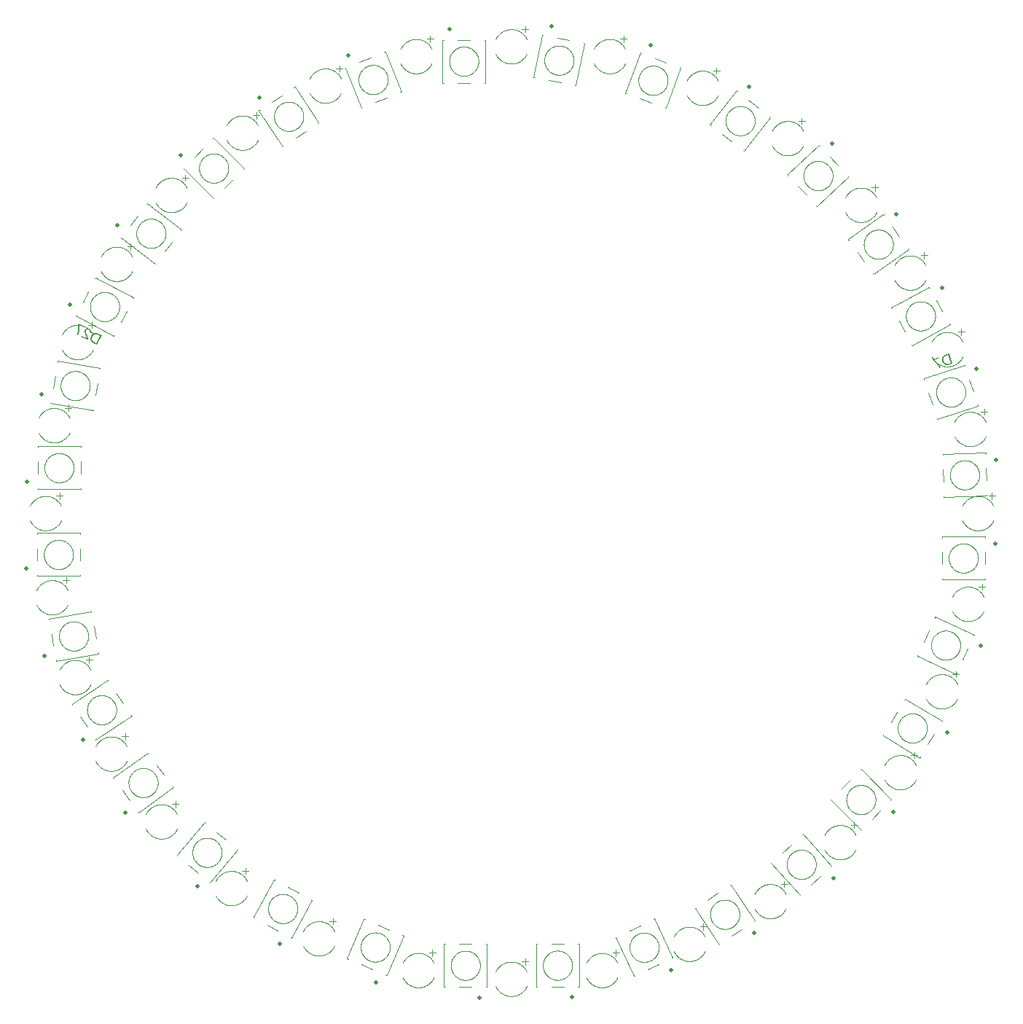
<source format=gbr>
G04 EAGLE Gerber RS-274X export*
G75*
%MOMM*%
%FSLAX34Y34*%
%LPD*%
%INSilkscreen Bottom*%
%IPPOS*%
%AMOC8*
5,1,8,0,0,1.08239X$1,22.5*%
G01*
G04 Define Apertures*
%ADD10C,0.120000*%
%ADD11C,0.500000*%
G36*
X-481422Y195647D02*
X-485520Y197772D01*
X-485905Y197985D01*
X-486268Y198213D01*
X-486608Y198456D01*
X-486925Y198715D01*
X-487220Y198988D01*
X-487492Y199277D01*
X-487742Y199580D01*
X-487969Y199899D01*
X-488171Y200230D01*
X-488346Y200571D01*
X-488494Y200922D01*
X-488616Y201282D01*
X-488711Y201651D01*
X-488778Y202031D01*
X-488819Y202420D01*
X-488833Y202818D01*
X-488820Y203223D01*
X-488779Y203631D01*
X-488711Y204040D01*
X-488615Y204453D01*
X-488491Y204868D01*
X-488341Y205285D01*
X-488162Y205705D01*
X-487956Y206128D01*
X-487786Y206442D01*
X-487609Y206740D01*
X-487424Y207024D01*
X-487233Y207292D01*
X-487034Y207545D01*
X-486829Y207782D01*
X-486616Y208004D01*
X-486397Y208211D01*
X-486170Y208402D01*
X-485936Y208578D01*
X-485696Y208739D01*
X-485448Y208885D01*
X-485193Y209015D01*
X-484931Y209130D01*
X-484662Y209229D01*
X-484386Y209313D01*
X-484105Y209382D01*
X-483819Y209434D01*
X-483528Y209470D01*
X-483234Y209491D01*
X-482935Y209495D01*
X-482632Y209483D01*
X-482325Y209455D01*
X-482013Y209411D01*
X-481697Y209351D01*
X-481377Y209275D01*
X-481053Y209183D01*
X-480724Y209075D01*
X-480391Y208951D01*
X-480054Y208811D01*
X-479712Y208654D01*
X-479366Y208482D01*
X-475743Y206604D01*
X-481422Y195647D01*
G37*
%LPC*%
G36*
X-482291Y197607D02*
X-477845Y206184D01*
X-479952Y207276D01*
X-480474Y207526D01*
X-480982Y207725D01*
X-481476Y207875D01*
X-481956Y207976D01*
X-482422Y208027D01*
X-482874Y208028D01*
X-483313Y207980D01*
X-483737Y207882D01*
X-484145Y207735D01*
X-484534Y207540D01*
X-484903Y207296D01*
X-485254Y207004D01*
X-485585Y206664D01*
X-485897Y206276D01*
X-486190Y205839D01*
X-486463Y205354D01*
X-486628Y205017D01*
X-486772Y204684D01*
X-486894Y204354D01*
X-486996Y204027D01*
X-487076Y203703D01*
X-487135Y203383D01*
X-487174Y203065D01*
X-487191Y202751D01*
X-487187Y202443D01*
X-487162Y202142D01*
X-487117Y201849D01*
X-487050Y201564D01*
X-486963Y201286D01*
X-486855Y201016D01*
X-486727Y200754D01*
X-486577Y200500D01*
X-486408Y200255D01*
X-486222Y200022D01*
X-486018Y199801D01*
X-485796Y199592D01*
X-485557Y199394D01*
X-485300Y199209D01*
X-485025Y199035D01*
X-484732Y198873D01*
X-482291Y197607D01*
G37*
%LPD*%
G36*
X-492430Y201354D02*
X-499685Y205114D01*
X-499069Y206304D01*
X-493353Y203341D01*
X-493346Y203686D01*
X-493373Y204056D01*
X-493434Y204450D01*
X-493529Y204868D01*
X-493659Y205319D01*
X-493826Y205812D01*
X-494029Y206347D01*
X-494269Y206924D01*
X-494696Y207928D01*
X-495036Y208779D01*
X-495290Y209475D01*
X-495458Y210016D01*
X-495564Y210471D01*
X-495636Y210907D01*
X-495671Y211325D01*
X-495672Y211725D01*
X-495636Y212107D01*
X-495563Y212470D01*
X-495453Y212816D01*
X-495306Y213144D01*
X-495111Y213486D01*
X-494899Y213793D01*
X-494670Y214065D01*
X-494423Y214303D01*
X-494160Y214505D01*
X-493879Y214672D01*
X-493581Y214805D01*
X-493265Y214902D01*
X-492936Y214964D01*
X-492595Y214989D01*
X-492243Y214977D01*
X-491880Y214928D01*
X-491505Y214842D01*
X-491119Y214719D01*
X-490722Y214560D01*
X-490314Y214364D01*
X-489951Y214160D01*
X-489619Y213942D01*
X-489316Y213708D01*
X-489043Y213458D01*
X-488799Y213193D01*
X-488586Y212913D01*
X-488402Y212617D01*
X-488248Y212306D01*
X-488125Y211986D01*
X-488037Y211661D01*
X-487982Y211333D01*
X-487961Y211001D01*
X-487974Y210665D01*
X-488021Y210326D01*
X-488102Y209983D01*
X-488216Y209636D01*
X-489715Y210246D01*
X-489637Y210476D01*
X-489581Y210702D01*
X-489546Y210924D01*
X-489532Y211141D01*
X-489539Y211353D01*
X-489567Y211561D01*
X-489617Y211764D01*
X-489688Y211963D01*
X-489779Y212155D01*
X-489888Y212336D01*
X-490014Y212507D01*
X-490158Y212669D01*
X-490319Y212820D01*
X-490498Y212961D01*
X-490695Y213092D01*
X-490910Y213213D01*
X-491143Y213324D01*
X-491371Y213412D01*
X-491594Y213479D01*
X-491812Y213523D01*
X-492026Y213545D01*
X-492235Y213544D01*
X-492439Y213522D01*
X-492638Y213477D01*
X-492829Y213410D01*
X-493011Y213323D01*
X-493183Y213214D01*
X-493345Y213084D01*
X-493496Y212933D01*
X-493638Y212760D01*
X-493770Y212566D01*
X-493892Y212351D01*
X-494042Y212016D01*
X-494144Y211678D01*
X-494198Y211337D01*
X-494206Y210995D01*
X-494176Y210647D01*
X-494119Y210294D01*
X-494035Y209933D01*
X-493925Y209567D01*
X-493647Y208811D01*
X-493309Y208024D01*
X-492948Y207200D01*
X-492603Y206331D01*
X-492442Y205880D01*
X-492297Y205415D01*
X-492168Y204938D01*
X-492054Y204449D01*
X-491967Y203945D01*
X-491915Y203426D01*
X-491899Y202891D01*
X-491919Y202341D01*
X-492430Y201354D01*
G37*
G36*
X-503318Y206997D02*
X-504780Y207755D01*
X-504590Y208135D01*
X-504412Y208518D01*
X-504094Y209291D01*
X-503825Y210074D01*
X-503607Y210866D01*
X-503433Y211677D01*
X-503300Y212515D01*
X-503209Y213381D01*
X-503157Y214273D01*
X-503152Y215281D01*
X-503198Y216492D01*
X-503296Y217906D01*
X-503445Y219523D01*
X-502857Y220658D01*
X-495617Y216906D01*
X-496234Y215716D01*
X-502120Y218767D01*
X-502004Y217762D01*
X-501914Y216797D01*
X-501850Y215874D01*
X-501811Y214993D01*
X-501799Y214152D01*
X-501813Y213353D01*
X-501852Y212596D01*
X-501917Y211879D01*
X-502007Y211194D01*
X-502122Y210531D01*
X-502261Y209889D01*
X-502424Y209268D01*
X-502611Y208668D01*
X-502823Y208090D01*
X-503058Y207533D01*
X-503318Y206997D01*
G37*
G36*
X506574Y172113D02*
X506177Y172119D01*
X505785Y172151D01*
X505398Y172210D01*
X505020Y172295D01*
X504653Y172406D01*
X504298Y172544D01*
X503955Y172707D01*
X503624Y172896D01*
X503304Y173112D01*
X502996Y173353D01*
X502700Y173621D01*
X502419Y173912D01*
X502155Y174225D01*
X501908Y174559D01*
X501679Y174915D01*
X501467Y175292D01*
X501272Y175691D01*
X501094Y176111D01*
X500934Y176553D01*
X500827Y176894D01*
X500736Y177229D01*
X500661Y177559D01*
X500602Y177883D01*
X500558Y178201D01*
X500531Y178514D01*
X500519Y178821D01*
X500523Y179123D01*
X500544Y179419D01*
X500580Y179709D01*
X500632Y179994D01*
X500700Y180273D01*
X500784Y180547D01*
X500884Y180815D01*
X500999Y181077D01*
X501131Y181334D01*
X501278Y181584D01*
X501439Y181825D01*
X501615Y182059D01*
X501805Y182285D01*
X502010Y182502D01*
X502230Y182712D01*
X502463Y182913D01*
X502712Y183106D01*
X502975Y183291D01*
X503252Y183468D01*
X503544Y183637D01*
X503850Y183798D01*
X504171Y183951D01*
X504507Y184095D01*
X504857Y184232D01*
X505221Y184360D01*
X509092Y185655D01*
X513007Y173952D01*
X508630Y172488D01*
X508209Y172359D01*
X507793Y172258D01*
X507381Y172183D01*
X506975Y172135D01*
X506574Y172113D01*
G37*
%LPC*%
G36*
X506826Y173542D02*
X507131Y173556D01*
X507439Y173591D01*
X507752Y173646D01*
X508068Y173722D01*
X508388Y173820D01*
X510996Y174692D01*
X507930Y183854D01*
X505680Y183101D01*
X505137Y182899D01*
X504641Y182673D01*
X504189Y182423D01*
X503783Y182148D01*
X503422Y181849D01*
X503106Y181525D01*
X502836Y181177D01*
X502611Y180804D01*
X502432Y180409D01*
X502302Y179994D01*
X502219Y179559D01*
X502185Y179104D01*
X502199Y178629D01*
X502261Y178135D01*
X502371Y177621D01*
X502529Y177087D01*
X502656Y176734D01*
X502795Y176399D01*
X502947Y176081D01*
X503111Y175781D01*
X503288Y175498D01*
X503477Y175232D01*
X503678Y174984D01*
X503891Y174753D01*
X504116Y174542D01*
X504349Y174350D01*
X504591Y174179D01*
X504842Y174028D01*
X505102Y173897D01*
X505371Y173787D01*
X505649Y173697D01*
X505935Y173627D01*
X506229Y173578D01*
X506526Y173550D01*
X506826Y173542D01*
G37*
%LPD*%
G36*
X497511Y168767D02*
X497370Y169168D01*
X497219Y169563D01*
X496886Y170329D01*
X496511Y171066D01*
X496094Y171775D01*
X495632Y172464D01*
X495122Y173142D01*
X494565Y173811D01*
X493959Y174469D01*
X493239Y175174D01*
X492337Y175983D01*
X491254Y176897D01*
X489989Y177915D01*
X489584Y179128D01*
X497316Y181715D01*
X497742Y180445D01*
X491454Y178341D01*
X492257Y177724D01*
X493012Y177118D01*
X493720Y176522D01*
X494379Y175936D01*
X494992Y175360D01*
X495556Y174794D01*
X496073Y174239D01*
X496542Y173693D01*
X496971Y173152D01*
X497368Y172608D01*
X497732Y172061D01*
X498065Y171512D01*
X498365Y170960D01*
X498633Y170406D01*
X498869Y169849D01*
X499073Y169290D01*
X497511Y168767D01*
G37*
D10*
X75168Y496815D02*
X84966Y545845D01*
X83863Y546066D01*
X35935Y555643D02*
X26138Y506612D01*
X53476Y552138D02*
X67424Y549350D01*
X57627Y500320D02*
X43679Y503107D01*
X74066Y497035D02*
X75168Y496815D01*
X37143Y555401D02*
X36041Y555622D01*
X26236Y506554D02*
X27338Y506333D01*
X38552Y526229D02*
X38557Y526646D01*
X38572Y527063D01*
X38598Y527480D01*
X38634Y527895D01*
X38680Y528310D01*
X38736Y528723D01*
X38802Y529135D01*
X38879Y529546D01*
X38965Y529954D01*
X39061Y530360D01*
X39168Y530763D01*
X39284Y531164D01*
X39410Y531562D01*
X39546Y531956D01*
X39691Y532347D01*
X39846Y532735D01*
X40010Y533118D01*
X40184Y533497D01*
X40367Y533872D01*
X40559Y534243D01*
X40761Y534608D01*
X40971Y534969D01*
X41189Y535324D01*
X41417Y535674D01*
X41653Y536018D01*
X41897Y536356D01*
X42150Y536688D01*
X42411Y537014D01*
X42679Y537333D01*
X42956Y537646D01*
X43240Y537951D01*
X43531Y538250D01*
X43830Y538541D01*
X44135Y538825D01*
X44448Y539102D01*
X44767Y539370D01*
X45093Y539631D01*
X45425Y539884D01*
X45763Y540128D01*
X46107Y540364D01*
X46457Y540592D01*
X46812Y540810D01*
X47173Y541020D01*
X47538Y541222D01*
X47909Y541414D01*
X48284Y541597D01*
X48663Y541771D01*
X49046Y541935D01*
X49434Y542090D01*
X49825Y542235D01*
X50219Y542371D01*
X50617Y542497D01*
X51018Y542613D01*
X51421Y542720D01*
X51827Y542816D01*
X52235Y542902D01*
X52646Y542979D01*
X53058Y543045D01*
X53471Y543101D01*
X53886Y543147D01*
X54301Y543183D01*
X54718Y543209D01*
X55135Y543224D01*
X55552Y543229D01*
X55969Y543224D01*
X56386Y543209D01*
X56803Y543183D01*
X57218Y543147D01*
X57633Y543101D01*
X58046Y543045D01*
X58458Y542979D01*
X58869Y542902D01*
X59277Y542816D01*
X59683Y542720D01*
X60086Y542613D01*
X60487Y542497D01*
X60885Y542371D01*
X61279Y542235D01*
X61670Y542090D01*
X62058Y541935D01*
X62441Y541771D01*
X62820Y541597D01*
X63195Y541414D01*
X63566Y541222D01*
X63931Y541020D01*
X64292Y540810D01*
X64647Y540592D01*
X64997Y540364D01*
X65341Y540128D01*
X65679Y539884D01*
X66011Y539631D01*
X66337Y539370D01*
X66656Y539102D01*
X66969Y538825D01*
X67274Y538541D01*
X67573Y538250D01*
X67864Y537951D01*
X68148Y537646D01*
X68425Y537333D01*
X68693Y537014D01*
X68954Y536688D01*
X69207Y536356D01*
X69451Y536018D01*
X69687Y535674D01*
X69915Y535324D01*
X70133Y534969D01*
X70343Y534608D01*
X70545Y534243D01*
X70737Y533872D01*
X70920Y533497D01*
X71094Y533118D01*
X71258Y532735D01*
X71413Y532347D01*
X71558Y531956D01*
X71694Y531562D01*
X71820Y531164D01*
X71936Y530763D01*
X72043Y530360D01*
X72139Y529954D01*
X72225Y529546D01*
X72302Y529135D01*
X72368Y528723D01*
X72424Y528310D01*
X72470Y527895D01*
X72506Y527480D01*
X72532Y527063D01*
X72547Y526646D01*
X72552Y526229D01*
X72547Y525812D01*
X72532Y525395D01*
X72506Y524978D01*
X72470Y524563D01*
X72424Y524148D01*
X72368Y523735D01*
X72302Y523323D01*
X72225Y522912D01*
X72139Y522504D01*
X72043Y522098D01*
X71936Y521695D01*
X71820Y521294D01*
X71694Y520896D01*
X71558Y520502D01*
X71413Y520111D01*
X71258Y519723D01*
X71094Y519340D01*
X70920Y518961D01*
X70737Y518586D01*
X70545Y518215D01*
X70343Y517850D01*
X70133Y517489D01*
X69915Y517134D01*
X69687Y516784D01*
X69451Y516440D01*
X69207Y516102D01*
X68954Y515770D01*
X68693Y515444D01*
X68425Y515125D01*
X68148Y514812D01*
X67864Y514507D01*
X67573Y514208D01*
X67274Y513917D01*
X66969Y513633D01*
X66656Y513356D01*
X66337Y513088D01*
X66011Y512827D01*
X65679Y512574D01*
X65341Y512330D01*
X64997Y512094D01*
X64647Y511866D01*
X64292Y511648D01*
X63931Y511438D01*
X63566Y511236D01*
X63195Y511044D01*
X62820Y510861D01*
X62441Y510687D01*
X62058Y510523D01*
X61670Y510368D01*
X61279Y510223D01*
X60885Y510087D01*
X60487Y509961D01*
X60086Y509845D01*
X59683Y509738D01*
X59277Y509642D01*
X58869Y509556D01*
X58458Y509479D01*
X58046Y509413D01*
X57633Y509357D01*
X57218Y509311D01*
X56803Y509275D01*
X56386Y509249D01*
X55969Y509234D01*
X55552Y509229D01*
X55135Y509234D01*
X54718Y509249D01*
X54301Y509275D01*
X53886Y509311D01*
X53471Y509357D01*
X53058Y509413D01*
X52646Y509479D01*
X52235Y509556D01*
X51827Y509642D01*
X51421Y509738D01*
X51018Y509845D01*
X50617Y509961D01*
X50219Y510087D01*
X49825Y510223D01*
X49434Y510368D01*
X49046Y510523D01*
X48663Y510687D01*
X48284Y510861D01*
X47909Y511044D01*
X47538Y511236D01*
X47173Y511438D01*
X46812Y511648D01*
X46457Y511866D01*
X46107Y512094D01*
X45763Y512330D01*
X45425Y512574D01*
X45093Y512827D01*
X44767Y513088D01*
X44448Y513356D01*
X44135Y513633D01*
X43830Y513917D01*
X43531Y514208D01*
X43240Y514507D01*
X42956Y514812D01*
X42679Y515125D01*
X42411Y515444D01*
X42150Y515770D01*
X41897Y516102D01*
X41653Y516440D01*
X41417Y516784D01*
X41189Y517134D01*
X40971Y517489D01*
X40761Y517850D01*
X40559Y518215D01*
X40367Y518586D01*
X40184Y518961D01*
X40010Y519340D01*
X39846Y519723D01*
X39691Y520111D01*
X39546Y520502D01*
X39410Y520896D01*
X39284Y521294D01*
X39168Y521695D01*
X39061Y522098D01*
X38965Y522504D01*
X38879Y522912D01*
X38802Y523323D01*
X38736Y523735D01*
X38680Y524148D01*
X38634Y524563D01*
X38598Y524978D01*
X38572Y525395D01*
X38557Y525812D01*
X38552Y526229D01*
D11*
X46662Y565947D03*
D10*
X471725Y-165689D02*
X517151Y-186582D01*
X517620Y-185561D01*
X538044Y-141157D02*
X492619Y-120263D01*
X530569Y-157408D02*
X524626Y-170331D01*
X479200Y-149438D02*
X485144Y-136515D01*
X472195Y-164668D02*
X471725Y-165689D01*
X537529Y-142276D02*
X537999Y-141255D01*
X492539Y-120346D02*
X492069Y-121367D01*
X487885Y-153423D02*
X487890Y-153006D01*
X487905Y-152589D01*
X487931Y-152172D01*
X487967Y-151757D01*
X488013Y-151342D01*
X488069Y-150929D01*
X488135Y-150517D01*
X488212Y-150106D01*
X488298Y-149698D01*
X488394Y-149292D01*
X488501Y-148889D01*
X488617Y-148488D01*
X488743Y-148090D01*
X488879Y-147696D01*
X489024Y-147305D01*
X489179Y-146917D01*
X489343Y-146534D01*
X489517Y-146155D01*
X489700Y-145780D01*
X489892Y-145409D01*
X490094Y-145044D01*
X490304Y-144683D01*
X490522Y-144328D01*
X490750Y-143978D01*
X490986Y-143634D01*
X491230Y-143296D01*
X491483Y-142964D01*
X491744Y-142638D01*
X492012Y-142319D01*
X492289Y-142006D01*
X492573Y-141701D01*
X492864Y-141402D01*
X493163Y-141111D01*
X493468Y-140827D01*
X493781Y-140550D01*
X494100Y-140282D01*
X494426Y-140021D01*
X494758Y-139768D01*
X495096Y-139524D01*
X495440Y-139288D01*
X495790Y-139060D01*
X496145Y-138842D01*
X496506Y-138632D01*
X496871Y-138430D01*
X497242Y-138238D01*
X497617Y-138055D01*
X497996Y-137881D01*
X498379Y-137717D01*
X498767Y-137562D01*
X499158Y-137417D01*
X499552Y-137281D01*
X499950Y-137155D01*
X500351Y-137039D01*
X500754Y-136932D01*
X501160Y-136836D01*
X501568Y-136750D01*
X501979Y-136673D01*
X502391Y-136607D01*
X502804Y-136551D01*
X503219Y-136505D01*
X503634Y-136469D01*
X504051Y-136443D01*
X504468Y-136428D01*
X504885Y-136423D01*
X505302Y-136428D01*
X505719Y-136443D01*
X506136Y-136469D01*
X506551Y-136505D01*
X506966Y-136551D01*
X507379Y-136607D01*
X507791Y-136673D01*
X508202Y-136750D01*
X508610Y-136836D01*
X509016Y-136932D01*
X509419Y-137039D01*
X509820Y-137155D01*
X510218Y-137281D01*
X510612Y-137417D01*
X511003Y-137562D01*
X511391Y-137717D01*
X511774Y-137881D01*
X512153Y-138055D01*
X512528Y-138238D01*
X512899Y-138430D01*
X513264Y-138632D01*
X513625Y-138842D01*
X513980Y-139060D01*
X514330Y-139288D01*
X514674Y-139524D01*
X515012Y-139768D01*
X515344Y-140021D01*
X515670Y-140282D01*
X515989Y-140550D01*
X516302Y-140827D01*
X516607Y-141111D01*
X516906Y-141402D01*
X517197Y-141701D01*
X517481Y-142006D01*
X517758Y-142319D01*
X518026Y-142638D01*
X518287Y-142964D01*
X518540Y-143296D01*
X518784Y-143634D01*
X519020Y-143978D01*
X519248Y-144328D01*
X519466Y-144683D01*
X519676Y-145044D01*
X519878Y-145409D01*
X520070Y-145780D01*
X520253Y-146155D01*
X520427Y-146534D01*
X520591Y-146917D01*
X520746Y-147305D01*
X520891Y-147696D01*
X521027Y-148090D01*
X521153Y-148488D01*
X521269Y-148889D01*
X521376Y-149292D01*
X521472Y-149698D01*
X521558Y-150106D01*
X521635Y-150517D01*
X521701Y-150929D01*
X521757Y-151342D01*
X521803Y-151757D01*
X521839Y-152172D01*
X521865Y-152589D01*
X521880Y-153006D01*
X521885Y-153423D01*
X521880Y-153840D01*
X521865Y-154257D01*
X521839Y-154674D01*
X521803Y-155089D01*
X521757Y-155504D01*
X521701Y-155917D01*
X521635Y-156329D01*
X521558Y-156740D01*
X521472Y-157148D01*
X521376Y-157554D01*
X521269Y-157957D01*
X521153Y-158358D01*
X521027Y-158756D01*
X520891Y-159150D01*
X520746Y-159541D01*
X520591Y-159929D01*
X520427Y-160312D01*
X520253Y-160691D01*
X520070Y-161066D01*
X519878Y-161437D01*
X519676Y-161802D01*
X519466Y-162163D01*
X519248Y-162518D01*
X519020Y-162868D01*
X518784Y-163212D01*
X518540Y-163550D01*
X518287Y-163882D01*
X518026Y-164208D01*
X517758Y-164527D01*
X517481Y-164840D01*
X517197Y-165145D01*
X516906Y-165444D01*
X516607Y-165735D01*
X516302Y-166019D01*
X515989Y-166296D01*
X515670Y-166564D01*
X515344Y-166825D01*
X515012Y-167078D01*
X514674Y-167322D01*
X514330Y-167558D01*
X513980Y-167786D01*
X513625Y-168004D01*
X513264Y-168214D01*
X512899Y-168416D01*
X512528Y-168608D01*
X512153Y-168791D01*
X511774Y-168965D01*
X511391Y-169129D01*
X511003Y-169284D01*
X510612Y-169429D01*
X510218Y-169565D01*
X509820Y-169691D01*
X509419Y-169807D01*
X509016Y-169914D01*
X508610Y-170010D01*
X508202Y-170096D01*
X507791Y-170173D01*
X507379Y-170239D01*
X506966Y-170295D01*
X506551Y-170341D01*
X506136Y-170377D01*
X505719Y-170403D01*
X505302Y-170418D01*
X504885Y-170423D01*
X504468Y-170418D01*
X504051Y-170403D01*
X503634Y-170377D01*
X503219Y-170341D01*
X502804Y-170295D01*
X502391Y-170239D01*
X501979Y-170173D01*
X501568Y-170096D01*
X501160Y-170010D01*
X500754Y-169914D01*
X500351Y-169807D01*
X499950Y-169691D01*
X499552Y-169565D01*
X499158Y-169429D01*
X498767Y-169284D01*
X498379Y-169129D01*
X497996Y-168965D01*
X497617Y-168791D01*
X497242Y-168608D01*
X496871Y-168416D01*
X496506Y-168214D01*
X496145Y-168004D01*
X495790Y-167786D01*
X495440Y-167558D01*
X495096Y-167322D01*
X494758Y-167078D01*
X494426Y-166825D01*
X494100Y-166564D01*
X493781Y-166296D01*
X493468Y-166019D01*
X493163Y-165735D01*
X492864Y-165444D01*
X492573Y-165145D01*
X492289Y-164840D01*
X492012Y-164527D01*
X491744Y-164208D01*
X491483Y-163882D01*
X491230Y-163550D01*
X490986Y-163212D01*
X490750Y-162868D01*
X490522Y-162518D01*
X490304Y-162163D01*
X490094Y-161802D01*
X489892Y-161437D01*
X489700Y-161066D01*
X489517Y-160691D01*
X489343Y-160312D01*
X489179Y-159929D01*
X489024Y-159541D01*
X488879Y-159150D01*
X488743Y-158756D01*
X488617Y-158358D01*
X488501Y-157957D01*
X488394Y-157554D01*
X488298Y-157148D01*
X488212Y-156740D01*
X488135Y-156329D01*
X488069Y-155917D01*
X488013Y-155504D01*
X487967Y-155089D01*
X487931Y-154674D01*
X487905Y-154257D01*
X487890Y-153840D01*
X487885Y-153423D01*
D11*
X545582Y-153980D03*
D10*
X474714Y-283946D02*
X431901Y-258120D01*
X474714Y-283946D02*
X475295Y-282984D01*
X500541Y-241133D02*
X457727Y-215306D01*
X491301Y-256450D02*
X483954Y-268629D01*
X441141Y-242803D02*
X448488Y-230623D01*
X432481Y-257157D02*
X431901Y-258120D01*
X499904Y-242188D02*
X500485Y-241225D01*
X457639Y-215379D02*
X457059Y-216342D01*
X449221Y-249626D02*
X449226Y-249209D01*
X449241Y-248792D01*
X449267Y-248375D01*
X449303Y-247960D01*
X449349Y-247545D01*
X449405Y-247132D01*
X449471Y-246720D01*
X449548Y-246309D01*
X449634Y-245901D01*
X449730Y-245495D01*
X449837Y-245092D01*
X449953Y-244691D01*
X450079Y-244293D01*
X450215Y-243899D01*
X450360Y-243508D01*
X450515Y-243120D01*
X450679Y-242737D01*
X450853Y-242358D01*
X451036Y-241983D01*
X451228Y-241612D01*
X451430Y-241247D01*
X451640Y-240886D01*
X451858Y-240531D01*
X452086Y-240181D01*
X452322Y-239837D01*
X452566Y-239499D01*
X452819Y-239167D01*
X453080Y-238841D01*
X453348Y-238522D01*
X453625Y-238209D01*
X453909Y-237904D01*
X454200Y-237605D01*
X454499Y-237314D01*
X454804Y-237030D01*
X455117Y-236753D01*
X455436Y-236485D01*
X455762Y-236224D01*
X456094Y-235971D01*
X456432Y-235727D01*
X456776Y-235491D01*
X457126Y-235263D01*
X457481Y-235045D01*
X457842Y-234835D01*
X458207Y-234633D01*
X458578Y-234441D01*
X458953Y-234258D01*
X459332Y-234084D01*
X459715Y-233920D01*
X460103Y-233765D01*
X460494Y-233620D01*
X460888Y-233484D01*
X461286Y-233358D01*
X461687Y-233242D01*
X462090Y-233135D01*
X462496Y-233039D01*
X462904Y-232953D01*
X463315Y-232876D01*
X463727Y-232810D01*
X464140Y-232754D01*
X464555Y-232708D01*
X464970Y-232672D01*
X465387Y-232646D01*
X465804Y-232631D01*
X466221Y-232626D01*
X466638Y-232631D01*
X467055Y-232646D01*
X467472Y-232672D01*
X467887Y-232708D01*
X468302Y-232754D01*
X468715Y-232810D01*
X469127Y-232876D01*
X469538Y-232953D01*
X469946Y-233039D01*
X470352Y-233135D01*
X470755Y-233242D01*
X471156Y-233358D01*
X471554Y-233484D01*
X471948Y-233620D01*
X472339Y-233765D01*
X472727Y-233920D01*
X473110Y-234084D01*
X473489Y-234258D01*
X473864Y-234441D01*
X474235Y-234633D01*
X474600Y-234835D01*
X474961Y-235045D01*
X475316Y-235263D01*
X475666Y-235491D01*
X476010Y-235727D01*
X476348Y-235971D01*
X476680Y-236224D01*
X477006Y-236485D01*
X477325Y-236753D01*
X477638Y-237030D01*
X477943Y-237314D01*
X478242Y-237605D01*
X478533Y-237904D01*
X478817Y-238209D01*
X479094Y-238522D01*
X479362Y-238841D01*
X479623Y-239167D01*
X479876Y-239499D01*
X480120Y-239837D01*
X480356Y-240181D01*
X480584Y-240531D01*
X480802Y-240886D01*
X481012Y-241247D01*
X481214Y-241612D01*
X481406Y-241983D01*
X481589Y-242358D01*
X481763Y-242737D01*
X481927Y-243120D01*
X482082Y-243508D01*
X482227Y-243899D01*
X482363Y-244293D01*
X482489Y-244691D01*
X482605Y-245092D01*
X482712Y-245495D01*
X482808Y-245901D01*
X482894Y-246309D01*
X482971Y-246720D01*
X483037Y-247132D01*
X483093Y-247545D01*
X483139Y-247960D01*
X483175Y-248375D01*
X483201Y-248792D01*
X483216Y-249209D01*
X483221Y-249626D01*
X483216Y-250043D01*
X483201Y-250460D01*
X483175Y-250877D01*
X483139Y-251292D01*
X483093Y-251707D01*
X483037Y-252120D01*
X482971Y-252532D01*
X482894Y-252943D01*
X482808Y-253351D01*
X482712Y-253757D01*
X482605Y-254160D01*
X482489Y-254561D01*
X482363Y-254959D01*
X482227Y-255353D01*
X482082Y-255744D01*
X481927Y-256132D01*
X481763Y-256515D01*
X481589Y-256894D01*
X481406Y-257269D01*
X481214Y-257640D01*
X481012Y-258005D01*
X480802Y-258366D01*
X480584Y-258721D01*
X480356Y-259071D01*
X480120Y-259415D01*
X479876Y-259753D01*
X479623Y-260085D01*
X479362Y-260411D01*
X479094Y-260730D01*
X478817Y-261043D01*
X478533Y-261348D01*
X478242Y-261647D01*
X477943Y-261938D01*
X477638Y-262222D01*
X477325Y-262499D01*
X477006Y-262767D01*
X476680Y-263028D01*
X476348Y-263281D01*
X476010Y-263525D01*
X475666Y-263761D01*
X475316Y-263989D01*
X474961Y-264207D01*
X474600Y-264417D01*
X474235Y-264619D01*
X473864Y-264811D01*
X473489Y-264994D01*
X473110Y-265168D01*
X472727Y-265332D01*
X472339Y-265487D01*
X471948Y-265632D01*
X471554Y-265768D01*
X471156Y-265894D01*
X470755Y-266010D01*
X470352Y-266117D01*
X469946Y-266213D01*
X469538Y-266299D01*
X469127Y-266376D01*
X468715Y-266442D01*
X468302Y-266498D01*
X467887Y-266544D01*
X467472Y-266580D01*
X467055Y-266606D01*
X466638Y-266621D01*
X466221Y-266626D01*
X465804Y-266621D01*
X465387Y-266606D01*
X464970Y-266580D01*
X464555Y-266544D01*
X464140Y-266498D01*
X463727Y-266442D01*
X463315Y-266376D01*
X462904Y-266299D01*
X462496Y-266213D01*
X462090Y-266117D01*
X461687Y-266010D01*
X461286Y-265894D01*
X460888Y-265768D01*
X460494Y-265632D01*
X460103Y-265487D01*
X459715Y-265332D01*
X459332Y-265168D01*
X458953Y-264994D01*
X458578Y-264811D01*
X458207Y-264619D01*
X457842Y-264417D01*
X457481Y-264207D01*
X457126Y-263989D01*
X456776Y-263761D01*
X456432Y-263525D01*
X456094Y-263281D01*
X455762Y-263028D01*
X455436Y-262767D01*
X455117Y-262499D01*
X454804Y-262222D01*
X454499Y-261938D01*
X454200Y-261647D01*
X453909Y-261348D01*
X453625Y-261043D01*
X453348Y-260730D01*
X453080Y-260411D01*
X452819Y-260085D01*
X452566Y-259753D01*
X452322Y-259415D01*
X452086Y-259071D01*
X451858Y-258721D01*
X451640Y-258366D01*
X451430Y-258005D01*
X451228Y-257640D01*
X451036Y-257269D01*
X450853Y-256894D01*
X450679Y-256515D01*
X450515Y-256132D01*
X450360Y-255744D01*
X450215Y-255353D01*
X450079Y-254959D01*
X449953Y-254561D01*
X449837Y-254160D01*
X449730Y-253757D01*
X449634Y-253351D01*
X449548Y-252943D01*
X449471Y-252532D01*
X449405Y-252120D01*
X449349Y-251707D01*
X449303Y-251292D01*
X449267Y-250877D01*
X449241Y-250460D01*
X449226Y-250043D01*
X449221Y-249626D01*
D11*
X506602Y-254716D03*
D10*
X406400Y-368095D02*
X371045Y-332740D01*
X406400Y-368095D02*
X407195Y-367301D01*
X441755Y-332740D02*
X406400Y-297385D01*
X429107Y-345389D02*
X419049Y-355447D01*
X383693Y-320091D02*
X393751Y-310033D01*
X371839Y-331945D02*
X371045Y-332740D01*
X440884Y-333611D02*
X441679Y-332816D01*
X406297Y-297434D02*
X405502Y-298229D01*
X389400Y-332740D02*
X389405Y-332323D01*
X389420Y-331906D01*
X389446Y-331489D01*
X389482Y-331074D01*
X389528Y-330659D01*
X389584Y-330246D01*
X389650Y-329834D01*
X389727Y-329423D01*
X389813Y-329015D01*
X389909Y-328609D01*
X390016Y-328206D01*
X390132Y-327805D01*
X390258Y-327407D01*
X390394Y-327013D01*
X390539Y-326622D01*
X390694Y-326234D01*
X390858Y-325851D01*
X391032Y-325472D01*
X391215Y-325097D01*
X391407Y-324726D01*
X391609Y-324361D01*
X391819Y-324000D01*
X392037Y-323645D01*
X392265Y-323295D01*
X392501Y-322951D01*
X392745Y-322613D01*
X392998Y-322281D01*
X393259Y-321955D01*
X393527Y-321636D01*
X393804Y-321323D01*
X394088Y-321018D01*
X394379Y-320719D01*
X394678Y-320428D01*
X394983Y-320144D01*
X395296Y-319867D01*
X395615Y-319599D01*
X395941Y-319338D01*
X396273Y-319085D01*
X396611Y-318841D01*
X396955Y-318605D01*
X397305Y-318377D01*
X397660Y-318159D01*
X398021Y-317949D01*
X398386Y-317747D01*
X398757Y-317555D01*
X399132Y-317372D01*
X399511Y-317198D01*
X399894Y-317034D01*
X400282Y-316879D01*
X400673Y-316734D01*
X401067Y-316598D01*
X401465Y-316472D01*
X401866Y-316356D01*
X402269Y-316249D01*
X402675Y-316153D01*
X403083Y-316067D01*
X403494Y-315990D01*
X403906Y-315924D01*
X404319Y-315868D01*
X404734Y-315822D01*
X405149Y-315786D01*
X405566Y-315760D01*
X405983Y-315745D01*
X406400Y-315740D01*
X406817Y-315745D01*
X407234Y-315760D01*
X407651Y-315786D01*
X408066Y-315822D01*
X408481Y-315868D01*
X408894Y-315924D01*
X409306Y-315990D01*
X409717Y-316067D01*
X410125Y-316153D01*
X410531Y-316249D01*
X410934Y-316356D01*
X411335Y-316472D01*
X411733Y-316598D01*
X412127Y-316734D01*
X412518Y-316879D01*
X412906Y-317034D01*
X413289Y-317198D01*
X413668Y-317372D01*
X414043Y-317555D01*
X414414Y-317747D01*
X414779Y-317949D01*
X415140Y-318159D01*
X415495Y-318377D01*
X415845Y-318605D01*
X416189Y-318841D01*
X416527Y-319085D01*
X416859Y-319338D01*
X417185Y-319599D01*
X417504Y-319867D01*
X417817Y-320144D01*
X418122Y-320428D01*
X418421Y-320719D01*
X418712Y-321018D01*
X418996Y-321323D01*
X419273Y-321636D01*
X419541Y-321955D01*
X419802Y-322281D01*
X420055Y-322613D01*
X420299Y-322951D01*
X420535Y-323295D01*
X420763Y-323645D01*
X420981Y-324000D01*
X421191Y-324361D01*
X421393Y-324726D01*
X421585Y-325097D01*
X421768Y-325472D01*
X421942Y-325851D01*
X422106Y-326234D01*
X422261Y-326622D01*
X422406Y-327013D01*
X422542Y-327407D01*
X422668Y-327805D01*
X422784Y-328206D01*
X422891Y-328609D01*
X422987Y-329015D01*
X423073Y-329423D01*
X423150Y-329834D01*
X423216Y-330246D01*
X423272Y-330659D01*
X423318Y-331074D01*
X423354Y-331489D01*
X423380Y-331906D01*
X423395Y-332323D01*
X423400Y-332740D01*
X423395Y-333157D01*
X423380Y-333574D01*
X423354Y-333991D01*
X423318Y-334406D01*
X423272Y-334821D01*
X423216Y-335234D01*
X423150Y-335646D01*
X423073Y-336057D01*
X422987Y-336465D01*
X422891Y-336871D01*
X422784Y-337274D01*
X422668Y-337675D01*
X422542Y-338073D01*
X422406Y-338467D01*
X422261Y-338858D01*
X422106Y-339246D01*
X421942Y-339629D01*
X421768Y-340008D01*
X421585Y-340383D01*
X421393Y-340754D01*
X421191Y-341119D01*
X420981Y-341480D01*
X420763Y-341835D01*
X420535Y-342185D01*
X420299Y-342529D01*
X420055Y-342867D01*
X419802Y-343199D01*
X419541Y-343525D01*
X419273Y-343844D01*
X418996Y-344157D01*
X418712Y-344462D01*
X418421Y-344761D01*
X418122Y-345052D01*
X417817Y-345336D01*
X417504Y-345613D01*
X417185Y-345881D01*
X416859Y-346142D01*
X416527Y-346395D01*
X416189Y-346639D01*
X415845Y-346875D01*
X415495Y-347103D01*
X415140Y-347321D01*
X414779Y-347531D01*
X414414Y-347733D01*
X414043Y-347925D01*
X413668Y-348108D01*
X413289Y-348282D01*
X412906Y-348446D01*
X412518Y-348601D01*
X412127Y-348746D01*
X411733Y-348882D01*
X411335Y-349008D01*
X410934Y-349124D01*
X410531Y-349231D01*
X410125Y-349327D01*
X409717Y-349413D01*
X409306Y-349490D01*
X408894Y-349556D01*
X408481Y-349612D01*
X408066Y-349658D01*
X407651Y-349694D01*
X407234Y-349720D01*
X406817Y-349735D01*
X406400Y-349740D01*
X405983Y-349735D01*
X405566Y-349720D01*
X405149Y-349694D01*
X404734Y-349658D01*
X404319Y-349612D01*
X403906Y-349556D01*
X403494Y-349490D01*
X403083Y-349413D01*
X402675Y-349327D01*
X402269Y-349231D01*
X401866Y-349124D01*
X401465Y-349008D01*
X401067Y-348882D01*
X400673Y-348746D01*
X400282Y-348601D01*
X399894Y-348446D01*
X399511Y-348282D01*
X399132Y-348108D01*
X398757Y-347925D01*
X398386Y-347733D01*
X398021Y-347531D01*
X397660Y-347321D01*
X397305Y-347103D01*
X396955Y-346875D01*
X396611Y-346639D01*
X396273Y-346395D01*
X395941Y-346142D01*
X395615Y-345881D01*
X395296Y-345613D01*
X394983Y-345336D01*
X394678Y-345052D01*
X394379Y-344761D01*
X394088Y-344462D01*
X393804Y-344157D01*
X393527Y-343844D01*
X393259Y-343525D01*
X392998Y-343199D01*
X392745Y-342867D01*
X392501Y-342529D01*
X392265Y-342185D01*
X392037Y-341835D01*
X391819Y-341480D01*
X391609Y-341119D01*
X391407Y-340754D01*
X391215Y-340383D01*
X391032Y-340008D01*
X390858Y-339629D01*
X390694Y-339246D01*
X390539Y-338858D01*
X390394Y-338467D01*
X390258Y-338073D01*
X390132Y-337675D01*
X390016Y-337274D01*
X389909Y-336871D01*
X389813Y-336465D01*
X389727Y-336057D01*
X389650Y-335646D01*
X389584Y-335234D01*
X389528Y-334821D01*
X389482Y-334406D01*
X389446Y-333991D01*
X389420Y-333574D01*
X389405Y-333157D01*
X389400Y-332740D01*
D11*
X444376Y-347381D03*
D10*
X335450Y-443275D02*
X301800Y-406293D01*
X335450Y-443275D02*
X336281Y-442518D01*
X372432Y-409624D02*
X338781Y-372642D01*
X359201Y-421663D02*
X348681Y-431236D01*
X315030Y-394254D02*
X325551Y-384681D01*
X302631Y-405537D02*
X301800Y-406293D01*
X371520Y-410453D02*
X372352Y-409697D01*
X338676Y-372687D02*
X337844Y-373443D01*
X320116Y-407958D02*
X320121Y-407541D01*
X320136Y-407124D01*
X320162Y-406707D01*
X320198Y-406292D01*
X320244Y-405877D01*
X320300Y-405464D01*
X320366Y-405052D01*
X320443Y-404641D01*
X320529Y-404233D01*
X320625Y-403827D01*
X320732Y-403424D01*
X320848Y-403023D01*
X320974Y-402625D01*
X321110Y-402231D01*
X321255Y-401840D01*
X321410Y-401452D01*
X321574Y-401069D01*
X321748Y-400690D01*
X321931Y-400315D01*
X322123Y-399944D01*
X322325Y-399579D01*
X322535Y-399218D01*
X322753Y-398863D01*
X322981Y-398513D01*
X323217Y-398169D01*
X323461Y-397831D01*
X323714Y-397499D01*
X323975Y-397173D01*
X324243Y-396854D01*
X324520Y-396541D01*
X324804Y-396236D01*
X325095Y-395937D01*
X325394Y-395646D01*
X325699Y-395362D01*
X326012Y-395085D01*
X326331Y-394817D01*
X326657Y-394556D01*
X326989Y-394303D01*
X327327Y-394059D01*
X327671Y-393823D01*
X328021Y-393595D01*
X328376Y-393377D01*
X328737Y-393167D01*
X329102Y-392965D01*
X329473Y-392773D01*
X329848Y-392590D01*
X330227Y-392416D01*
X330610Y-392252D01*
X330998Y-392097D01*
X331389Y-391952D01*
X331783Y-391816D01*
X332181Y-391690D01*
X332582Y-391574D01*
X332985Y-391467D01*
X333391Y-391371D01*
X333799Y-391285D01*
X334210Y-391208D01*
X334622Y-391142D01*
X335035Y-391086D01*
X335450Y-391040D01*
X335865Y-391004D01*
X336282Y-390978D01*
X336699Y-390963D01*
X337116Y-390958D01*
X337533Y-390963D01*
X337950Y-390978D01*
X338367Y-391004D01*
X338782Y-391040D01*
X339197Y-391086D01*
X339610Y-391142D01*
X340022Y-391208D01*
X340433Y-391285D01*
X340841Y-391371D01*
X341247Y-391467D01*
X341650Y-391574D01*
X342051Y-391690D01*
X342449Y-391816D01*
X342843Y-391952D01*
X343234Y-392097D01*
X343622Y-392252D01*
X344005Y-392416D01*
X344384Y-392590D01*
X344759Y-392773D01*
X345130Y-392965D01*
X345495Y-393167D01*
X345856Y-393377D01*
X346211Y-393595D01*
X346561Y-393823D01*
X346905Y-394059D01*
X347243Y-394303D01*
X347575Y-394556D01*
X347901Y-394817D01*
X348220Y-395085D01*
X348533Y-395362D01*
X348838Y-395646D01*
X349137Y-395937D01*
X349428Y-396236D01*
X349712Y-396541D01*
X349989Y-396854D01*
X350257Y-397173D01*
X350518Y-397499D01*
X350771Y-397831D01*
X351015Y-398169D01*
X351251Y-398513D01*
X351479Y-398863D01*
X351697Y-399218D01*
X351907Y-399579D01*
X352109Y-399944D01*
X352301Y-400315D01*
X352484Y-400690D01*
X352658Y-401069D01*
X352822Y-401452D01*
X352977Y-401840D01*
X353122Y-402231D01*
X353258Y-402625D01*
X353384Y-403023D01*
X353500Y-403424D01*
X353607Y-403827D01*
X353703Y-404233D01*
X353789Y-404641D01*
X353866Y-405052D01*
X353932Y-405464D01*
X353988Y-405877D01*
X354034Y-406292D01*
X354070Y-406707D01*
X354096Y-407124D01*
X354111Y-407541D01*
X354116Y-407958D01*
X354111Y-408375D01*
X354096Y-408792D01*
X354070Y-409209D01*
X354034Y-409624D01*
X353988Y-410039D01*
X353932Y-410452D01*
X353866Y-410864D01*
X353789Y-411275D01*
X353703Y-411683D01*
X353607Y-412089D01*
X353500Y-412492D01*
X353384Y-412893D01*
X353258Y-413291D01*
X353122Y-413685D01*
X352977Y-414076D01*
X352822Y-414464D01*
X352658Y-414847D01*
X352484Y-415226D01*
X352301Y-415601D01*
X352109Y-415972D01*
X351907Y-416337D01*
X351697Y-416698D01*
X351479Y-417053D01*
X351251Y-417403D01*
X351015Y-417747D01*
X350771Y-418085D01*
X350518Y-418417D01*
X350257Y-418743D01*
X349989Y-419062D01*
X349712Y-419375D01*
X349428Y-419680D01*
X349137Y-419979D01*
X348838Y-420270D01*
X348533Y-420554D01*
X348220Y-420831D01*
X347901Y-421099D01*
X347575Y-421360D01*
X347243Y-421613D01*
X346905Y-421857D01*
X346561Y-422093D01*
X346211Y-422321D01*
X345856Y-422539D01*
X345495Y-422749D01*
X345130Y-422951D01*
X344759Y-423143D01*
X344384Y-423326D01*
X344005Y-423500D01*
X343622Y-423664D01*
X343234Y-423819D01*
X342843Y-423964D01*
X342449Y-424100D01*
X342051Y-424226D01*
X341650Y-424342D01*
X341247Y-424449D01*
X340841Y-424545D01*
X340433Y-424631D01*
X340022Y-424708D01*
X339610Y-424774D01*
X339197Y-424830D01*
X338782Y-424876D01*
X338367Y-424912D01*
X337950Y-424938D01*
X337533Y-424953D01*
X337116Y-424958D01*
X336699Y-424953D01*
X336282Y-424938D01*
X335865Y-424912D01*
X335450Y-424876D01*
X335035Y-424830D01*
X334622Y-424774D01*
X334210Y-424708D01*
X333799Y-424631D01*
X333391Y-424545D01*
X332985Y-424449D01*
X332582Y-424342D01*
X332181Y-424226D01*
X331783Y-424100D01*
X331389Y-423964D01*
X330998Y-423819D01*
X330610Y-423664D01*
X330227Y-423500D01*
X329848Y-423326D01*
X329473Y-423143D01*
X329102Y-422951D01*
X328737Y-422749D01*
X328376Y-422539D01*
X328021Y-422321D01*
X327671Y-422093D01*
X327327Y-421857D01*
X326989Y-421613D01*
X326657Y-421360D01*
X326331Y-421099D01*
X326012Y-420831D01*
X325699Y-420554D01*
X325394Y-420270D01*
X325095Y-419979D01*
X324804Y-419680D01*
X324520Y-419375D01*
X324243Y-419062D01*
X323975Y-418743D01*
X323714Y-418417D01*
X323461Y-418085D01*
X323217Y-417747D01*
X322981Y-417403D01*
X322753Y-417053D01*
X322535Y-416698D01*
X322325Y-416337D01*
X322123Y-415972D01*
X321931Y-415601D01*
X321748Y-415226D01*
X321574Y-414847D01*
X321410Y-414464D01*
X321255Y-414076D01*
X321110Y-413685D01*
X320974Y-413291D01*
X320848Y-412893D01*
X320732Y-412492D01*
X320625Y-412089D01*
X320529Y-411683D01*
X320443Y-411275D01*
X320366Y-410864D01*
X320300Y-410452D01*
X320244Y-410039D01*
X320198Y-409624D01*
X320162Y-409209D01*
X320136Y-408792D01*
X320121Y-408375D01*
X320116Y-407958D01*
D11*
X374360Y-424372D03*
D10*
X241326Y-500684D02*
X213584Y-459086D01*
X241326Y-500684D02*
X242261Y-500060D01*
X282924Y-472942D02*
X255182Y-431344D01*
X268042Y-482867D02*
X256208Y-490759D01*
X228466Y-449161D02*
X240300Y-441269D01*
X214519Y-458463D02*
X213584Y-459086D01*
X281899Y-473625D02*
X282834Y-473002D01*
X255071Y-431372D02*
X254136Y-431996D01*
X231254Y-466014D02*
X231259Y-465597D01*
X231274Y-465180D01*
X231300Y-464763D01*
X231336Y-464348D01*
X231382Y-463933D01*
X231438Y-463520D01*
X231504Y-463108D01*
X231581Y-462697D01*
X231667Y-462289D01*
X231763Y-461883D01*
X231870Y-461480D01*
X231986Y-461079D01*
X232112Y-460681D01*
X232248Y-460287D01*
X232393Y-459896D01*
X232548Y-459508D01*
X232712Y-459125D01*
X232886Y-458746D01*
X233069Y-458371D01*
X233261Y-458000D01*
X233463Y-457635D01*
X233673Y-457274D01*
X233891Y-456919D01*
X234119Y-456569D01*
X234355Y-456225D01*
X234599Y-455887D01*
X234852Y-455555D01*
X235113Y-455229D01*
X235381Y-454910D01*
X235658Y-454597D01*
X235942Y-454292D01*
X236233Y-453993D01*
X236532Y-453702D01*
X236837Y-453418D01*
X237150Y-453141D01*
X237469Y-452873D01*
X237795Y-452612D01*
X238127Y-452359D01*
X238465Y-452115D01*
X238809Y-451879D01*
X239159Y-451651D01*
X239514Y-451433D01*
X239875Y-451223D01*
X240240Y-451021D01*
X240611Y-450829D01*
X240986Y-450646D01*
X241365Y-450472D01*
X241748Y-450308D01*
X242136Y-450153D01*
X242527Y-450008D01*
X242921Y-449872D01*
X243319Y-449746D01*
X243720Y-449630D01*
X244123Y-449523D01*
X244529Y-449427D01*
X244937Y-449341D01*
X245348Y-449264D01*
X245760Y-449198D01*
X246173Y-449142D01*
X246588Y-449096D01*
X247003Y-449060D01*
X247420Y-449034D01*
X247837Y-449019D01*
X248254Y-449014D01*
X248671Y-449019D01*
X249088Y-449034D01*
X249505Y-449060D01*
X249920Y-449096D01*
X250335Y-449142D01*
X250748Y-449198D01*
X251160Y-449264D01*
X251571Y-449341D01*
X251979Y-449427D01*
X252385Y-449523D01*
X252788Y-449630D01*
X253189Y-449746D01*
X253587Y-449872D01*
X253981Y-450008D01*
X254372Y-450153D01*
X254760Y-450308D01*
X255143Y-450472D01*
X255522Y-450646D01*
X255897Y-450829D01*
X256268Y-451021D01*
X256633Y-451223D01*
X256994Y-451433D01*
X257349Y-451651D01*
X257699Y-451879D01*
X258043Y-452115D01*
X258381Y-452359D01*
X258713Y-452612D01*
X259039Y-452873D01*
X259358Y-453141D01*
X259671Y-453418D01*
X259976Y-453702D01*
X260275Y-453993D01*
X260566Y-454292D01*
X260850Y-454597D01*
X261127Y-454910D01*
X261395Y-455229D01*
X261656Y-455555D01*
X261909Y-455887D01*
X262153Y-456225D01*
X262389Y-456569D01*
X262617Y-456919D01*
X262835Y-457274D01*
X263045Y-457635D01*
X263247Y-458000D01*
X263439Y-458371D01*
X263622Y-458746D01*
X263796Y-459125D01*
X263960Y-459508D01*
X264115Y-459896D01*
X264260Y-460287D01*
X264396Y-460681D01*
X264522Y-461079D01*
X264638Y-461480D01*
X264745Y-461883D01*
X264841Y-462289D01*
X264927Y-462697D01*
X265004Y-463108D01*
X265070Y-463520D01*
X265126Y-463933D01*
X265172Y-464348D01*
X265208Y-464763D01*
X265234Y-465180D01*
X265249Y-465597D01*
X265254Y-466014D01*
X265249Y-466431D01*
X265234Y-466848D01*
X265208Y-467265D01*
X265172Y-467680D01*
X265126Y-468095D01*
X265070Y-468508D01*
X265004Y-468920D01*
X264927Y-469331D01*
X264841Y-469739D01*
X264745Y-470145D01*
X264638Y-470548D01*
X264522Y-470949D01*
X264396Y-471347D01*
X264260Y-471741D01*
X264115Y-472132D01*
X263960Y-472520D01*
X263796Y-472903D01*
X263622Y-473282D01*
X263439Y-473657D01*
X263247Y-474028D01*
X263045Y-474393D01*
X262835Y-474754D01*
X262617Y-475109D01*
X262389Y-475459D01*
X262153Y-475803D01*
X261909Y-476141D01*
X261656Y-476473D01*
X261395Y-476799D01*
X261127Y-477118D01*
X260850Y-477431D01*
X260566Y-477736D01*
X260275Y-478035D01*
X259976Y-478326D01*
X259671Y-478610D01*
X259358Y-478887D01*
X259039Y-479155D01*
X258713Y-479416D01*
X258381Y-479669D01*
X258043Y-479913D01*
X257699Y-480149D01*
X257349Y-480377D01*
X256994Y-480595D01*
X256633Y-480805D01*
X256268Y-481007D01*
X255897Y-481199D01*
X255522Y-481382D01*
X255143Y-481556D01*
X254760Y-481720D01*
X254372Y-481875D01*
X253981Y-482020D01*
X253587Y-482156D01*
X253189Y-482282D01*
X252788Y-482398D01*
X252385Y-482505D01*
X251979Y-482601D01*
X251571Y-482687D01*
X251160Y-482764D01*
X250748Y-482830D01*
X250335Y-482886D01*
X249920Y-482932D01*
X249505Y-482968D01*
X249088Y-482994D01*
X248671Y-483009D01*
X248254Y-483014D01*
X247837Y-483009D01*
X247420Y-482994D01*
X247003Y-482968D01*
X246588Y-482932D01*
X246173Y-482886D01*
X245760Y-482830D01*
X245348Y-482764D01*
X244937Y-482687D01*
X244529Y-482601D01*
X244123Y-482505D01*
X243720Y-482398D01*
X243319Y-482282D01*
X242921Y-482156D01*
X242527Y-482020D01*
X242136Y-481875D01*
X241748Y-481720D01*
X241365Y-481556D01*
X240986Y-481382D01*
X240611Y-481199D01*
X240240Y-481007D01*
X239875Y-480805D01*
X239514Y-480595D01*
X239159Y-480377D01*
X238809Y-480149D01*
X238465Y-479913D01*
X238127Y-479669D01*
X237795Y-479416D01*
X237469Y-479155D01*
X237150Y-478887D01*
X236837Y-478610D01*
X236532Y-478326D01*
X236233Y-478035D01*
X235942Y-477736D01*
X235658Y-477431D01*
X235381Y-477118D01*
X235113Y-476799D01*
X234852Y-476473D01*
X234599Y-476141D01*
X234355Y-475803D01*
X234119Y-475459D01*
X233891Y-475109D01*
X233673Y-474754D01*
X233463Y-474393D01*
X233261Y-474028D01*
X233069Y-473657D01*
X232886Y-473282D01*
X232712Y-472903D01*
X232548Y-472520D01*
X232393Y-472132D01*
X232248Y-471741D01*
X232112Y-471347D01*
X231986Y-470949D01*
X231870Y-470548D01*
X231763Y-470145D01*
X231667Y-469739D01*
X231581Y-469331D01*
X231504Y-468920D01*
X231438Y-468508D01*
X231382Y-468095D01*
X231336Y-467680D01*
X231300Y-467265D01*
X231274Y-466848D01*
X231259Y-466431D01*
X231254Y-466014D01*
D11*
X282625Y-487813D03*
D10*
X142766Y-537634D02*
X121162Y-492542D01*
X142766Y-537634D02*
X143780Y-537148D01*
X187858Y-516029D02*
X166254Y-470938D01*
X171726Y-523759D02*
X158898Y-529904D01*
X137294Y-484813D02*
X150122Y-478667D01*
X122176Y-492056D02*
X121162Y-492542D01*
X186747Y-516562D02*
X187760Y-516076D01*
X166140Y-470950D02*
X165126Y-471436D01*
X137510Y-504286D02*
X137515Y-503869D01*
X137530Y-503452D01*
X137556Y-503035D01*
X137592Y-502620D01*
X137638Y-502205D01*
X137694Y-501792D01*
X137760Y-501380D01*
X137837Y-500969D01*
X137923Y-500561D01*
X138019Y-500155D01*
X138126Y-499752D01*
X138242Y-499351D01*
X138368Y-498953D01*
X138504Y-498559D01*
X138649Y-498168D01*
X138804Y-497780D01*
X138968Y-497397D01*
X139142Y-497018D01*
X139325Y-496643D01*
X139517Y-496272D01*
X139719Y-495907D01*
X139929Y-495546D01*
X140147Y-495191D01*
X140375Y-494841D01*
X140611Y-494497D01*
X140855Y-494159D01*
X141108Y-493827D01*
X141369Y-493501D01*
X141637Y-493182D01*
X141914Y-492869D01*
X142198Y-492564D01*
X142489Y-492265D01*
X142788Y-491974D01*
X143093Y-491690D01*
X143406Y-491413D01*
X143725Y-491145D01*
X144051Y-490884D01*
X144383Y-490631D01*
X144721Y-490387D01*
X145065Y-490151D01*
X145415Y-489923D01*
X145770Y-489705D01*
X146131Y-489495D01*
X146496Y-489293D01*
X146867Y-489101D01*
X147242Y-488918D01*
X147621Y-488744D01*
X148004Y-488580D01*
X148392Y-488425D01*
X148783Y-488280D01*
X149177Y-488144D01*
X149575Y-488018D01*
X149976Y-487902D01*
X150379Y-487795D01*
X150785Y-487699D01*
X151193Y-487613D01*
X151604Y-487536D01*
X152016Y-487470D01*
X152429Y-487414D01*
X152844Y-487368D01*
X153259Y-487332D01*
X153676Y-487306D01*
X154093Y-487291D01*
X154510Y-487286D01*
X154927Y-487291D01*
X155344Y-487306D01*
X155761Y-487332D01*
X156176Y-487368D01*
X156591Y-487414D01*
X157004Y-487470D01*
X157416Y-487536D01*
X157827Y-487613D01*
X158235Y-487699D01*
X158641Y-487795D01*
X159044Y-487902D01*
X159445Y-488018D01*
X159843Y-488144D01*
X160237Y-488280D01*
X160628Y-488425D01*
X161016Y-488580D01*
X161399Y-488744D01*
X161778Y-488918D01*
X162153Y-489101D01*
X162524Y-489293D01*
X162889Y-489495D01*
X163250Y-489705D01*
X163605Y-489923D01*
X163955Y-490151D01*
X164299Y-490387D01*
X164637Y-490631D01*
X164969Y-490884D01*
X165295Y-491145D01*
X165614Y-491413D01*
X165927Y-491690D01*
X166232Y-491974D01*
X166531Y-492265D01*
X166822Y-492564D01*
X167106Y-492869D01*
X167383Y-493182D01*
X167651Y-493501D01*
X167912Y-493827D01*
X168165Y-494159D01*
X168409Y-494497D01*
X168645Y-494841D01*
X168873Y-495191D01*
X169091Y-495546D01*
X169301Y-495907D01*
X169503Y-496272D01*
X169695Y-496643D01*
X169878Y-497018D01*
X170052Y-497397D01*
X170216Y-497780D01*
X170371Y-498168D01*
X170516Y-498559D01*
X170652Y-498953D01*
X170778Y-499351D01*
X170894Y-499752D01*
X171001Y-500155D01*
X171097Y-500561D01*
X171183Y-500969D01*
X171260Y-501380D01*
X171326Y-501792D01*
X171382Y-502205D01*
X171428Y-502620D01*
X171464Y-503035D01*
X171490Y-503452D01*
X171505Y-503869D01*
X171510Y-504286D01*
X171505Y-504703D01*
X171490Y-505120D01*
X171464Y-505537D01*
X171428Y-505952D01*
X171382Y-506367D01*
X171326Y-506780D01*
X171260Y-507192D01*
X171183Y-507603D01*
X171097Y-508011D01*
X171001Y-508417D01*
X170894Y-508820D01*
X170778Y-509221D01*
X170652Y-509619D01*
X170516Y-510013D01*
X170371Y-510404D01*
X170216Y-510792D01*
X170052Y-511175D01*
X169878Y-511554D01*
X169695Y-511929D01*
X169503Y-512300D01*
X169301Y-512665D01*
X169091Y-513026D01*
X168873Y-513381D01*
X168645Y-513731D01*
X168409Y-514075D01*
X168165Y-514413D01*
X167912Y-514745D01*
X167651Y-515071D01*
X167383Y-515390D01*
X167106Y-515703D01*
X166822Y-516008D01*
X166531Y-516307D01*
X166232Y-516598D01*
X165927Y-516882D01*
X165614Y-517159D01*
X165295Y-517427D01*
X164969Y-517688D01*
X164637Y-517941D01*
X164299Y-518185D01*
X163955Y-518421D01*
X163605Y-518649D01*
X163250Y-518867D01*
X162889Y-519077D01*
X162524Y-519279D01*
X162153Y-519471D01*
X161778Y-519654D01*
X161399Y-519828D01*
X161016Y-519992D01*
X160628Y-520147D01*
X160237Y-520292D01*
X159843Y-520428D01*
X159445Y-520554D01*
X159044Y-520670D01*
X158641Y-520777D01*
X158235Y-520873D01*
X157827Y-520959D01*
X157416Y-521036D01*
X157004Y-521102D01*
X156591Y-521158D01*
X156176Y-521204D01*
X155761Y-521240D01*
X155344Y-521266D01*
X154927Y-521281D01*
X154510Y-521286D01*
X154093Y-521281D01*
X153676Y-521266D01*
X153259Y-521240D01*
X152844Y-521204D01*
X152429Y-521158D01*
X152016Y-521102D01*
X151604Y-521036D01*
X151193Y-520959D01*
X150785Y-520873D01*
X150379Y-520777D01*
X149976Y-520670D01*
X149575Y-520554D01*
X149177Y-520428D01*
X148783Y-520292D01*
X148392Y-520147D01*
X148004Y-519992D01*
X147621Y-519828D01*
X147242Y-519654D01*
X146867Y-519471D01*
X146496Y-519279D01*
X146131Y-519077D01*
X145770Y-518867D01*
X145415Y-518649D01*
X145065Y-518421D01*
X144721Y-518185D01*
X144383Y-517941D01*
X144051Y-517688D01*
X143725Y-517427D01*
X143406Y-517159D01*
X143093Y-516882D01*
X142788Y-516598D01*
X142489Y-516307D01*
X142198Y-516008D01*
X141914Y-515703D01*
X141637Y-515390D01*
X141369Y-515071D01*
X141108Y-514745D01*
X140855Y-514413D01*
X140611Y-514075D01*
X140375Y-513731D01*
X140147Y-513381D01*
X139929Y-513026D01*
X139719Y-512665D01*
X139517Y-512300D01*
X139325Y-511929D01*
X139142Y-511554D01*
X138968Y-511175D01*
X138804Y-510792D01*
X138649Y-510404D01*
X138504Y-510013D01*
X138368Y-509619D01*
X138242Y-509221D01*
X138126Y-508820D01*
X138019Y-508417D01*
X137923Y-508011D01*
X137837Y-507603D01*
X137760Y-507192D01*
X137694Y-506780D01*
X137638Y-506367D01*
X137592Y-505952D01*
X137556Y-505537D01*
X137530Y-505120D01*
X137515Y-504703D01*
X137510Y-504286D01*
D11*
X185466Y-530710D03*
D10*
X28849Y-550202D02*
X28849Y-500202D01*
X28849Y-550202D02*
X29973Y-550202D01*
X78849Y-550202D02*
X78849Y-500202D01*
X60961Y-550202D02*
X46737Y-550202D01*
X46737Y-500202D02*
X60961Y-500202D01*
X29973Y-500202D02*
X28849Y-500202D01*
X77617Y-550202D02*
X78741Y-550202D01*
X78741Y-500164D02*
X77617Y-500164D01*
X36849Y-525202D02*
X36854Y-524785D01*
X36869Y-524368D01*
X36895Y-523951D01*
X36931Y-523536D01*
X36977Y-523121D01*
X37033Y-522708D01*
X37099Y-522296D01*
X37176Y-521885D01*
X37262Y-521477D01*
X37358Y-521071D01*
X37465Y-520668D01*
X37581Y-520267D01*
X37707Y-519869D01*
X37843Y-519475D01*
X37988Y-519084D01*
X38143Y-518696D01*
X38307Y-518313D01*
X38481Y-517934D01*
X38664Y-517559D01*
X38856Y-517188D01*
X39058Y-516823D01*
X39268Y-516462D01*
X39486Y-516107D01*
X39714Y-515757D01*
X39950Y-515413D01*
X40194Y-515075D01*
X40447Y-514743D01*
X40708Y-514417D01*
X40976Y-514098D01*
X41253Y-513785D01*
X41537Y-513480D01*
X41828Y-513181D01*
X42127Y-512890D01*
X42432Y-512606D01*
X42745Y-512329D01*
X43064Y-512061D01*
X43390Y-511800D01*
X43722Y-511547D01*
X44060Y-511303D01*
X44404Y-511067D01*
X44754Y-510839D01*
X45109Y-510621D01*
X45470Y-510411D01*
X45835Y-510209D01*
X46206Y-510017D01*
X46581Y-509834D01*
X46960Y-509660D01*
X47343Y-509496D01*
X47731Y-509341D01*
X48122Y-509196D01*
X48516Y-509060D01*
X48914Y-508934D01*
X49315Y-508818D01*
X49718Y-508711D01*
X50124Y-508615D01*
X50532Y-508529D01*
X50943Y-508452D01*
X51355Y-508386D01*
X51768Y-508330D01*
X52183Y-508284D01*
X52598Y-508248D01*
X53015Y-508222D01*
X53432Y-508207D01*
X53849Y-508202D01*
X54266Y-508207D01*
X54683Y-508222D01*
X55100Y-508248D01*
X55515Y-508284D01*
X55930Y-508330D01*
X56343Y-508386D01*
X56755Y-508452D01*
X57166Y-508529D01*
X57574Y-508615D01*
X57980Y-508711D01*
X58383Y-508818D01*
X58784Y-508934D01*
X59182Y-509060D01*
X59576Y-509196D01*
X59967Y-509341D01*
X60355Y-509496D01*
X60738Y-509660D01*
X61117Y-509834D01*
X61492Y-510017D01*
X61863Y-510209D01*
X62228Y-510411D01*
X62589Y-510621D01*
X62944Y-510839D01*
X63294Y-511067D01*
X63638Y-511303D01*
X63976Y-511547D01*
X64308Y-511800D01*
X64634Y-512061D01*
X64953Y-512329D01*
X65266Y-512606D01*
X65571Y-512890D01*
X65870Y-513181D01*
X66161Y-513480D01*
X66445Y-513785D01*
X66722Y-514098D01*
X66990Y-514417D01*
X67251Y-514743D01*
X67504Y-515075D01*
X67748Y-515413D01*
X67984Y-515757D01*
X68212Y-516107D01*
X68430Y-516462D01*
X68640Y-516823D01*
X68842Y-517188D01*
X69034Y-517559D01*
X69217Y-517934D01*
X69391Y-518313D01*
X69555Y-518696D01*
X69710Y-519084D01*
X69855Y-519475D01*
X69991Y-519869D01*
X70117Y-520267D01*
X70233Y-520668D01*
X70340Y-521071D01*
X70436Y-521477D01*
X70522Y-521885D01*
X70599Y-522296D01*
X70665Y-522708D01*
X70721Y-523121D01*
X70767Y-523536D01*
X70803Y-523951D01*
X70829Y-524368D01*
X70844Y-524785D01*
X70849Y-525202D01*
X70844Y-525619D01*
X70829Y-526036D01*
X70803Y-526453D01*
X70767Y-526868D01*
X70721Y-527283D01*
X70665Y-527696D01*
X70599Y-528108D01*
X70522Y-528519D01*
X70436Y-528927D01*
X70340Y-529333D01*
X70233Y-529736D01*
X70117Y-530137D01*
X69991Y-530535D01*
X69855Y-530929D01*
X69710Y-531320D01*
X69555Y-531708D01*
X69391Y-532091D01*
X69217Y-532470D01*
X69034Y-532845D01*
X68842Y-533216D01*
X68640Y-533581D01*
X68430Y-533942D01*
X68212Y-534297D01*
X67984Y-534647D01*
X67748Y-534991D01*
X67504Y-535329D01*
X67251Y-535661D01*
X66990Y-535987D01*
X66722Y-536306D01*
X66445Y-536619D01*
X66161Y-536924D01*
X65870Y-537223D01*
X65571Y-537514D01*
X65266Y-537798D01*
X64953Y-538075D01*
X64634Y-538343D01*
X64308Y-538604D01*
X63976Y-538857D01*
X63638Y-539101D01*
X63294Y-539337D01*
X62944Y-539565D01*
X62589Y-539783D01*
X62228Y-539993D01*
X61863Y-540195D01*
X61492Y-540387D01*
X61117Y-540570D01*
X60738Y-540744D01*
X60355Y-540908D01*
X59967Y-541063D01*
X59576Y-541208D01*
X59182Y-541344D01*
X58784Y-541470D01*
X58383Y-541586D01*
X57980Y-541693D01*
X57574Y-541789D01*
X57166Y-541875D01*
X56755Y-541952D01*
X56343Y-542018D01*
X55930Y-542074D01*
X55515Y-542120D01*
X55100Y-542156D01*
X54683Y-542182D01*
X54266Y-542197D01*
X53849Y-542202D01*
X53432Y-542197D01*
X53015Y-542182D01*
X52598Y-542156D01*
X52183Y-542120D01*
X51768Y-542074D01*
X51355Y-542018D01*
X50943Y-541952D01*
X50532Y-541875D01*
X50124Y-541789D01*
X49718Y-541693D01*
X49315Y-541586D01*
X48914Y-541470D01*
X48516Y-541344D01*
X48122Y-541208D01*
X47731Y-541063D01*
X47343Y-540908D01*
X46960Y-540744D01*
X46581Y-540570D01*
X46206Y-540387D01*
X45835Y-540195D01*
X45470Y-539993D01*
X45109Y-539783D01*
X44754Y-539565D01*
X44404Y-539337D01*
X44060Y-539101D01*
X43722Y-538857D01*
X43390Y-538604D01*
X43064Y-538343D01*
X42745Y-538075D01*
X42432Y-537798D01*
X42127Y-537514D01*
X41828Y-537223D01*
X41537Y-536924D01*
X41253Y-536619D01*
X40976Y-536306D01*
X40708Y-535987D01*
X40447Y-535661D01*
X40194Y-535329D01*
X39950Y-534991D01*
X39714Y-534647D01*
X39486Y-534297D01*
X39268Y-533942D01*
X39058Y-533581D01*
X38856Y-533216D01*
X38664Y-532845D01*
X38481Y-532470D01*
X38307Y-532091D01*
X38143Y-531708D01*
X37988Y-531320D01*
X37843Y-530929D01*
X37707Y-530535D01*
X37581Y-530137D01*
X37465Y-529736D01*
X37358Y-529333D01*
X37262Y-528927D01*
X37176Y-528519D01*
X37099Y-528108D01*
X37033Y-527696D01*
X36977Y-527283D01*
X36931Y-526868D01*
X36895Y-526453D01*
X36869Y-526036D01*
X36854Y-525619D01*
X36849Y-525202D01*
D11*
X70349Y-562408D03*
D10*
X-78178Y-550293D02*
X-78178Y-500293D01*
X-78178Y-550293D02*
X-77054Y-550293D01*
X-28178Y-550293D02*
X-28178Y-500293D01*
X-46066Y-550293D02*
X-60290Y-550293D01*
X-60290Y-500293D02*
X-46066Y-500293D01*
X-77054Y-500293D02*
X-78178Y-500293D01*
X-29410Y-550293D02*
X-28286Y-550293D01*
X-28286Y-500255D02*
X-29410Y-500255D01*
X-70178Y-525293D02*
X-70173Y-524876D01*
X-70158Y-524459D01*
X-70132Y-524042D01*
X-70096Y-523627D01*
X-70050Y-523212D01*
X-69994Y-522799D01*
X-69928Y-522387D01*
X-69851Y-521976D01*
X-69765Y-521568D01*
X-69669Y-521162D01*
X-69562Y-520759D01*
X-69446Y-520358D01*
X-69320Y-519960D01*
X-69184Y-519566D01*
X-69039Y-519175D01*
X-68884Y-518787D01*
X-68720Y-518404D01*
X-68546Y-518025D01*
X-68363Y-517650D01*
X-68171Y-517279D01*
X-67969Y-516914D01*
X-67759Y-516553D01*
X-67541Y-516198D01*
X-67313Y-515848D01*
X-67077Y-515504D01*
X-66833Y-515166D01*
X-66580Y-514834D01*
X-66319Y-514508D01*
X-66051Y-514189D01*
X-65774Y-513876D01*
X-65490Y-513571D01*
X-65199Y-513272D01*
X-64900Y-512981D01*
X-64595Y-512697D01*
X-64282Y-512420D01*
X-63963Y-512152D01*
X-63637Y-511891D01*
X-63305Y-511638D01*
X-62967Y-511394D01*
X-62623Y-511158D01*
X-62273Y-510930D01*
X-61918Y-510712D01*
X-61557Y-510502D01*
X-61192Y-510300D01*
X-60821Y-510108D01*
X-60446Y-509925D01*
X-60067Y-509751D01*
X-59684Y-509587D01*
X-59296Y-509432D01*
X-58905Y-509287D01*
X-58511Y-509151D01*
X-58113Y-509025D01*
X-57712Y-508909D01*
X-57309Y-508802D01*
X-56903Y-508706D01*
X-56495Y-508620D01*
X-56084Y-508543D01*
X-55672Y-508477D01*
X-55259Y-508421D01*
X-54844Y-508375D01*
X-54429Y-508339D01*
X-54012Y-508313D01*
X-53595Y-508298D01*
X-53178Y-508293D01*
X-52761Y-508298D01*
X-52344Y-508313D01*
X-51927Y-508339D01*
X-51512Y-508375D01*
X-51097Y-508421D01*
X-50684Y-508477D01*
X-50272Y-508543D01*
X-49861Y-508620D01*
X-49453Y-508706D01*
X-49047Y-508802D01*
X-48644Y-508909D01*
X-48243Y-509025D01*
X-47845Y-509151D01*
X-47451Y-509287D01*
X-47060Y-509432D01*
X-46672Y-509587D01*
X-46289Y-509751D01*
X-45910Y-509925D01*
X-45535Y-510108D01*
X-45164Y-510300D01*
X-44799Y-510502D01*
X-44438Y-510712D01*
X-44083Y-510930D01*
X-43733Y-511158D01*
X-43389Y-511394D01*
X-43051Y-511638D01*
X-42719Y-511891D01*
X-42393Y-512152D01*
X-42074Y-512420D01*
X-41761Y-512697D01*
X-41456Y-512981D01*
X-41157Y-513272D01*
X-40866Y-513571D01*
X-40582Y-513876D01*
X-40305Y-514189D01*
X-40037Y-514508D01*
X-39776Y-514834D01*
X-39523Y-515166D01*
X-39279Y-515504D01*
X-39043Y-515848D01*
X-38815Y-516198D01*
X-38597Y-516553D01*
X-38387Y-516914D01*
X-38185Y-517279D01*
X-37993Y-517650D01*
X-37810Y-518025D01*
X-37636Y-518404D01*
X-37472Y-518787D01*
X-37317Y-519175D01*
X-37172Y-519566D01*
X-37036Y-519960D01*
X-36910Y-520358D01*
X-36794Y-520759D01*
X-36687Y-521162D01*
X-36591Y-521568D01*
X-36505Y-521976D01*
X-36428Y-522387D01*
X-36362Y-522799D01*
X-36306Y-523212D01*
X-36260Y-523627D01*
X-36224Y-524042D01*
X-36198Y-524459D01*
X-36183Y-524876D01*
X-36178Y-525293D01*
X-36183Y-525710D01*
X-36198Y-526127D01*
X-36224Y-526544D01*
X-36260Y-526959D01*
X-36306Y-527374D01*
X-36362Y-527787D01*
X-36428Y-528199D01*
X-36505Y-528610D01*
X-36591Y-529018D01*
X-36687Y-529424D01*
X-36794Y-529827D01*
X-36910Y-530228D01*
X-37036Y-530626D01*
X-37172Y-531020D01*
X-37317Y-531411D01*
X-37472Y-531799D01*
X-37636Y-532182D01*
X-37810Y-532561D01*
X-37993Y-532936D01*
X-38185Y-533307D01*
X-38387Y-533672D01*
X-38597Y-534033D01*
X-38815Y-534388D01*
X-39043Y-534738D01*
X-39279Y-535082D01*
X-39523Y-535420D01*
X-39776Y-535752D01*
X-40037Y-536078D01*
X-40305Y-536397D01*
X-40582Y-536710D01*
X-40866Y-537015D01*
X-41157Y-537314D01*
X-41456Y-537605D01*
X-41761Y-537889D01*
X-42074Y-538166D01*
X-42393Y-538434D01*
X-42719Y-538695D01*
X-43051Y-538948D01*
X-43389Y-539192D01*
X-43733Y-539428D01*
X-44083Y-539656D01*
X-44438Y-539874D01*
X-44799Y-540084D01*
X-45164Y-540286D01*
X-45535Y-540478D01*
X-45910Y-540661D01*
X-46289Y-540835D01*
X-46672Y-540999D01*
X-47060Y-541154D01*
X-47451Y-541299D01*
X-47845Y-541435D01*
X-48243Y-541561D01*
X-48644Y-541677D01*
X-49047Y-541784D01*
X-49453Y-541880D01*
X-49861Y-541966D01*
X-50272Y-542043D01*
X-50684Y-542109D01*
X-51097Y-542165D01*
X-51512Y-542211D01*
X-51927Y-542247D01*
X-52344Y-542273D01*
X-52761Y-542288D01*
X-53178Y-542293D01*
X-53595Y-542288D01*
X-54012Y-542273D01*
X-54429Y-542247D01*
X-54844Y-542211D01*
X-55259Y-542165D01*
X-55672Y-542109D01*
X-56084Y-542043D01*
X-56495Y-541966D01*
X-56903Y-541880D01*
X-57309Y-541784D01*
X-57712Y-541677D01*
X-58113Y-541561D01*
X-58511Y-541435D01*
X-58905Y-541299D01*
X-59296Y-541154D01*
X-59684Y-540999D01*
X-60067Y-540835D01*
X-60446Y-540661D01*
X-60821Y-540478D01*
X-61192Y-540286D01*
X-61557Y-540084D01*
X-61918Y-539874D01*
X-62273Y-539656D01*
X-62623Y-539428D01*
X-62967Y-539192D01*
X-63305Y-538948D01*
X-63637Y-538695D01*
X-63963Y-538434D01*
X-64282Y-538166D01*
X-64595Y-537889D01*
X-64900Y-537605D01*
X-65199Y-537314D01*
X-65490Y-537015D01*
X-65774Y-536710D01*
X-66051Y-536397D01*
X-66319Y-536078D01*
X-66580Y-535752D01*
X-66833Y-535420D01*
X-67077Y-535082D01*
X-67313Y-534738D01*
X-67541Y-534388D01*
X-67759Y-534033D01*
X-67969Y-533672D01*
X-68171Y-533307D01*
X-68363Y-532936D01*
X-68546Y-532561D01*
X-68720Y-532182D01*
X-68884Y-531799D01*
X-69039Y-531411D01*
X-69184Y-531020D01*
X-69320Y-530626D01*
X-69446Y-530228D01*
X-69562Y-529827D01*
X-69669Y-529424D01*
X-69765Y-529018D01*
X-69851Y-528610D01*
X-69928Y-528199D01*
X-69994Y-527787D01*
X-70050Y-527374D01*
X-70096Y-526959D01*
X-70132Y-526544D01*
X-70158Y-526127D01*
X-70173Y-525710D01*
X-70178Y-525293D01*
D11*
X-36678Y-562499D03*
D10*
X-190694Y-517367D02*
X-171237Y-471308D01*
X-190694Y-517367D02*
X-189658Y-517805D01*
X-144634Y-536824D02*
X-125178Y-490764D01*
X-161112Y-529863D02*
X-174215Y-524328D01*
X-154759Y-478269D02*
X-141656Y-483804D01*
X-170202Y-471746D02*
X-171237Y-471308D01*
X-145769Y-536344D02*
X-144734Y-536782D01*
X-125263Y-490687D02*
X-126298Y-490250D01*
X-174936Y-504066D02*
X-174931Y-503649D01*
X-174916Y-503232D01*
X-174890Y-502815D01*
X-174854Y-502400D01*
X-174808Y-501985D01*
X-174752Y-501572D01*
X-174686Y-501160D01*
X-174609Y-500749D01*
X-174523Y-500341D01*
X-174427Y-499935D01*
X-174320Y-499532D01*
X-174204Y-499131D01*
X-174078Y-498733D01*
X-173942Y-498339D01*
X-173797Y-497948D01*
X-173642Y-497560D01*
X-173478Y-497177D01*
X-173304Y-496798D01*
X-173121Y-496423D01*
X-172929Y-496052D01*
X-172727Y-495687D01*
X-172517Y-495326D01*
X-172299Y-494971D01*
X-172071Y-494621D01*
X-171835Y-494277D01*
X-171591Y-493939D01*
X-171338Y-493607D01*
X-171077Y-493281D01*
X-170809Y-492962D01*
X-170532Y-492649D01*
X-170248Y-492344D01*
X-169957Y-492045D01*
X-169658Y-491754D01*
X-169353Y-491470D01*
X-169040Y-491193D01*
X-168721Y-490925D01*
X-168395Y-490664D01*
X-168063Y-490411D01*
X-167725Y-490167D01*
X-167381Y-489931D01*
X-167031Y-489703D01*
X-166676Y-489485D01*
X-166315Y-489275D01*
X-165950Y-489073D01*
X-165579Y-488881D01*
X-165204Y-488698D01*
X-164825Y-488524D01*
X-164442Y-488360D01*
X-164054Y-488205D01*
X-163663Y-488060D01*
X-163269Y-487924D01*
X-162871Y-487798D01*
X-162470Y-487682D01*
X-162067Y-487575D01*
X-161661Y-487479D01*
X-161253Y-487393D01*
X-160842Y-487316D01*
X-160430Y-487250D01*
X-160017Y-487194D01*
X-159602Y-487148D01*
X-159187Y-487112D01*
X-158770Y-487086D01*
X-158353Y-487071D01*
X-157936Y-487066D01*
X-157519Y-487071D01*
X-157102Y-487086D01*
X-156685Y-487112D01*
X-156270Y-487148D01*
X-155855Y-487194D01*
X-155442Y-487250D01*
X-155030Y-487316D01*
X-154619Y-487393D01*
X-154211Y-487479D01*
X-153805Y-487575D01*
X-153402Y-487682D01*
X-153001Y-487798D01*
X-152603Y-487924D01*
X-152209Y-488060D01*
X-151818Y-488205D01*
X-151430Y-488360D01*
X-151047Y-488524D01*
X-150668Y-488698D01*
X-150293Y-488881D01*
X-149922Y-489073D01*
X-149557Y-489275D01*
X-149196Y-489485D01*
X-148841Y-489703D01*
X-148491Y-489931D01*
X-148147Y-490167D01*
X-147809Y-490411D01*
X-147477Y-490664D01*
X-147151Y-490925D01*
X-146832Y-491193D01*
X-146519Y-491470D01*
X-146214Y-491754D01*
X-145915Y-492045D01*
X-145624Y-492344D01*
X-145340Y-492649D01*
X-145063Y-492962D01*
X-144795Y-493281D01*
X-144534Y-493607D01*
X-144281Y-493939D01*
X-144037Y-494277D01*
X-143801Y-494621D01*
X-143573Y-494971D01*
X-143355Y-495326D01*
X-143145Y-495687D01*
X-142943Y-496052D01*
X-142751Y-496423D01*
X-142568Y-496798D01*
X-142394Y-497177D01*
X-142230Y-497560D01*
X-142075Y-497948D01*
X-141930Y-498339D01*
X-141794Y-498733D01*
X-141668Y-499131D01*
X-141552Y-499532D01*
X-141445Y-499935D01*
X-141349Y-500341D01*
X-141263Y-500749D01*
X-141186Y-501160D01*
X-141120Y-501572D01*
X-141064Y-501985D01*
X-141018Y-502400D01*
X-140982Y-502815D01*
X-140956Y-503232D01*
X-140941Y-503649D01*
X-140936Y-504066D01*
X-140941Y-504483D01*
X-140956Y-504900D01*
X-140982Y-505317D01*
X-141018Y-505732D01*
X-141064Y-506147D01*
X-141120Y-506560D01*
X-141186Y-506972D01*
X-141263Y-507383D01*
X-141349Y-507791D01*
X-141445Y-508197D01*
X-141552Y-508600D01*
X-141668Y-509001D01*
X-141794Y-509399D01*
X-141930Y-509793D01*
X-142075Y-510184D01*
X-142230Y-510572D01*
X-142394Y-510955D01*
X-142568Y-511334D01*
X-142751Y-511709D01*
X-142943Y-512080D01*
X-143145Y-512445D01*
X-143355Y-512806D01*
X-143573Y-513161D01*
X-143801Y-513511D01*
X-144037Y-513855D01*
X-144281Y-514193D01*
X-144534Y-514525D01*
X-144795Y-514851D01*
X-145063Y-515170D01*
X-145340Y-515483D01*
X-145624Y-515788D01*
X-145915Y-516087D01*
X-146214Y-516378D01*
X-146519Y-516662D01*
X-146832Y-516939D01*
X-147151Y-517207D01*
X-147477Y-517468D01*
X-147809Y-517721D01*
X-148147Y-517965D01*
X-148491Y-518201D01*
X-148841Y-518429D01*
X-149196Y-518647D01*
X-149557Y-518857D01*
X-149922Y-519059D01*
X-150293Y-519251D01*
X-150668Y-519434D01*
X-151047Y-519608D01*
X-151430Y-519772D01*
X-151818Y-519927D01*
X-152209Y-520072D01*
X-152603Y-520208D01*
X-153001Y-520334D01*
X-153402Y-520450D01*
X-153805Y-520557D01*
X-154211Y-520653D01*
X-154619Y-520739D01*
X-155030Y-520816D01*
X-155442Y-520882D01*
X-155855Y-520938D01*
X-156270Y-520984D01*
X-156685Y-521020D01*
X-157102Y-521046D01*
X-157519Y-521061D01*
X-157936Y-521066D01*
X-158353Y-521061D01*
X-158770Y-521046D01*
X-159187Y-521020D01*
X-159602Y-520984D01*
X-160017Y-520938D01*
X-160430Y-520882D01*
X-160842Y-520816D01*
X-161253Y-520739D01*
X-161661Y-520653D01*
X-162067Y-520557D01*
X-162470Y-520450D01*
X-162871Y-520334D01*
X-163269Y-520208D01*
X-163663Y-520072D01*
X-164054Y-519927D01*
X-164442Y-519772D01*
X-164825Y-519608D01*
X-165204Y-519434D01*
X-165579Y-519251D01*
X-165950Y-519059D01*
X-166315Y-518857D01*
X-166676Y-518647D01*
X-167031Y-518429D01*
X-167381Y-518201D01*
X-167725Y-517965D01*
X-168063Y-517721D01*
X-168395Y-517468D01*
X-168721Y-517207D01*
X-169040Y-516939D01*
X-169353Y-516662D01*
X-169658Y-516378D01*
X-169957Y-516087D01*
X-170248Y-515788D01*
X-170532Y-515483D01*
X-170809Y-515170D01*
X-171077Y-514851D01*
X-171338Y-514525D01*
X-171591Y-514193D01*
X-171835Y-513855D01*
X-172071Y-513511D01*
X-172299Y-513161D01*
X-172517Y-512806D01*
X-172727Y-512445D01*
X-172929Y-512080D01*
X-173121Y-511709D01*
X-173304Y-511334D01*
X-173478Y-510955D01*
X-173642Y-510572D01*
X-173797Y-510184D01*
X-173942Y-509793D01*
X-174078Y-509399D01*
X-174204Y-509001D01*
X-174320Y-508600D01*
X-174427Y-508197D01*
X-174523Y-507791D01*
X-174609Y-507383D01*
X-174686Y-506972D01*
X-174752Y-506560D01*
X-174808Y-506147D01*
X-174854Y-505732D01*
X-174890Y-505317D01*
X-174916Y-504900D01*
X-174931Y-504483D01*
X-174936Y-504066D01*
D11*
X-157214Y-544760D03*
D10*
X-299344Y-469219D02*
X-275333Y-425362D01*
X-299344Y-469219D02*
X-298358Y-469759D01*
X-255487Y-493231D02*
X-231476Y-449373D01*
X-271177Y-484640D02*
X-283654Y-477810D01*
X-259643Y-433952D02*
X-247166Y-440783D01*
X-274347Y-425902D02*
X-275333Y-425362D01*
X-256568Y-492639D02*
X-255582Y-493179D01*
X-231552Y-449288D02*
X-232538Y-448748D01*
X-282410Y-459296D02*
X-282405Y-458879D01*
X-282390Y-458462D01*
X-282364Y-458045D01*
X-282328Y-457630D01*
X-282282Y-457215D01*
X-282226Y-456802D01*
X-282160Y-456390D01*
X-282083Y-455979D01*
X-281997Y-455571D01*
X-281901Y-455165D01*
X-281794Y-454762D01*
X-281678Y-454361D01*
X-281552Y-453963D01*
X-281416Y-453569D01*
X-281271Y-453178D01*
X-281116Y-452790D01*
X-280952Y-452407D01*
X-280778Y-452028D01*
X-280595Y-451653D01*
X-280403Y-451282D01*
X-280201Y-450917D01*
X-279991Y-450556D01*
X-279773Y-450201D01*
X-279545Y-449851D01*
X-279309Y-449507D01*
X-279065Y-449169D01*
X-278812Y-448837D01*
X-278551Y-448511D01*
X-278283Y-448192D01*
X-278006Y-447879D01*
X-277722Y-447574D01*
X-277431Y-447275D01*
X-277132Y-446984D01*
X-276827Y-446700D01*
X-276514Y-446423D01*
X-276195Y-446155D01*
X-275869Y-445894D01*
X-275537Y-445641D01*
X-275199Y-445397D01*
X-274855Y-445161D01*
X-274505Y-444933D01*
X-274150Y-444715D01*
X-273789Y-444505D01*
X-273424Y-444303D01*
X-273053Y-444111D01*
X-272678Y-443928D01*
X-272299Y-443754D01*
X-271916Y-443590D01*
X-271528Y-443435D01*
X-271137Y-443290D01*
X-270743Y-443154D01*
X-270345Y-443028D01*
X-269944Y-442912D01*
X-269541Y-442805D01*
X-269135Y-442709D01*
X-268727Y-442623D01*
X-268316Y-442546D01*
X-267904Y-442480D01*
X-267491Y-442424D01*
X-267076Y-442378D01*
X-266661Y-442342D01*
X-266244Y-442316D01*
X-265827Y-442301D01*
X-265410Y-442296D01*
X-264993Y-442301D01*
X-264576Y-442316D01*
X-264159Y-442342D01*
X-263744Y-442378D01*
X-263329Y-442424D01*
X-262916Y-442480D01*
X-262504Y-442546D01*
X-262093Y-442623D01*
X-261685Y-442709D01*
X-261279Y-442805D01*
X-260876Y-442912D01*
X-260475Y-443028D01*
X-260077Y-443154D01*
X-259683Y-443290D01*
X-259292Y-443435D01*
X-258904Y-443590D01*
X-258521Y-443754D01*
X-258142Y-443928D01*
X-257767Y-444111D01*
X-257396Y-444303D01*
X-257031Y-444505D01*
X-256670Y-444715D01*
X-256315Y-444933D01*
X-255965Y-445161D01*
X-255621Y-445397D01*
X-255283Y-445641D01*
X-254951Y-445894D01*
X-254625Y-446155D01*
X-254306Y-446423D01*
X-253993Y-446700D01*
X-253688Y-446984D01*
X-253389Y-447275D01*
X-253098Y-447574D01*
X-252814Y-447879D01*
X-252537Y-448192D01*
X-252269Y-448511D01*
X-252008Y-448837D01*
X-251755Y-449169D01*
X-251511Y-449507D01*
X-251275Y-449851D01*
X-251047Y-450201D01*
X-250829Y-450556D01*
X-250619Y-450917D01*
X-250417Y-451282D01*
X-250225Y-451653D01*
X-250042Y-452028D01*
X-249868Y-452407D01*
X-249704Y-452790D01*
X-249549Y-453178D01*
X-249404Y-453569D01*
X-249268Y-453963D01*
X-249142Y-454361D01*
X-249026Y-454762D01*
X-248919Y-455165D01*
X-248823Y-455571D01*
X-248737Y-455979D01*
X-248660Y-456390D01*
X-248594Y-456802D01*
X-248538Y-457215D01*
X-248492Y-457630D01*
X-248456Y-458045D01*
X-248430Y-458462D01*
X-248415Y-458879D01*
X-248410Y-459296D01*
X-248415Y-459713D01*
X-248430Y-460130D01*
X-248456Y-460547D01*
X-248492Y-460962D01*
X-248538Y-461377D01*
X-248594Y-461790D01*
X-248660Y-462202D01*
X-248737Y-462613D01*
X-248823Y-463021D01*
X-248919Y-463427D01*
X-249026Y-463830D01*
X-249142Y-464231D01*
X-249268Y-464629D01*
X-249404Y-465023D01*
X-249549Y-465414D01*
X-249704Y-465802D01*
X-249868Y-466185D01*
X-250042Y-466564D01*
X-250225Y-466939D01*
X-250417Y-467310D01*
X-250619Y-467675D01*
X-250829Y-468036D01*
X-251047Y-468391D01*
X-251275Y-468741D01*
X-251511Y-469085D01*
X-251755Y-469423D01*
X-252008Y-469755D01*
X-252269Y-470081D01*
X-252537Y-470400D01*
X-252814Y-470713D01*
X-253098Y-471018D01*
X-253389Y-471317D01*
X-253688Y-471608D01*
X-253993Y-471892D01*
X-254306Y-472169D01*
X-254625Y-472437D01*
X-254951Y-472698D01*
X-255283Y-472951D01*
X-255621Y-473195D01*
X-255965Y-473431D01*
X-256315Y-473659D01*
X-256670Y-473877D01*
X-257031Y-474087D01*
X-257396Y-474289D01*
X-257767Y-474481D01*
X-258142Y-474664D01*
X-258521Y-474838D01*
X-258904Y-475002D01*
X-259292Y-475157D01*
X-259683Y-475302D01*
X-260077Y-475438D01*
X-260475Y-475564D01*
X-260876Y-475680D01*
X-261279Y-475787D01*
X-261685Y-475883D01*
X-262093Y-475969D01*
X-262504Y-476046D01*
X-262916Y-476112D01*
X-263329Y-476168D01*
X-263744Y-476214D01*
X-264159Y-476250D01*
X-264576Y-476276D01*
X-264993Y-476291D01*
X-265410Y-476296D01*
X-265827Y-476291D01*
X-266244Y-476276D01*
X-266661Y-476250D01*
X-267076Y-476214D01*
X-267491Y-476168D01*
X-267904Y-476112D01*
X-268316Y-476046D01*
X-268727Y-475969D01*
X-269135Y-475883D01*
X-269541Y-475787D01*
X-269944Y-475680D01*
X-270345Y-475564D01*
X-270743Y-475438D01*
X-271137Y-475302D01*
X-271528Y-475157D01*
X-271916Y-475002D01*
X-272299Y-474838D01*
X-272678Y-474664D01*
X-273053Y-474481D01*
X-273424Y-474289D01*
X-273789Y-474087D01*
X-274150Y-473877D01*
X-274505Y-473659D01*
X-274855Y-473431D01*
X-275199Y-473195D01*
X-275537Y-472951D01*
X-275869Y-472698D01*
X-276195Y-472437D01*
X-276514Y-472169D01*
X-276827Y-471892D01*
X-277132Y-471608D01*
X-277431Y-471317D01*
X-277722Y-471018D01*
X-278006Y-470713D01*
X-278283Y-470400D01*
X-278551Y-470081D01*
X-278812Y-469755D01*
X-279065Y-469423D01*
X-279309Y-469085D01*
X-279545Y-468741D01*
X-279773Y-468391D01*
X-279991Y-468036D01*
X-280201Y-467675D01*
X-280403Y-467310D01*
X-280595Y-466939D01*
X-280778Y-466564D01*
X-280952Y-466185D01*
X-281116Y-465802D01*
X-281271Y-465414D01*
X-281416Y-465023D01*
X-281552Y-464629D01*
X-281678Y-464231D01*
X-281794Y-463830D01*
X-281901Y-463427D01*
X-281997Y-463021D01*
X-282083Y-462613D01*
X-282160Y-462202D01*
X-282226Y-461790D01*
X-282282Y-461377D01*
X-282328Y-460962D01*
X-282364Y-460547D01*
X-282390Y-460130D01*
X-282405Y-459713D01*
X-282410Y-459296D01*
D11*
X-268804Y-499855D03*
D10*
X179650Y470696D02*
X196997Y517590D01*
X195942Y517980D01*
X150102Y534937D02*
X132755Y488042D01*
X166879Y528731D02*
X180220Y523796D01*
X162873Y476902D02*
X149532Y481836D01*
X178596Y471086D02*
X179650Y470696D01*
X151258Y534509D02*
X150203Y534899D01*
X132843Y487969D02*
X133898Y487579D01*
X147876Y502816D02*
X147881Y503233D01*
X147896Y503650D01*
X147922Y504067D01*
X147958Y504482D01*
X148004Y504897D01*
X148060Y505310D01*
X148126Y505722D01*
X148203Y506133D01*
X148289Y506541D01*
X148385Y506947D01*
X148492Y507350D01*
X148608Y507751D01*
X148734Y508149D01*
X148870Y508543D01*
X149015Y508934D01*
X149170Y509322D01*
X149334Y509705D01*
X149508Y510084D01*
X149691Y510459D01*
X149883Y510830D01*
X150085Y511195D01*
X150295Y511556D01*
X150513Y511911D01*
X150741Y512261D01*
X150977Y512605D01*
X151221Y512943D01*
X151474Y513275D01*
X151735Y513601D01*
X152003Y513920D01*
X152280Y514233D01*
X152564Y514538D01*
X152855Y514837D01*
X153154Y515128D01*
X153459Y515412D01*
X153772Y515689D01*
X154091Y515957D01*
X154417Y516218D01*
X154749Y516471D01*
X155087Y516715D01*
X155431Y516951D01*
X155781Y517179D01*
X156136Y517397D01*
X156497Y517607D01*
X156862Y517809D01*
X157233Y518001D01*
X157608Y518184D01*
X157987Y518358D01*
X158370Y518522D01*
X158758Y518677D01*
X159149Y518822D01*
X159543Y518958D01*
X159941Y519084D01*
X160342Y519200D01*
X160745Y519307D01*
X161151Y519403D01*
X161559Y519489D01*
X161970Y519566D01*
X162382Y519632D01*
X162795Y519688D01*
X163210Y519734D01*
X163625Y519770D01*
X164042Y519796D01*
X164459Y519811D01*
X164876Y519816D01*
X165293Y519811D01*
X165710Y519796D01*
X166127Y519770D01*
X166542Y519734D01*
X166957Y519688D01*
X167370Y519632D01*
X167782Y519566D01*
X168193Y519489D01*
X168601Y519403D01*
X169007Y519307D01*
X169410Y519200D01*
X169811Y519084D01*
X170209Y518958D01*
X170603Y518822D01*
X170994Y518677D01*
X171382Y518522D01*
X171765Y518358D01*
X172144Y518184D01*
X172519Y518001D01*
X172890Y517809D01*
X173255Y517607D01*
X173616Y517397D01*
X173971Y517179D01*
X174321Y516951D01*
X174665Y516715D01*
X175003Y516471D01*
X175335Y516218D01*
X175661Y515957D01*
X175980Y515689D01*
X176293Y515412D01*
X176598Y515128D01*
X176897Y514837D01*
X177188Y514538D01*
X177472Y514233D01*
X177749Y513920D01*
X178017Y513601D01*
X178278Y513275D01*
X178531Y512943D01*
X178775Y512605D01*
X179011Y512261D01*
X179239Y511911D01*
X179457Y511556D01*
X179667Y511195D01*
X179869Y510830D01*
X180061Y510459D01*
X180244Y510084D01*
X180418Y509705D01*
X180582Y509322D01*
X180737Y508934D01*
X180882Y508543D01*
X181018Y508149D01*
X181144Y507751D01*
X181260Y507350D01*
X181367Y506947D01*
X181463Y506541D01*
X181549Y506133D01*
X181626Y505722D01*
X181692Y505310D01*
X181748Y504897D01*
X181794Y504482D01*
X181830Y504067D01*
X181856Y503650D01*
X181871Y503233D01*
X181876Y502816D01*
X181871Y502399D01*
X181856Y501982D01*
X181830Y501565D01*
X181794Y501150D01*
X181748Y500735D01*
X181692Y500322D01*
X181626Y499910D01*
X181549Y499499D01*
X181463Y499091D01*
X181367Y498685D01*
X181260Y498282D01*
X181144Y497881D01*
X181018Y497483D01*
X180882Y497089D01*
X180737Y496698D01*
X180582Y496310D01*
X180418Y495927D01*
X180244Y495548D01*
X180061Y495173D01*
X179869Y494802D01*
X179667Y494437D01*
X179457Y494076D01*
X179239Y493721D01*
X179011Y493371D01*
X178775Y493027D01*
X178531Y492689D01*
X178278Y492357D01*
X178017Y492031D01*
X177749Y491712D01*
X177472Y491399D01*
X177188Y491094D01*
X176897Y490795D01*
X176598Y490504D01*
X176293Y490220D01*
X175980Y489943D01*
X175661Y489675D01*
X175335Y489414D01*
X175003Y489161D01*
X174665Y488917D01*
X174321Y488681D01*
X173971Y488453D01*
X173616Y488235D01*
X173255Y488025D01*
X172890Y487823D01*
X172519Y487631D01*
X172144Y487448D01*
X171765Y487274D01*
X171382Y487110D01*
X170994Y486955D01*
X170603Y486810D01*
X170209Y486674D01*
X169811Y486548D01*
X169410Y486432D01*
X169007Y486325D01*
X168601Y486229D01*
X168193Y486143D01*
X167782Y486066D01*
X167370Y486000D01*
X166957Y485944D01*
X166542Y485898D01*
X166127Y485862D01*
X165710Y485836D01*
X165293Y485821D01*
X164876Y485816D01*
X164459Y485821D01*
X164042Y485836D01*
X163625Y485862D01*
X163210Y485898D01*
X162795Y485944D01*
X162382Y486000D01*
X161970Y486066D01*
X161559Y486143D01*
X161151Y486229D01*
X160745Y486325D01*
X160342Y486432D01*
X159941Y486548D01*
X159543Y486674D01*
X159149Y486810D01*
X158758Y486955D01*
X158370Y487110D01*
X157987Y487274D01*
X157608Y487448D01*
X157233Y487631D01*
X156862Y487823D01*
X156497Y488025D01*
X156136Y488235D01*
X155781Y488453D01*
X155431Y488681D01*
X155087Y488917D01*
X154749Y489161D01*
X154417Y489414D01*
X154091Y489675D01*
X153772Y489943D01*
X153459Y490220D01*
X153154Y490504D01*
X152855Y490795D01*
X152564Y491094D01*
X152280Y491399D01*
X152003Y491712D01*
X151735Y492031D01*
X151474Y492357D01*
X151221Y492689D01*
X150977Y493027D01*
X150741Y493371D01*
X150513Y493721D01*
X150295Y494076D01*
X150085Y494437D01*
X149883Y494802D01*
X149691Y495173D01*
X149508Y495548D01*
X149334Y495927D01*
X149170Y496310D01*
X149015Y496698D01*
X148870Y497089D01*
X148734Y497483D01*
X148608Y497881D01*
X148492Y498282D01*
X148385Y498685D01*
X148289Y499091D01*
X148203Y499499D01*
X148126Y499910D01*
X148060Y500322D01*
X148004Y500735D01*
X147958Y501150D01*
X147922Y501565D01*
X147896Y501982D01*
X147881Y502399D01*
X147876Y502816D01*
D11*
X162309Y543436D03*
D10*
X-356396Y-358852D02*
X-388603Y-397098D01*
X-387743Y-397822D01*
X-350357Y-429305D02*
X-318150Y-391058D01*
X-364039Y-417782D02*
X-374920Y-408620D01*
X-342713Y-370374D02*
X-331833Y-379536D01*
X-355537Y-359576D02*
X-356396Y-358852D01*
X-351299Y-428511D02*
X-350439Y-429235D01*
X-318208Y-390960D02*
X-319068Y-390236D01*
X-370376Y-394078D02*
X-370371Y-393661D01*
X-370356Y-393244D01*
X-370330Y-392827D01*
X-370294Y-392412D01*
X-370248Y-391997D01*
X-370192Y-391584D01*
X-370126Y-391172D01*
X-370049Y-390761D01*
X-369963Y-390353D01*
X-369867Y-389947D01*
X-369760Y-389544D01*
X-369644Y-389143D01*
X-369518Y-388745D01*
X-369382Y-388351D01*
X-369237Y-387960D01*
X-369082Y-387572D01*
X-368918Y-387189D01*
X-368744Y-386810D01*
X-368561Y-386435D01*
X-368369Y-386064D01*
X-368167Y-385699D01*
X-367957Y-385338D01*
X-367739Y-384983D01*
X-367511Y-384633D01*
X-367275Y-384289D01*
X-367031Y-383951D01*
X-366778Y-383619D01*
X-366517Y-383293D01*
X-366249Y-382974D01*
X-365972Y-382661D01*
X-365688Y-382356D01*
X-365397Y-382057D01*
X-365098Y-381766D01*
X-364793Y-381482D01*
X-364480Y-381205D01*
X-364161Y-380937D01*
X-363835Y-380676D01*
X-363503Y-380423D01*
X-363165Y-380179D01*
X-362821Y-379943D01*
X-362471Y-379715D01*
X-362116Y-379497D01*
X-361755Y-379287D01*
X-361390Y-379085D01*
X-361019Y-378893D01*
X-360644Y-378710D01*
X-360265Y-378536D01*
X-359882Y-378372D01*
X-359494Y-378217D01*
X-359103Y-378072D01*
X-358709Y-377936D01*
X-358311Y-377810D01*
X-357910Y-377694D01*
X-357507Y-377587D01*
X-357101Y-377491D01*
X-356693Y-377405D01*
X-356282Y-377328D01*
X-355870Y-377262D01*
X-355457Y-377206D01*
X-355042Y-377160D01*
X-354627Y-377124D01*
X-354210Y-377098D01*
X-353793Y-377083D01*
X-353376Y-377078D01*
X-352959Y-377083D01*
X-352542Y-377098D01*
X-352125Y-377124D01*
X-351710Y-377160D01*
X-351295Y-377206D01*
X-350882Y-377262D01*
X-350470Y-377328D01*
X-350059Y-377405D01*
X-349651Y-377491D01*
X-349245Y-377587D01*
X-348842Y-377694D01*
X-348441Y-377810D01*
X-348043Y-377936D01*
X-347649Y-378072D01*
X-347258Y-378217D01*
X-346870Y-378372D01*
X-346487Y-378536D01*
X-346108Y-378710D01*
X-345733Y-378893D01*
X-345362Y-379085D01*
X-344997Y-379287D01*
X-344636Y-379497D01*
X-344281Y-379715D01*
X-343931Y-379943D01*
X-343587Y-380179D01*
X-343249Y-380423D01*
X-342917Y-380676D01*
X-342591Y-380937D01*
X-342272Y-381205D01*
X-341959Y-381482D01*
X-341654Y-381766D01*
X-341355Y-382057D01*
X-341064Y-382356D01*
X-340780Y-382661D01*
X-340503Y-382974D01*
X-340235Y-383293D01*
X-339974Y-383619D01*
X-339721Y-383951D01*
X-339477Y-384289D01*
X-339241Y-384633D01*
X-339013Y-384983D01*
X-338795Y-385338D01*
X-338585Y-385699D01*
X-338383Y-386064D01*
X-338191Y-386435D01*
X-338008Y-386810D01*
X-337834Y-387189D01*
X-337670Y-387572D01*
X-337515Y-387960D01*
X-337370Y-388351D01*
X-337234Y-388745D01*
X-337108Y-389143D01*
X-336992Y-389544D01*
X-336885Y-389947D01*
X-336789Y-390353D01*
X-336703Y-390761D01*
X-336626Y-391172D01*
X-336560Y-391584D01*
X-336504Y-391997D01*
X-336458Y-392412D01*
X-336422Y-392827D01*
X-336396Y-393244D01*
X-336381Y-393661D01*
X-336376Y-394078D01*
X-336381Y-394495D01*
X-336396Y-394912D01*
X-336422Y-395329D01*
X-336458Y-395744D01*
X-336504Y-396159D01*
X-336560Y-396572D01*
X-336626Y-396984D01*
X-336703Y-397395D01*
X-336789Y-397803D01*
X-336885Y-398209D01*
X-336992Y-398612D01*
X-337108Y-399013D01*
X-337234Y-399411D01*
X-337370Y-399805D01*
X-337515Y-400196D01*
X-337670Y-400584D01*
X-337834Y-400967D01*
X-338008Y-401346D01*
X-338191Y-401721D01*
X-338383Y-402092D01*
X-338585Y-402457D01*
X-338795Y-402818D01*
X-339013Y-403173D01*
X-339241Y-403523D01*
X-339477Y-403867D01*
X-339721Y-404205D01*
X-339974Y-404537D01*
X-340235Y-404863D01*
X-340503Y-405182D01*
X-340780Y-405495D01*
X-341064Y-405800D01*
X-341355Y-406099D01*
X-341654Y-406390D01*
X-341959Y-406674D01*
X-342272Y-406951D01*
X-342591Y-407219D01*
X-342917Y-407480D01*
X-343249Y-407733D01*
X-343587Y-407977D01*
X-343931Y-408213D01*
X-344281Y-408441D01*
X-344636Y-408659D01*
X-344997Y-408869D01*
X-345362Y-409071D01*
X-345733Y-409263D01*
X-346108Y-409446D01*
X-346487Y-409620D01*
X-346870Y-409784D01*
X-347258Y-409939D01*
X-347649Y-410084D01*
X-348043Y-410220D01*
X-348441Y-410346D01*
X-348842Y-410462D01*
X-349245Y-410569D01*
X-349651Y-410665D01*
X-350059Y-410751D01*
X-350470Y-410828D01*
X-350882Y-410894D01*
X-351295Y-410950D01*
X-351710Y-410996D01*
X-352125Y-411032D01*
X-352542Y-411058D01*
X-352959Y-411073D01*
X-353376Y-411078D01*
X-353793Y-411073D01*
X-354210Y-411058D01*
X-354627Y-411032D01*
X-355042Y-410996D01*
X-355457Y-410950D01*
X-355870Y-410894D01*
X-356282Y-410828D01*
X-356693Y-410751D01*
X-357101Y-410665D01*
X-357507Y-410569D01*
X-357910Y-410462D01*
X-358311Y-410346D01*
X-358709Y-410220D01*
X-359103Y-410084D01*
X-359494Y-409939D01*
X-359882Y-409784D01*
X-360265Y-409620D01*
X-360644Y-409446D01*
X-361019Y-409263D01*
X-361390Y-409071D01*
X-361755Y-408869D01*
X-362116Y-408659D01*
X-362471Y-408441D01*
X-362821Y-408213D01*
X-363165Y-407977D01*
X-363503Y-407733D01*
X-363835Y-407480D01*
X-364161Y-407219D01*
X-364480Y-406951D01*
X-364793Y-406674D01*
X-365098Y-406390D01*
X-365397Y-406099D01*
X-365688Y-405800D01*
X-365972Y-405495D01*
X-366249Y-405182D01*
X-366517Y-404863D01*
X-366778Y-404537D01*
X-367031Y-404205D01*
X-367275Y-403867D01*
X-367511Y-403523D01*
X-367739Y-403173D01*
X-367957Y-402818D01*
X-368167Y-402457D01*
X-368369Y-402092D01*
X-368561Y-401721D01*
X-368744Y-401346D01*
X-368918Y-400967D01*
X-369082Y-400584D01*
X-369237Y-400196D01*
X-369382Y-399805D01*
X-369518Y-399411D01*
X-369644Y-399013D01*
X-369760Y-398612D01*
X-369867Y-398209D01*
X-369963Y-397803D01*
X-370049Y-397395D01*
X-370126Y-396984D01*
X-370192Y-396572D01*
X-370248Y-396159D01*
X-370294Y-395744D01*
X-370330Y-395329D01*
X-370356Y-394912D01*
X-370371Y-394495D01*
X-370376Y-394078D01*
D11*
X-364721Y-433166D03*
D10*
X-462527Y-307470D02*
X-422076Y-278081D01*
X-462527Y-307470D02*
X-461866Y-308380D01*
X-433137Y-347921D02*
X-392687Y-318532D01*
X-443652Y-333449D02*
X-452012Y-321942D01*
X-411561Y-292553D02*
X-403201Y-304060D01*
X-421415Y-278990D02*
X-422076Y-278081D01*
X-433862Y-346924D02*
X-433201Y-347834D01*
X-392719Y-318422D02*
X-393380Y-317513D01*
X-444607Y-313001D02*
X-444602Y-312584D01*
X-444587Y-312167D01*
X-444561Y-311750D01*
X-444525Y-311335D01*
X-444479Y-310920D01*
X-444423Y-310507D01*
X-444357Y-310095D01*
X-444280Y-309684D01*
X-444194Y-309276D01*
X-444098Y-308870D01*
X-443991Y-308467D01*
X-443875Y-308066D01*
X-443749Y-307668D01*
X-443613Y-307274D01*
X-443468Y-306883D01*
X-443313Y-306495D01*
X-443149Y-306112D01*
X-442975Y-305733D01*
X-442792Y-305358D01*
X-442600Y-304987D01*
X-442398Y-304622D01*
X-442188Y-304261D01*
X-441970Y-303906D01*
X-441742Y-303556D01*
X-441506Y-303212D01*
X-441262Y-302874D01*
X-441009Y-302542D01*
X-440748Y-302216D01*
X-440480Y-301897D01*
X-440203Y-301584D01*
X-439919Y-301279D01*
X-439628Y-300980D01*
X-439329Y-300689D01*
X-439024Y-300405D01*
X-438711Y-300128D01*
X-438392Y-299860D01*
X-438066Y-299599D01*
X-437734Y-299346D01*
X-437396Y-299102D01*
X-437052Y-298866D01*
X-436702Y-298638D01*
X-436347Y-298420D01*
X-435986Y-298210D01*
X-435621Y-298008D01*
X-435250Y-297816D01*
X-434875Y-297633D01*
X-434496Y-297459D01*
X-434113Y-297295D01*
X-433725Y-297140D01*
X-433334Y-296995D01*
X-432940Y-296859D01*
X-432542Y-296733D01*
X-432141Y-296617D01*
X-431738Y-296510D01*
X-431332Y-296414D01*
X-430924Y-296328D01*
X-430513Y-296251D01*
X-430101Y-296185D01*
X-429688Y-296129D01*
X-429273Y-296083D01*
X-428858Y-296047D01*
X-428441Y-296021D01*
X-428024Y-296006D01*
X-427607Y-296001D01*
X-427190Y-296006D01*
X-426773Y-296021D01*
X-426356Y-296047D01*
X-425941Y-296083D01*
X-425526Y-296129D01*
X-425113Y-296185D01*
X-424701Y-296251D01*
X-424290Y-296328D01*
X-423882Y-296414D01*
X-423476Y-296510D01*
X-423073Y-296617D01*
X-422672Y-296733D01*
X-422274Y-296859D01*
X-421880Y-296995D01*
X-421489Y-297140D01*
X-421101Y-297295D01*
X-420718Y-297459D01*
X-420339Y-297633D01*
X-419964Y-297816D01*
X-419593Y-298008D01*
X-419228Y-298210D01*
X-418867Y-298420D01*
X-418512Y-298638D01*
X-418162Y-298866D01*
X-417818Y-299102D01*
X-417480Y-299346D01*
X-417148Y-299599D01*
X-416822Y-299860D01*
X-416503Y-300128D01*
X-416190Y-300405D01*
X-415885Y-300689D01*
X-415586Y-300980D01*
X-415295Y-301279D01*
X-415011Y-301584D01*
X-414734Y-301897D01*
X-414466Y-302216D01*
X-414205Y-302542D01*
X-413952Y-302874D01*
X-413708Y-303212D01*
X-413472Y-303556D01*
X-413244Y-303906D01*
X-413026Y-304261D01*
X-412816Y-304622D01*
X-412614Y-304987D01*
X-412422Y-305358D01*
X-412239Y-305733D01*
X-412065Y-306112D01*
X-411901Y-306495D01*
X-411746Y-306883D01*
X-411601Y-307274D01*
X-411465Y-307668D01*
X-411339Y-308066D01*
X-411223Y-308467D01*
X-411116Y-308870D01*
X-411020Y-309276D01*
X-410934Y-309684D01*
X-410857Y-310095D01*
X-410791Y-310507D01*
X-410735Y-310920D01*
X-410689Y-311335D01*
X-410653Y-311750D01*
X-410627Y-312167D01*
X-410612Y-312584D01*
X-410607Y-313001D01*
X-410612Y-313418D01*
X-410627Y-313835D01*
X-410653Y-314252D01*
X-410689Y-314667D01*
X-410735Y-315082D01*
X-410791Y-315495D01*
X-410857Y-315907D01*
X-410934Y-316318D01*
X-411020Y-316726D01*
X-411116Y-317132D01*
X-411223Y-317535D01*
X-411339Y-317936D01*
X-411465Y-318334D01*
X-411601Y-318728D01*
X-411746Y-319119D01*
X-411901Y-319507D01*
X-412065Y-319890D01*
X-412239Y-320269D01*
X-412422Y-320644D01*
X-412614Y-321015D01*
X-412816Y-321380D01*
X-413026Y-321741D01*
X-413244Y-322096D01*
X-413472Y-322446D01*
X-413708Y-322790D01*
X-413952Y-323128D01*
X-414205Y-323460D01*
X-414466Y-323786D01*
X-414734Y-324105D01*
X-415011Y-324418D01*
X-415295Y-324723D01*
X-415586Y-325022D01*
X-415885Y-325313D01*
X-416190Y-325597D01*
X-416503Y-325874D01*
X-416822Y-326142D01*
X-417148Y-326403D01*
X-417480Y-326656D01*
X-417818Y-326900D01*
X-418162Y-327136D01*
X-418512Y-327364D01*
X-418867Y-327582D01*
X-419228Y-327792D01*
X-419593Y-327994D01*
X-419964Y-328186D01*
X-420339Y-328369D01*
X-420718Y-328543D01*
X-421101Y-328707D01*
X-421489Y-328862D01*
X-421880Y-329007D01*
X-422274Y-329143D01*
X-422672Y-329269D01*
X-423073Y-329385D01*
X-423476Y-329492D01*
X-423882Y-329588D01*
X-424290Y-329674D01*
X-424701Y-329751D01*
X-425113Y-329817D01*
X-425526Y-329873D01*
X-425941Y-329919D01*
X-426356Y-329955D01*
X-426773Y-329981D01*
X-427190Y-329996D01*
X-427607Y-330001D01*
X-428024Y-329996D01*
X-428441Y-329981D01*
X-428858Y-329955D01*
X-429273Y-329919D01*
X-429688Y-329873D01*
X-430101Y-329817D01*
X-430513Y-329751D01*
X-430924Y-329674D01*
X-431332Y-329588D01*
X-431738Y-329492D01*
X-432141Y-329385D01*
X-432542Y-329269D01*
X-432940Y-329143D01*
X-433334Y-329007D01*
X-433725Y-328862D01*
X-434113Y-328707D01*
X-434496Y-328543D01*
X-434875Y-328369D01*
X-435250Y-328186D01*
X-435621Y-327994D01*
X-435986Y-327792D01*
X-436347Y-327582D01*
X-436702Y-327364D01*
X-437052Y-327136D01*
X-437396Y-326900D01*
X-437734Y-326656D01*
X-438066Y-326403D01*
X-438392Y-326142D01*
X-438711Y-325874D01*
X-439024Y-325597D01*
X-439329Y-325313D01*
X-439628Y-325022D01*
X-439919Y-324723D01*
X-440203Y-324418D01*
X-440480Y-324105D01*
X-440748Y-323786D01*
X-441009Y-323460D01*
X-441262Y-323128D01*
X-441506Y-322790D01*
X-441742Y-322446D01*
X-441970Y-322096D01*
X-442188Y-321741D01*
X-442398Y-321380D01*
X-442600Y-321015D01*
X-442792Y-320644D01*
X-442975Y-320269D01*
X-443149Y-319890D01*
X-443313Y-319507D01*
X-443468Y-319119D01*
X-443613Y-318728D01*
X-443749Y-318334D01*
X-443875Y-317936D01*
X-443991Y-317535D01*
X-444098Y-317132D01*
X-444194Y-316726D01*
X-444280Y-316318D01*
X-444357Y-315907D01*
X-444423Y-315495D01*
X-444479Y-315082D01*
X-444525Y-314667D01*
X-444561Y-314252D01*
X-444587Y-313835D01*
X-444602Y-313418D01*
X-444607Y-313001D01*
D11*
X-448008Y-348219D03*
D10*
X-510490Y-221511D02*
X-468892Y-193769D01*
X-510490Y-221511D02*
X-509866Y-222447D01*
X-482747Y-263109D02*
X-441150Y-235367D01*
X-492672Y-248227D02*
X-500565Y-236393D01*
X-458967Y-208651D02*
X-451075Y-220485D01*
X-468268Y-194704D02*
X-468892Y-193769D01*
X-483431Y-262084D02*
X-482807Y-263019D01*
X-441178Y-235256D02*
X-441802Y-234321D01*
X-492820Y-228439D02*
X-492815Y-228022D01*
X-492800Y-227605D01*
X-492774Y-227188D01*
X-492738Y-226773D01*
X-492692Y-226358D01*
X-492636Y-225945D01*
X-492570Y-225533D01*
X-492493Y-225122D01*
X-492407Y-224714D01*
X-492311Y-224308D01*
X-492204Y-223905D01*
X-492088Y-223504D01*
X-491962Y-223106D01*
X-491826Y-222712D01*
X-491681Y-222321D01*
X-491526Y-221933D01*
X-491362Y-221550D01*
X-491188Y-221171D01*
X-491005Y-220796D01*
X-490813Y-220425D01*
X-490611Y-220060D01*
X-490401Y-219699D01*
X-490183Y-219344D01*
X-489955Y-218994D01*
X-489719Y-218650D01*
X-489475Y-218312D01*
X-489222Y-217980D01*
X-488961Y-217654D01*
X-488693Y-217335D01*
X-488416Y-217022D01*
X-488132Y-216717D01*
X-487841Y-216418D01*
X-487542Y-216127D01*
X-487237Y-215843D01*
X-486924Y-215566D01*
X-486605Y-215298D01*
X-486279Y-215037D01*
X-485947Y-214784D01*
X-485609Y-214540D01*
X-485265Y-214304D01*
X-484915Y-214076D01*
X-484560Y-213858D01*
X-484199Y-213648D01*
X-483834Y-213446D01*
X-483463Y-213254D01*
X-483088Y-213071D01*
X-482709Y-212897D01*
X-482326Y-212733D01*
X-481938Y-212578D01*
X-481547Y-212433D01*
X-481153Y-212297D01*
X-480755Y-212171D01*
X-480354Y-212055D01*
X-479951Y-211948D01*
X-479545Y-211852D01*
X-479137Y-211766D01*
X-478726Y-211689D01*
X-478314Y-211623D01*
X-477901Y-211567D01*
X-477486Y-211521D01*
X-477071Y-211485D01*
X-476654Y-211459D01*
X-476237Y-211444D01*
X-475820Y-211439D01*
X-475403Y-211444D01*
X-474986Y-211459D01*
X-474569Y-211485D01*
X-474154Y-211521D01*
X-473739Y-211567D01*
X-473326Y-211623D01*
X-472914Y-211689D01*
X-472503Y-211766D01*
X-472095Y-211852D01*
X-471689Y-211948D01*
X-471286Y-212055D01*
X-470885Y-212171D01*
X-470487Y-212297D01*
X-470093Y-212433D01*
X-469702Y-212578D01*
X-469314Y-212733D01*
X-468931Y-212897D01*
X-468552Y-213071D01*
X-468177Y-213254D01*
X-467806Y-213446D01*
X-467441Y-213648D01*
X-467080Y-213858D01*
X-466725Y-214076D01*
X-466375Y-214304D01*
X-466031Y-214540D01*
X-465693Y-214784D01*
X-465361Y-215037D01*
X-465035Y-215298D01*
X-464716Y-215566D01*
X-464403Y-215843D01*
X-464098Y-216127D01*
X-463799Y-216418D01*
X-463508Y-216717D01*
X-463224Y-217022D01*
X-462947Y-217335D01*
X-462679Y-217654D01*
X-462418Y-217980D01*
X-462165Y-218312D01*
X-461921Y-218650D01*
X-461685Y-218994D01*
X-461457Y-219344D01*
X-461239Y-219699D01*
X-461029Y-220060D01*
X-460827Y-220425D01*
X-460635Y-220796D01*
X-460452Y-221171D01*
X-460278Y-221550D01*
X-460114Y-221933D01*
X-459959Y-222321D01*
X-459814Y-222712D01*
X-459678Y-223106D01*
X-459552Y-223504D01*
X-459436Y-223905D01*
X-459329Y-224308D01*
X-459233Y-224714D01*
X-459147Y-225122D01*
X-459070Y-225533D01*
X-459004Y-225945D01*
X-458948Y-226358D01*
X-458902Y-226773D01*
X-458866Y-227188D01*
X-458840Y-227605D01*
X-458825Y-228022D01*
X-458820Y-228439D01*
X-458825Y-228856D01*
X-458840Y-229273D01*
X-458866Y-229690D01*
X-458902Y-230105D01*
X-458948Y-230520D01*
X-459004Y-230933D01*
X-459070Y-231345D01*
X-459147Y-231756D01*
X-459233Y-232164D01*
X-459329Y-232570D01*
X-459436Y-232973D01*
X-459552Y-233374D01*
X-459678Y-233772D01*
X-459814Y-234166D01*
X-459959Y-234557D01*
X-460114Y-234945D01*
X-460278Y-235328D01*
X-460452Y-235707D01*
X-460635Y-236082D01*
X-460827Y-236453D01*
X-461029Y-236818D01*
X-461239Y-237179D01*
X-461457Y-237534D01*
X-461685Y-237884D01*
X-461921Y-238228D01*
X-462165Y-238566D01*
X-462418Y-238898D01*
X-462679Y-239224D01*
X-462947Y-239543D01*
X-463224Y-239856D01*
X-463508Y-240161D01*
X-463799Y-240460D01*
X-464098Y-240751D01*
X-464403Y-241035D01*
X-464716Y-241312D01*
X-465035Y-241580D01*
X-465361Y-241841D01*
X-465693Y-242094D01*
X-466031Y-242338D01*
X-466375Y-242574D01*
X-466725Y-242802D01*
X-467080Y-243020D01*
X-467441Y-243230D01*
X-467806Y-243432D01*
X-468177Y-243624D01*
X-468552Y-243807D01*
X-468931Y-243981D01*
X-469314Y-244145D01*
X-469702Y-244300D01*
X-470093Y-244445D01*
X-470487Y-244581D01*
X-470885Y-244707D01*
X-471286Y-244823D01*
X-471689Y-244930D01*
X-472095Y-245026D01*
X-472503Y-245112D01*
X-472914Y-245189D01*
X-473326Y-245255D01*
X-473739Y-245311D01*
X-474154Y-245357D01*
X-474569Y-245393D01*
X-474986Y-245419D01*
X-475403Y-245434D01*
X-475820Y-245439D01*
X-476237Y-245434D01*
X-476654Y-245419D01*
X-477071Y-245393D01*
X-477486Y-245357D01*
X-477901Y-245311D01*
X-478314Y-245255D01*
X-478726Y-245189D01*
X-479137Y-245112D01*
X-479545Y-245026D01*
X-479951Y-244930D01*
X-480354Y-244823D01*
X-480755Y-244707D01*
X-481153Y-244581D01*
X-481547Y-244445D01*
X-481938Y-244300D01*
X-482326Y-244145D01*
X-482709Y-243981D01*
X-483088Y-243807D01*
X-483463Y-243624D01*
X-483834Y-243432D01*
X-484199Y-243230D01*
X-484560Y-243020D01*
X-484915Y-242802D01*
X-485265Y-242574D01*
X-485609Y-242338D01*
X-485947Y-242094D01*
X-486279Y-241841D01*
X-486605Y-241580D01*
X-486924Y-241312D01*
X-487237Y-241035D01*
X-487542Y-240751D01*
X-487841Y-240460D01*
X-488132Y-240161D01*
X-488416Y-239856D01*
X-488693Y-239543D01*
X-488961Y-239224D01*
X-489222Y-238898D01*
X-489475Y-238566D01*
X-489719Y-238228D01*
X-489955Y-237884D01*
X-490183Y-237534D01*
X-490401Y-237179D01*
X-490611Y-236818D01*
X-490813Y-236453D01*
X-491005Y-236082D01*
X-491188Y-235707D01*
X-491362Y-235328D01*
X-491526Y-234945D01*
X-491681Y-234557D01*
X-491826Y-234166D01*
X-491962Y-233772D01*
X-492088Y-233374D01*
X-492204Y-232973D01*
X-492311Y-232570D01*
X-492407Y-232164D01*
X-492493Y-231756D01*
X-492570Y-231345D01*
X-492636Y-230933D01*
X-492692Y-230520D01*
X-492738Y-230105D01*
X-492774Y-229690D01*
X-492800Y-229273D01*
X-492815Y-228856D01*
X-492820Y-228439D01*
D11*
X-497618Y-262810D03*
D10*
X-537348Y-122396D02*
X-488108Y-113714D01*
X-537348Y-122396D02*
X-537153Y-123503D01*
X-528666Y-171636D02*
X-479426Y-162954D01*
X-531772Y-154020D02*
X-534242Y-140012D01*
X-485002Y-131330D02*
X-482532Y-145338D01*
X-487913Y-114821D02*
X-488108Y-113714D01*
X-528880Y-170423D02*
X-528685Y-171530D01*
X-479407Y-162841D02*
X-479602Y-161734D01*
X-525387Y-142675D02*
X-525382Y-142258D01*
X-525367Y-141841D01*
X-525341Y-141424D01*
X-525305Y-141009D01*
X-525259Y-140594D01*
X-525203Y-140181D01*
X-525137Y-139769D01*
X-525060Y-139358D01*
X-524974Y-138950D01*
X-524878Y-138544D01*
X-524771Y-138141D01*
X-524655Y-137740D01*
X-524529Y-137342D01*
X-524393Y-136948D01*
X-524248Y-136557D01*
X-524093Y-136169D01*
X-523929Y-135786D01*
X-523755Y-135407D01*
X-523572Y-135032D01*
X-523380Y-134661D01*
X-523178Y-134296D01*
X-522968Y-133935D01*
X-522750Y-133580D01*
X-522522Y-133230D01*
X-522286Y-132886D01*
X-522042Y-132548D01*
X-521789Y-132216D01*
X-521528Y-131890D01*
X-521260Y-131571D01*
X-520983Y-131258D01*
X-520699Y-130953D01*
X-520408Y-130654D01*
X-520109Y-130363D01*
X-519804Y-130079D01*
X-519491Y-129802D01*
X-519172Y-129534D01*
X-518846Y-129273D01*
X-518514Y-129020D01*
X-518176Y-128776D01*
X-517832Y-128540D01*
X-517482Y-128312D01*
X-517127Y-128094D01*
X-516766Y-127884D01*
X-516401Y-127682D01*
X-516030Y-127490D01*
X-515655Y-127307D01*
X-515276Y-127133D01*
X-514893Y-126969D01*
X-514505Y-126814D01*
X-514114Y-126669D01*
X-513720Y-126533D01*
X-513322Y-126407D01*
X-512921Y-126291D01*
X-512518Y-126184D01*
X-512112Y-126088D01*
X-511704Y-126002D01*
X-511293Y-125925D01*
X-510881Y-125859D01*
X-510468Y-125803D01*
X-510053Y-125757D01*
X-509638Y-125721D01*
X-509221Y-125695D01*
X-508804Y-125680D01*
X-508387Y-125675D01*
X-507970Y-125680D01*
X-507553Y-125695D01*
X-507136Y-125721D01*
X-506721Y-125757D01*
X-506306Y-125803D01*
X-505893Y-125859D01*
X-505481Y-125925D01*
X-505070Y-126002D01*
X-504662Y-126088D01*
X-504256Y-126184D01*
X-503853Y-126291D01*
X-503452Y-126407D01*
X-503054Y-126533D01*
X-502660Y-126669D01*
X-502269Y-126814D01*
X-501881Y-126969D01*
X-501498Y-127133D01*
X-501119Y-127307D01*
X-500744Y-127490D01*
X-500373Y-127682D01*
X-500008Y-127884D01*
X-499647Y-128094D01*
X-499292Y-128312D01*
X-498942Y-128540D01*
X-498598Y-128776D01*
X-498260Y-129020D01*
X-497928Y-129273D01*
X-497602Y-129534D01*
X-497283Y-129802D01*
X-496970Y-130079D01*
X-496665Y-130363D01*
X-496366Y-130654D01*
X-496075Y-130953D01*
X-495791Y-131258D01*
X-495514Y-131571D01*
X-495246Y-131890D01*
X-494985Y-132216D01*
X-494732Y-132548D01*
X-494488Y-132886D01*
X-494252Y-133230D01*
X-494024Y-133580D01*
X-493806Y-133935D01*
X-493596Y-134296D01*
X-493394Y-134661D01*
X-493202Y-135032D01*
X-493019Y-135407D01*
X-492845Y-135786D01*
X-492681Y-136169D01*
X-492526Y-136557D01*
X-492381Y-136948D01*
X-492245Y-137342D01*
X-492119Y-137740D01*
X-492003Y-138141D01*
X-491896Y-138544D01*
X-491800Y-138950D01*
X-491714Y-139358D01*
X-491637Y-139769D01*
X-491571Y-140181D01*
X-491515Y-140594D01*
X-491469Y-141009D01*
X-491433Y-141424D01*
X-491407Y-141841D01*
X-491392Y-142258D01*
X-491387Y-142675D01*
X-491392Y-143092D01*
X-491407Y-143509D01*
X-491433Y-143926D01*
X-491469Y-144341D01*
X-491515Y-144756D01*
X-491571Y-145169D01*
X-491637Y-145581D01*
X-491714Y-145992D01*
X-491800Y-146400D01*
X-491896Y-146806D01*
X-492003Y-147209D01*
X-492119Y-147610D01*
X-492245Y-148008D01*
X-492381Y-148402D01*
X-492526Y-148793D01*
X-492681Y-149181D01*
X-492845Y-149564D01*
X-493019Y-149943D01*
X-493202Y-150318D01*
X-493394Y-150689D01*
X-493596Y-151054D01*
X-493806Y-151415D01*
X-494024Y-151770D01*
X-494252Y-152120D01*
X-494488Y-152464D01*
X-494732Y-152802D01*
X-494985Y-153134D01*
X-495246Y-153460D01*
X-495514Y-153779D01*
X-495791Y-154092D01*
X-496075Y-154397D01*
X-496366Y-154696D01*
X-496665Y-154987D01*
X-496970Y-155271D01*
X-497283Y-155548D01*
X-497602Y-155816D01*
X-497928Y-156077D01*
X-498260Y-156330D01*
X-498598Y-156574D01*
X-498942Y-156810D01*
X-499292Y-157038D01*
X-499647Y-157256D01*
X-500008Y-157466D01*
X-500373Y-157668D01*
X-500744Y-157860D01*
X-501119Y-158043D01*
X-501498Y-158217D01*
X-501881Y-158381D01*
X-502269Y-158536D01*
X-502660Y-158681D01*
X-503054Y-158817D01*
X-503452Y-158943D01*
X-503853Y-159059D01*
X-504256Y-159166D01*
X-504662Y-159262D01*
X-505070Y-159348D01*
X-505481Y-159425D01*
X-505893Y-159491D01*
X-506306Y-159547D01*
X-506721Y-159593D01*
X-507136Y-159629D01*
X-507553Y-159655D01*
X-507970Y-159670D01*
X-508387Y-159675D01*
X-508804Y-159670D01*
X-509221Y-159655D01*
X-509638Y-159629D01*
X-510053Y-159593D01*
X-510468Y-159547D01*
X-510881Y-159491D01*
X-511293Y-159425D01*
X-511704Y-159348D01*
X-512112Y-159262D01*
X-512518Y-159166D01*
X-512921Y-159059D01*
X-513322Y-158943D01*
X-513720Y-158817D01*
X-514114Y-158681D01*
X-514505Y-158536D01*
X-514893Y-158381D01*
X-515276Y-158217D01*
X-515655Y-158043D01*
X-516030Y-157860D01*
X-516401Y-157668D01*
X-516766Y-157466D01*
X-517127Y-157256D01*
X-517482Y-157038D01*
X-517832Y-156810D01*
X-518176Y-156574D01*
X-518514Y-156330D01*
X-518846Y-156077D01*
X-519172Y-155816D01*
X-519491Y-155548D01*
X-519804Y-155271D01*
X-520109Y-154987D01*
X-520408Y-154696D01*
X-520699Y-154397D01*
X-520983Y-154092D01*
X-521260Y-153779D01*
X-521528Y-153460D01*
X-521789Y-153134D01*
X-522042Y-152802D01*
X-522286Y-152464D01*
X-522522Y-152120D01*
X-522750Y-151770D01*
X-522968Y-151415D01*
X-523178Y-151054D01*
X-523380Y-150689D01*
X-523572Y-150318D01*
X-523755Y-149943D01*
X-523929Y-149564D01*
X-524093Y-149181D01*
X-524248Y-148793D01*
X-524393Y-148402D01*
X-524529Y-148008D01*
X-524655Y-147610D01*
X-524771Y-147209D01*
X-524878Y-146806D01*
X-524974Y-146400D01*
X-525060Y-145992D01*
X-525137Y-145581D01*
X-525203Y-145169D01*
X-525259Y-144756D01*
X-525305Y-144341D01*
X-525341Y-143926D01*
X-525367Y-143509D01*
X-525382Y-143092D01*
X-525387Y-142675D01*
D11*
X-542162Y-165385D03*
D10*
X-550986Y-23021D02*
X-500986Y-23021D01*
X-550986Y-23021D02*
X-550986Y-24145D01*
X-550986Y-73021D02*
X-500986Y-73021D01*
X-550986Y-55133D02*
X-550986Y-40909D01*
X-500986Y-40909D02*
X-500986Y-55133D01*
X-500986Y-24145D02*
X-500986Y-23021D01*
X-550986Y-71789D02*
X-550986Y-72913D01*
X-500948Y-72913D02*
X-500948Y-71789D01*
X-542986Y-48021D02*
X-542981Y-47604D01*
X-542966Y-47187D01*
X-542940Y-46770D01*
X-542904Y-46355D01*
X-542858Y-45940D01*
X-542802Y-45527D01*
X-542736Y-45115D01*
X-542659Y-44704D01*
X-542573Y-44296D01*
X-542477Y-43890D01*
X-542370Y-43487D01*
X-542254Y-43086D01*
X-542128Y-42688D01*
X-541992Y-42294D01*
X-541847Y-41903D01*
X-541692Y-41515D01*
X-541528Y-41132D01*
X-541354Y-40753D01*
X-541171Y-40378D01*
X-540979Y-40007D01*
X-540777Y-39642D01*
X-540567Y-39281D01*
X-540349Y-38926D01*
X-540121Y-38576D01*
X-539885Y-38232D01*
X-539641Y-37894D01*
X-539388Y-37562D01*
X-539127Y-37236D01*
X-538859Y-36917D01*
X-538582Y-36604D01*
X-538298Y-36299D01*
X-538007Y-36000D01*
X-537708Y-35709D01*
X-537403Y-35425D01*
X-537090Y-35148D01*
X-536771Y-34880D01*
X-536445Y-34619D01*
X-536113Y-34366D01*
X-535775Y-34122D01*
X-535431Y-33886D01*
X-535081Y-33658D01*
X-534726Y-33440D01*
X-534365Y-33230D01*
X-534000Y-33028D01*
X-533629Y-32836D01*
X-533254Y-32653D01*
X-532875Y-32479D01*
X-532492Y-32315D01*
X-532104Y-32160D01*
X-531713Y-32015D01*
X-531319Y-31879D01*
X-530921Y-31753D01*
X-530520Y-31637D01*
X-530117Y-31530D01*
X-529711Y-31434D01*
X-529303Y-31348D01*
X-528892Y-31271D01*
X-528480Y-31205D01*
X-528067Y-31149D01*
X-527652Y-31103D01*
X-527237Y-31067D01*
X-526820Y-31041D01*
X-526403Y-31026D01*
X-525986Y-31021D01*
X-525569Y-31026D01*
X-525152Y-31041D01*
X-524735Y-31067D01*
X-524320Y-31103D01*
X-523905Y-31149D01*
X-523492Y-31205D01*
X-523080Y-31271D01*
X-522669Y-31348D01*
X-522261Y-31434D01*
X-521855Y-31530D01*
X-521452Y-31637D01*
X-521051Y-31753D01*
X-520653Y-31879D01*
X-520259Y-32015D01*
X-519868Y-32160D01*
X-519480Y-32315D01*
X-519097Y-32479D01*
X-518718Y-32653D01*
X-518343Y-32836D01*
X-517972Y-33028D01*
X-517607Y-33230D01*
X-517246Y-33440D01*
X-516891Y-33658D01*
X-516541Y-33886D01*
X-516197Y-34122D01*
X-515859Y-34366D01*
X-515527Y-34619D01*
X-515201Y-34880D01*
X-514882Y-35148D01*
X-514569Y-35425D01*
X-514264Y-35709D01*
X-513965Y-36000D01*
X-513674Y-36299D01*
X-513390Y-36604D01*
X-513113Y-36917D01*
X-512845Y-37236D01*
X-512584Y-37562D01*
X-512331Y-37894D01*
X-512087Y-38232D01*
X-511851Y-38576D01*
X-511623Y-38926D01*
X-511405Y-39281D01*
X-511195Y-39642D01*
X-510993Y-40007D01*
X-510801Y-40378D01*
X-510618Y-40753D01*
X-510444Y-41132D01*
X-510280Y-41515D01*
X-510125Y-41903D01*
X-509980Y-42294D01*
X-509844Y-42688D01*
X-509718Y-43086D01*
X-509602Y-43487D01*
X-509495Y-43890D01*
X-509399Y-44296D01*
X-509313Y-44704D01*
X-509236Y-45115D01*
X-509170Y-45527D01*
X-509114Y-45940D01*
X-509068Y-46355D01*
X-509032Y-46770D01*
X-509006Y-47187D01*
X-508991Y-47604D01*
X-508986Y-48021D01*
X-508991Y-48438D01*
X-509006Y-48855D01*
X-509032Y-49272D01*
X-509068Y-49687D01*
X-509114Y-50102D01*
X-509170Y-50515D01*
X-509236Y-50927D01*
X-509313Y-51338D01*
X-509399Y-51746D01*
X-509495Y-52152D01*
X-509602Y-52555D01*
X-509718Y-52956D01*
X-509844Y-53354D01*
X-509980Y-53748D01*
X-510125Y-54139D01*
X-510280Y-54527D01*
X-510444Y-54910D01*
X-510618Y-55289D01*
X-510801Y-55664D01*
X-510993Y-56035D01*
X-511195Y-56400D01*
X-511405Y-56761D01*
X-511623Y-57116D01*
X-511851Y-57466D01*
X-512087Y-57810D01*
X-512331Y-58148D01*
X-512584Y-58480D01*
X-512845Y-58806D01*
X-513113Y-59125D01*
X-513390Y-59438D01*
X-513674Y-59743D01*
X-513965Y-60042D01*
X-514264Y-60333D01*
X-514569Y-60617D01*
X-514882Y-60894D01*
X-515201Y-61162D01*
X-515527Y-61423D01*
X-515859Y-61676D01*
X-516197Y-61920D01*
X-516541Y-62156D01*
X-516891Y-62384D01*
X-517246Y-62602D01*
X-517607Y-62812D01*
X-517972Y-63014D01*
X-518343Y-63206D01*
X-518718Y-63389D01*
X-519097Y-63563D01*
X-519480Y-63727D01*
X-519868Y-63882D01*
X-520259Y-64027D01*
X-520653Y-64163D01*
X-521051Y-64289D01*
X-521452Y-64405D01*
X-521855Y-64512D01*
X-522261Y-64608D01*
X-522669Y-64694D01*
X-523080Y-64771D01*
X-523492Y-64837D01*
X-523905Y-64893D01*
X-524320Y-64939D01*
X-524735Y-64975D01*
X-525152Y-65001D01*
X-525569Y-65016D01*
X-525986Y-65021D01*
X-526403Y-65016D01*
X-526820Y-65001D01*
X-527237Y-64975D01*
X-527652Y-64939D01*
X-528067Y-64893D01*
X-528480Y-64837D01*
X-528892Y-64771D01*
X-529303Y-64694D01*
X-529711Y-64608D01*
X-530117Y-64512D01*
X-530520Y-64405D01*
X-530921Y-64289D01*
X-531319Y-64163D01*
X-531713Y-64027D01*
X-532104Y-63882D01*
X-532492Y-63727D01*
X-532875Y-63563D01*
X-533254Y-63389D01*
X-533629Y-63206D01*
X-534000Y-63014D01*
X-534365Y-62812D01*
X-534726Y-62602D01*
X-535081Y-62384D01*
X-535431Y-62156D01*
X-535775Y-61920D01*
X-536113Y-61676D01*
X-536445Y-61423D01*
X-536771Y-61162D01*
X-537090Y-60894D01*
X-537403Y-60617D01*
X-537708Y-60333D01*
X-538007Y-60042D01*
X-538298Y-59743D01*
X-538582Y-59438D01*
X-538859Y-59125D01*
X-539127Y-58806D01*
X-539388Y-58480D01*
X-539641Y-58148D01*
X-539885Y-57810D01*
X-540121Y-57466D01*
X-540349Y-57116D01*
X-540567Y-56761D01*
X-540777Y-56400D01*
X-540979Y-56035D01*
X-541171Y-55664D01*
X-541354Y-55289D01*
X-541528Y-54910D01*
X-541692Y-54527D01*
X-541847Y-54139D01*
X-541992Y-53748D01*
X-542128Y-53354D01*
X-542254Y-52956D01*
X-542370Y-52555D01*
X-542477Y-52152D01*
X-542573Y-51746D01*
X-542659Y-51338D01*
X-542736Y-50927D01*
X-542802Y-50515D01*
X-542858Y-50102D01*
X-542904Y-49687D01*
X-542940Y-49272D01*
X-542966Y-48855D01*
X-542981Y-48438D01*
X-542986Y-48021D01*
D11*
X-563192Y-64521D03*
D10*
X-550348Y77770D02*
X-500348Y77770D01*
X-550348Y77770D02*
X-550348Y76646D01*
X-550348Y27770D02*
X-500348Y27770D01*
X-550348Y45658D02*
X-550348Y59882D01*
X-500348Y59882D02*
X-500348Y45658D01*
X-500348Y76646D02*
X-500348Y77770D01*
X-550348Y29002D02*
X-550348Y27878D01*
X-500310Y27878D02*
X-500310Y29002D01*
X-542348Y52770D02*
X-542343Y53187D01*
X-542328Y53604D01*
X-542302Y54021D01*
X-542266Y54436D01*
X-542220Y54851D01*
X-542164Y55264D01*
X-542098Y55676D01*
X-542021Y56087D01*
X-541935Y56495D01*
X-541839Y56901D01*
X-541732Y57304D01*
X-541616Y57705D01*
X-541490Y58103D01*
X-541354Y58497D01*
X-541209Y58888D01*
X-541054Y59276D01*
X-540890Y59659D01*
X-540716Y60038D01*
X-540533Y60413D01*
X-540341Y60784D01*
X-540139Y61149D01*
X-539929Y61510D01*
X-539711Y61865D01*
X-539483Y62215D01*
X-539247Y62559D01*
X-539003Y62897D01*
X-538750Y63229D01*
X-538489Y63555D01*
X-538221Y63874D01*
X-537944Y64187D01*
X-537660Y64492D01*
X-537369Y64791D01*
X-537070Y65082D01*
X-536765Y65366D01*
X-536452Y65643D01*
X-536133Y65911D01*
X-535807Y66172D01*
X-535475Y66425D01*
X-535137Y66669D01*
X-534793Y66905D01*
X-534443Y67133D01*
X-534088Y67351D01*
X-533727Y67561D01*
X-533362Y67763D01*
X-532991Y67955D01*
X-532616Y68138D01*
X-532237Y68312D01*
X-531854Y68476D01*
X-531466Y68631D01*
X-531075Y68776D01*
X-530681Y68912D01*
X-530283Y69038D01*
X-529882Y69154D01*
X-529479Y69261D01*
X-529073Y69357D01*
X-528665Y69443D01*
X-528254Y69520D01*
X-527842Y69586D01*
X-527429Y69642D01*
X-527014Y69688D01*
X-526599Y69724D01*
X-526182Y69750D01*
X-525765Y69765D01*
X-525348Y69770D01*
X-524931Y69765D01*
X-524514Y69750D01*
X-524097Y69724D01*
X-523682Y69688D01*
X-523267Y69642D01*
X-522854Y69586D01*
X-522442Y69520D01*
X-522031Y69443D01*
X-521623Y69357D01*
X-521217Y69261D01*
X-520814Y69154D01*
X-520413Y69038D01*
X-520015Y68912D01*
X-519621Y68776D01*
X-519230Y68631D01*
X-518842Y68476D01*
X-518459Y68312D01*
X-518080Y68138D01*
X-517705Y67955D01*
X-517334Y67763D01*
X-516969Y67561D01*
X-516608Y67351D01*
X-516253Y67133D01*
X-515903Y66905D01*
X-515559Y66669D01*
X-515221Y66425D01*
X-514889Y66172D01*
X-514563Y65911D01*
X-514244Y65643D01*
X-513931Y65366D01*
X-513626Y65082D01*
X-513327Y64791D01*
X-513036Y64492D01*
X-512752Y64187D01*
X-512475Y63874D01*
X-512207Y63555D01*
X-511946Y63229D01*
X-511693Y62897D01*
X-511449Y62559D01*
X-511213Y62215D01*
X-510985Y61865D01*
X-510767Y61510D01*
X-510557Y61149D01*
X-510355Y60784D01*
X-510163Y60413D01*
X-509980Y60038D01*
X-509806Y59659D01*
X-509642Y59276D01*
X-509487Y58888D01*
X-509342Y58497D01*
X-509206Y58103D01*
X-509080Y57705D01*
X-508964Y57304D01*
X-508857Y56901D01*
X-508761Y56495D01*
X-508675Y56087D01*
X-508598Y55676D01*
X-508532Y55264D01*
X-508476Y54851D01*
X-508430Y54436D01*
X-508394Y54021D01*
X-508368Y53604D01*
X-508353Y53187D01*
X-508348Y52770D01*
X-508353Y52353D01*
X-508368Y51936D01*
X-508394Y51519D01*
X-508430Y51104D01*
X-508476Y50689D01*
X-508532Y50276D01*
X-508598Y49864D01*
X-508675Y49453D01*
X-508761Y49045D01*
X-508857Y48639D01*
X-508964Y48236D01*
X-509080Y47835D01*
X-509206Y47437D01*
X-509342Y47043D01*
X-509487Y46652D01*
X-509642Y46264D01*
X-509806Y45881D01*
X-509980Y45502D01*
X-510163Y45127D01*
X-510355Y44756D01*
X-510557Y44391D01*
X-510767Y44030D01*
X-510985Y43675D01*
X-511213Y43325D01*
X-511449Y42981D01*
X-511693Y42643D01*
X-511946Y42311D01*
X-512207Y41985D01*
X-512475Y41666D01*
X-512752Y41353D01*
X-513036Y41048D01*
X-513327Y40749D01*
X-513626Y40458D01*
X-513931Y40174D01*
X-514244Y39897D01*
X-514563Y39629D01*
X-514889Y39368D01*
X-515221Y39115D01*
X-515559Y38871D01*
X-515903Y38635D01*
X-516253Y38407D01*
X-516608Y38189D01*
X-516969Y37979D01*
X-517334Y37777D01*
X-517705Y37585D01*
X-518080Y37402D01*
X-518459Y37228D01*
X-518842Y37064D01*
X-519230Y36909D01*
X-519621Y36764D01*
X-520015Y36628D01*
X-520413Y36502D01*
X-520814Y36386D01*
X-521217Y36279D01*
X-521623Y36183D01*
X-522031Y36097D01*
X-522442Y36020D01*
X-522854Y35954D01*
X-523267Y35898D01*
X-523682Y35852D01*
X-524097Y35816D01*
X-524514Y35790D01*
X-524931Y35775D01*
X-525348Y35770D01*
X-525765Y35775D01*
X-526182Y35790D01*
X-526599Y35816D01*
X-527014Y35852D01*
X-527429Y35898D01*
X-527842Y35954D01*
X-528254Y36020D01*
X-528665Y36097D01*
X-529073Y36183D01*
X-529479Y36279D01*
X-529882Y36386D01*
X-530283Y36502D01*
X-530681Y36628D01*
X-531075Y36764D01*
X-531466Y36909D01*
X-531854Y37064D01*
X-532237Y37228D01*
X-532616Y37402D01*
X-532991Y37585D01*
X-533362Y37777D01*
X-533727Y37979D01*
X-534088Y38189D01*
X-534443Y38407D01*
X-534793Y38635D01*
X-535137Y38871D01*
X-535475Y39115D01*
X-535807Y39368D01*
X-536133Y39629D01*
X-536452Y39897D01*
X-536765Y40174D01*
X-537070Y40458D01*
X-537369Y40749D01*
X-537660Y41048D01*
X-537944Y41353D01*
X-538221Y41666D01*
X-538489Y41985D01*
X-538750Y42311D01*
X-539003Y42643D01*
X-539247Y42981D01*
X-539483Y43325D01*
X-539711Y43675D01*
X-539929Y44030D01*
X-540139Y44391D01*
X-540341Y44756D01*
X-540533Y45127D01*
X-540716Y45502D01*
X-540890Y45881D01*
X-541054Y46264D01*
X-541209Y46652D01*
X-541354Y47043D01*
X-541490Y47437D01*
X-541616Y47835D01*
X-541732Y48236D01*
X-541839Y48639D01*
X-541935Y49045D01*
X-542021Y49453D01*
X-542098Y49864D01*
X-542164Y50276D01*
X-542220Y50689D01*
X-542266Y51104D01*
X-542302Y51519D01*
X-542328Y51936D01*
X-542343Y52353D01*
X-542348Y52770D01*
D11*
X-562554Y36270D03*
D10*
X-527091Y176933D02*
X-477777Y168681D01*
X-527091Y176933D02*
X-527277Y175825D01*
X-535344Y127619D02*
X-486030Y119367D01*
X-532391Y145262D02*
X-530044Y159291D01*
X-480730Y151038D02*
X-483077Y137009D01*
X-477963Y167572D02*
X-477777Y168681D01*
X-535140Y128834D02*
X-535326Y127726D01*
X-485974Y119467D02*
X-485789Y120576D01*
X-523560Y148150D02*
X-523555Y148567D01*
X-523540Y148984D01*
X-523514Y149401D01*
X-523478Y149816D01*
X-523432Y150231D01*
X-523376Y150644D01*
X-523310Y151056D01*
X-523233Y151467D01*
X-523147Y151875D01*
X-523051Y152281D01*
X-522944Y152684D01*
X-522828Y153085D01*
X-522702Y153483D01*
X-522566Y153877D01*
X-522421Y154268D01*
X-522266Y154656D01*
X-522102Y155039D01*
X-521928Y155418D01*
X-521745Y155793D01*
X-521553Y156164D01*
X-521351Y156529D01*
X-521141Y156890D01*
X-520923Y157245D01*
X-520695Y157595D01*
X-520459Y157939D01*
X-520215Y158277D01*
X-519962Y158609D01*
X-519701Y158935D01*
X-519433Y159254D01*
X-519156Y159567D01*
X-518872Y159872D01*
X-518581Y160171D01*
X-518282Y160462D01*
X-517977Y160746D01*
X-517664Y161023D01*
X-517345Y161291D01*
X-517019Y161552D01*
X-516687Y161805D01*
X-516349Y162049D01*
X-516005Y162285D01*
X-515655Y162513D01*
X-515300Y162731D01*
X-514939Y162941D01*
X-514574Y163143D01*
X-514203Y163335D01*
X-513828Y163518D01*
X-513449Y163692D01*
X-513066Y163856D01*
X-512678Y164011D01*
X-512287Y164156D01*
X-511893Y164292D01*
X-511495Y164418D01*
X-511094Y164534D01*
X-510691Y164641D01*
X-510285Y164737D01*
X-509877Y164823D01*
X-509466Y164900D01*
X-509054Y164966D01*
X-508641Y165022D01*
X-508226Y165068D01*
X-507811Y165104D01*
X-507394Y165130D01*
X-506977Y165145D01*
X-506560Y165150D01*
X-506143Y165145D01*
X-505726Y165130D01*
X-505309Y165104D01*
X-504894Y165068D01*
X-504479Y165022D01*
X-504066Y164966D01*
X-503654Y164900D01*
X-503243Y164823D01*
X-502835Y164737D01*
X-502429Y164641D01*
X-502026Y164534D01*
X-501625Y164418D01*
X-501227Y164292D01*
X-500833Y164156D01*
X-500442Y164011D01*
X-500054Y163856D01*
X-499671Y163692D01*
X-499292Y163518D01*
X-498917Y163335D01*
X-498546Y163143D01*
X-498181Y162941D01*
X-497820Y162731D01*
X-497465Y162513D01*
X-497115Y162285D01*
X-496771Y162049D01*
X-496433Y161805D01*
X-496101Y161552D01*
X-495775Y161291D01*
X-495456Y161023D01*
X-495143Y160746D01*
X-494838Y160462D01*
X-494539Y160171D01*
X-494248Y159872D01*
X-493964Y159567D01*
X-493687Y159254D01*
X-493419Y158935D01*
X-493158Y158609D01*
X-492905Y158277D01*
X-492661Y157939D01*
X-492425Y157595D01*
X-492197Y157245D01*
X-491979Y156890D01*
X-491769Y156529D01*
X-491567Y156164D01*
X-491375Y155793D01*
X-491192Y155418D01*
X-491018Y155039D01*
X-490854Y154656D01*
X-490699Y154268D01*
X-490554Y153877D01*
X-490418Y153483D01*
X-490292Y153085D01*
X-490176Y152684D01*
X-490069Y152281D01*
X-489973Y151875D01*
X-489887Y151467D01*
X-489810Y151056D01*
X-489744Y150644D01*
X-489688Y150231D01*
X-489642Y149816D01*
X-489606Y149401D01*
X-489580Y148984D01*
X-489565Y148567D01*
X-489560Y148150D01*
X-489565Y147733D01*
X-489580Y147316D01*
X-489606Y146899D01*
X-489642Y146484D01*
X-489688Y146069D01*
X-489744Y145656D01*
X-489810Y145244D01*
X-489887Y144833D01*
X-489973Y144425D01*
X-490069Y144019D01*
X-490176Y143616D01*
X-490292Y143215D01*
X-490418Y142817D01*
X-490554Y142423D01*
X-490699Y142032D01*
X-490854Y141644D01*
X-491018Y141261D01*
X-491192Y140882D01*
X-491375Y140507D01*
X-491567Y140136D01*
X-491769Y139771D01*
X-491979Y139410D01*
X-492197Y139055D01*
X-492425Y138705D01*
X-492661Y138361D01*
X-492905Y138023D01*
X-493158Y137691D01*
X-493419Y137365D01*
X-493687Y137046D01*
X-493964Y136733D01*
X-494248Y136428D01*
X-494539Y136129D01*
X-494838Y135838D01*
X-495143Y135554D01*
X-495456Y135277D01*
X-495775Y135009D01*
X-496101Y134748D01*
X-496433Y134495D01*
X-496771Y134251D01*
X-497115Y134015D01*
X-497465Y133787D01*
X-497820Y133569D01*
X-498181Y133359D01*
X-498546Y133157D01*
X-498917Y132965D01*
X-499292Y132782D01*
X-499671Y132608D01*
X-500054Y132444D01*
X-500442Y132289D01*
X-500833Y132144D01*
X-501227Y132008D01*
X-501625Y131882D01*
X-502026Y131766D01*
X-502429Y131659D01*
X-502835Y131563D01*
X-503243Y131477D01*
X-503654Y131400D01*
X-504066Y131334D01*
X-504479Y131278D01*
X-504894Y131232D01*
X-505309Y131196D01*
X-505726Y131170D01*
X-506143Y131155D01*
X-506560Y131150D01*
X-506977Y131155D01*
X-507394Y131170D01*
X-507811Y131196D01*
X-508226Y131232D01*
X-508641Y131278D01*
X-509054Y131334D01*
X-509466Y131400D01*
X-509877Y131477D01*
X-510285Y131563D01*
X-510691Y131659D01*
X-511094Y131766D01*
X-511495Y131882D01*
X-511893Y132008D01*
X-512287Y132144D01*
X-512678Y132289D01*
X-513066Y132444D01*
X-513449Y132608D01*
X-513828Y132782D01*
X-514203Y132965D01*
X-514574Y133157D01*
X-514939Y133359D01*
X-515300Y133569D01*
X-515655Y133787D01*
X-516005Y134015D01*
X-516349Y134251D01*
X-516687Y134495D01*
X-517019Y134748D01*
X-517345Y135009D01*
X-517664Y135277D01*
X-517977Y135554D01*
X-518282Y135838D01*
X-518581Y136129D01*
X-518872Y136428D01*
X-519156Y136733D01*
X-519433Y137046D01*
X-519701Y137365D01*
X-519962Y137691D01*
X-520215Y138023D01*
X-520459Y138361D01*
X-520695Y138705D01*
X-520923Y139055D01*
X-521141Y139410D01*
X-521351Y139771D01*
X-521553Y140136D01*
X-521745Y140507D01*
X-521928Y140882D01*
X-522102Y141261D01*
X-522266Y141644D01*
X-522421Y142032D01*
X-522566Y142423D01*
X-522702Y142817D01*
X-522828Y143215D01*
X-522944Y143616D01*
X-523051Y144019D01*
X-523147Y144425D01*
X-523233Y144833D01*
X-523310Y145244D01*
X-523376Y145656D01*
X-523432Y146069D01*
X-523478Y146484D01*
X-523514Y146899D01*
X-523540Y147316D01*
X-523555Y147733D01*
X-523560Y148150D01*
D11*
X-545979Y138017D03*
D10*
X-483063Y273710D02*
X-438673Y250700D01*
X-483063Y273710D02*
X-483581Y272712D01*
X-506073Y229319D02*
X-461683Y206309D01*
X-497841Y245201D02*
X-491295Y257829D01*
X-446905Y234819D02*
X-453451Y222191D01*
X-439190Y249702D02*
X-438673Y250700D01*
X-505506Y230413D02*
X-506024Y229415D01*
X-461599Y206388D02*
X-461082Y207386D01*
X-489373Y240010D02*
X-489368Y240427D01*
X-489353Y240844D01*
X-489327Y241261D01*
X-489291Y241676D01*
X-489245Y242091D01*
X-489189Y242504D01*
X-489123Y242916D01*
X-489046Y243327D01*
X-488960Y243735D01*
X-488864Y244141D01*
X-488757Y244544D01*
X-488641Y244945D01*
X-488515Y245343D01*
X-488379Y245737D01*
X-488234Y246128D01*
X-488079Y246516D01*
X-487915Y246899D01*
X-487741Y247278D01*
X-487558Y247653D01*
X-487366Y248024D01*
X-487164Y248389D01*
X-486954Y248750D01*
X-486736Y249105D01*
X-486508Y249455D01*
X-486272Y249799D01*
X-486028Y250137D01*
X-485775Y250469D01*
X-485514Y250795D01*
X-485246Y251114D01*
X-484969Y251427D01*
X-484685Y251732D01*
X-484394Y252031D01*
X-484095Y252322D01*
X-483790Y252606D01*
X-483477Y252883D01*
X-483158Y253151D01*
X-482832Y253412D01*
X-482500Y253665D01*
X-482162Y253909D01*
X-481818Y254145D01*
X-481468Y254373D01*
X-481113Y254591D01*
X-480752Y254801D01*
X-480387Y255003D01*
X-480016Y255195D01*
X-479641Y255378D01*
X-479262Y255552D01*
X-478879Y255716D01*
X-478491Y255871D01*
X-478100Y256016D01*
X-477706Y256152D01*
X-477308Y256278D01*
X-476907Y256394D01*
X-476504Y256501D01*
X-476098Y256597D01*
X-475690Y256683D01*
X-475279Y256760D01*
X-474867Y256826D01*
X-474454Y256882D01*
X-474039Y256928D01*
X-473624Y256964D01*
X-473207Y256990D01*
X-472790Y257005D01*
X-472373Y257010D01*
X-471956Y257005D01*
X-471539Y256990D01*
X-471122Y256964D01*
X-470707Y256928D01*
X-470292Y256882D01*
X-469879Y256826D01*
X-469467Y256760D01*
X-469056Y256683D01*
X-468648Y256597D01*
X-468242Y256501D01*
X-467839Y256394D01*
X-467438Y256278D01*
X-467040Y256152D01*
X-466646Y256016D01*
X-466255Y255871D01*
X-465867Y255716D01*
X-465484Y255552D01*
X-465105Y255378D01*
X-464730Y255195D01*
X-464359Y255003D01*
X-463994Y254801D01*
X-463633Y254591D01*
X-463278Y254373D01*
X-462928Y254145D01*
X-462584Y253909D01*
X-462246Y253665D01*
X-461914Y253412D01*
X-461588Y253151D01*
X-461269Y252883D01*
X-460956Y252606D01*
X-460651Y252322D01*
X-460352Y252031D01*
X-460061Y251732D01*
X-459777Y251427D01*
X-459500Y251114D01*
X-459232Y250795D01*
X-458971Y250469D01*
X-458718Y250137D01*
X-458474Y249799D01*
X-458238Y249455D01*
X-458010Y249105D01*
X-457792Y248750D01*
X-457582Y248389D01*
X-457380Y248024D01*
X-457188Y247653D01*
X-457005Y247278D01*
X-456831Y246899D01*
X-456667Y246516D01*
X-456512Y246128D01*
X-456367Y245737D01*
X-456231Y245343D01*
X-456105Y244945D01*
X-455989Y244544D01*
X-455882Y244141D01*
X-455786Y243735D01*
X-455700Y243327D01*
X-455623Y242916D01*
X-455557Y242504D01*
X-455501Y242091D01*
X-455455Y241676D01*
X-455419Y241261D01*
X-455393Y240844D01*
X-455378Y240427D01*
X-455373Y240010D01*
X-455378Y239593D01*
X-455393Y239176D01*
X-455419Y238759D01*
X-455455Y238344D01*
X-455501Y237929D01*
X-455557Y237516D01*
X-455623Y237104D01*
X-455700Y236693D01*
X-455786Y236285D01*
X-455882Y235879D01*
X-455989Y235476D01*
X-456105Y235075D01*
X-456231Y234677D01*
X-456367Y234283D01*
X-456512Y233892D01*
X-456667Y233504D01*
X-456831Y233121D01*
X-457005Y232742D01*
X-457188Y232367D01*
X-457380Y231996D01*
X-457582Y231631D01*
X-457792Y231270D01*
X-458010Y230915D01*
X-458238Y230565D01*
X-458474Y230221D01*
X-458718Y229883D01*
X-458971Y229551D01*
X-459232Y229225D01*
X-459500Y228906D01*
X-459777Y228593D01*
X-460061Y228288D01*
X-460352Y227989D01*
X-460651Y227698D01*
X-460956Y227414D01*
X-461269Y227137D01*
X-461588Y226869D01*
X-461914Y226608D01*
X-462246Y226355D01*
X-462584Y226111D01*
X-462928Y225875D01*
X-463278Y225647D01*
X-463633Y225429D01*
X-463994Y225219D01*
X-464359Y225017D01*
X-464730Y224825D01*
X-465105Y224642D01*
X-465484Y224468D01*
X-465867Y224304D01*
X-466255Y224149D01*
X-466646Y224004D01*
X-467040Y223868D01*
X-467438Y223742D01*
X-467839Y223626D01*
X-468242Y223519D01*
X-468648Y223423D01*
X-469056Y223337D01*
X-469467Y223260D01*
X-469879Y223194D01*
X-470292Y223138D01*
X-470707Y223092D01*
X-471122Y223056D01*
X-471539Y223030D01*
X-471956Y223015D01*
X-472373Y223010D01*
X-472790Y223015D01*
X-473207Y223030D01*
X-473624Y223056D01*
X-474039Y223092D01*
X-474454Y223138D01*
X-474867Y223194D01*
X-475279Y223260D01*
X-475690Y223337D01*
X-476098Y223423D01*
X-476504Y223519D01*
X-476907Y223626D01*
X-477308Y223742D01*
X-477706Y223868D01*
X-478100Y224004D01*
X-478491Y224149D01*
X-478879Y224304D01*
X-479262Y224468D01*
X-479641Y224642D01*
X-480016Y224825D01*
X-480387Y225017D01*
X-480752Y225219D01*
X-481113Y225429D01*
X-481468Y225647D01*
X-481818Y225875D01*
X-482162Y226111D01*
X-482500Y226355D01*
X-482832Y226608D01*
X-483158Y226869D01*
X-483477Y227137D01*
X-483790Y227414D01*
X-484095Y227698D01*
X-484394Y227989D01*
X-484685Y228288D01*
X-484969Y228593D01*
X-485246Y228906D01*
X-485514Y229225D01*
X-485775Y229551D01*
X-486028Y229883D01*
X-486272Y230221D01*
X-486508Y230565D01*
X-486736Y230915D01*
X-486954Y231270D01*
X-487164Y231631D01*
X-487366Y231996D01*
X-487558Y232367D01*
X-487741Y232742D01*
X-487915Y233121D01*
X-488079Y233504D01*
X-488234Y233892D01*
X-488379Y234283D01*
X-488515Y234677D01*
X-488641Y235075D01*
X-488757Y235476D01*
X-488864Y235879D01*
X-488960Y236285D01*
X-489046Y236693D01*
X-489123Y237104D01*
X-489189Y237516D01*
X-489245Y237929D01*
X-489291Y238344D01*
X-489327Y238759D01*
X-489353Y239176D01*
X-489368Y239593D01*
X-489373Y240010D01*
D11*
X-512998Y242483D03*
D10*
X-423137Y360117D02*
X-383469Y329679D01*
X-423137Y360117D02*
X-423821Y359225D01*
X-453575Y320449D02*
X-413908Y290011D01*
X-442686Y334641D02*
X-434027Y345925D01*
X-394359Y315487D02*
X-403018Y304203D01*
X-384154Y328787D02*
X-383469Y329679D01*
X-452825Y321427D02*
X-453509Y320535D01*
X-413812Y290074D02*
X-413127Y290965D01*
X-435522Y325064D02*
X-435517Y325481D01*
X-435502Y325898D01*
X-435476Y326315D01*
X-435440Y326730D01*
X-435394Y327145D01*
X-435338Y327558D01*
X-435272Y327970D01*
X-435195Y328381D01*
X-435109Y328789D01*
X-435013Y329195D01*
X-434906Y329598D01*
X-434790Y329999D01*
X-434664Y330397D01*
X-434528Y330791D01*
X-434383Y331182D01*
X-434228Y331570D01*
X-434064Y331953D01*
X-433890Y332332D01*
X-433707Y332707D01*
X-433515Y333078D01*
X-433313Y333443D01*
X-433103Y333804D01*
X-432885Y334159D01*
X-432657Y334509D01*
X-432421Y334853D01*
X-432177Y335191D01*
X-431924Y335523D01*
X-431663Y335849D01*
X-431395Y336168D01*
X-431118Y336481D01*
X-430834Y336786D01*
X-430543Y337085D01*
X-430244Y337376D01*
X-429939Y337660D01*
X-429626Y337937D01*
X-429307Y338205D01*
X-428981Y338466D01*
X-428649Y338719D01*
X-428311Y338963D01*
X-427967Y339199D01*
X-427617Y339427D01*
X-427262Y339645D01*
X-426901Y339855D01*
X-426536Y340057D01*
X-426165Y340249D01*
X-425790Y340432D01*
X-425411Y340606D01*
X-425028Y340770D01*
X-424640Y340925D01*
X-424249Y341070D01*
X-423855Y341206D01*
X-423457Y341332D01*
X-423056Y341448D01*
X-422653Y341555D01*
X-422247Y341651D01*
X-421839Y341737D01*
X-421428Y341814D01*
X-421016Y341880D01*
X-420603Y341936D01*
X-420188Y341982D01*
X-419773Y342018D01*
X-419356Y342044D01*
X-418939Y342059D01*
X-418522Y342064D01*
X-418105Y342059D01*
X-417688Y342044D01*
X-417271Y342018D01*
X-416856Y341982D01*
X-416441Y341936D01*
X-416028Y341880D01*
X-415616Y341814D01*
X-415205Y341737D01*
X-414797Y341651D01*
X-414391Y341555D01*
X-413988Y341448D01*
X-413587Y341332D01*
X-413189Y341206D01*
X-412795Y341070D01*
X-412404Y340925D01*
X-412016Y340770D01*
X-411633Y340606D01*
X-411254Y340432D01*
X-410879Y340249D01*
X-410508Y340057D01*
X-410143Y339855D01*
X-409782Y339645D01*
X-409427Y339427D01*
X-409077Y339199D01*
X-408733Y338963D01*
X-408395Y338719D01*
X-408063Y338466D01*
X-407737Y338205D01*
X-407418Y337937D01*
X-407105Y337660D01*
X-406800Y337376D01*
X-406501Y337085D01*
X-406210Y336786D01*
X-405926Y336481D01*
X-405649Y336168D01*
X-405381Y335849D01*
X-405120Y335523D01*
X-404867Y335191D01*
X-404623Y334853D01*
X-404387Y334509D01*
X-404159Y334159D01*
X-403941Y333804D01*
X-403731Y333443D01*
X-403529Y333078D01*
X-403337Y332707D01*
X-403154Y332332D01*
X-402980Y331953D01*
X-402816Y331570D01*
X-402661Y331182D01*
X-402516Y330791D01*
X-402380Y330397D01*
X-402254Y329999D01*
X-402138Y329598D01*
X-402031Y329195D01*
X-401935Y328789D01*
X-401849Y328381D01*
X-401772Y327970D01*
X-401706Y327558D01*
X-401650Y327145D01*
X-401604Y326730D01*
X-401568Y326315D01*
X-401542Y325898D01*
X-401527Y325481D01*
X-401522Y325064D01*
X-401527Y324647D01*
X-401542Y324230D01*
X-401568Y323813D01*
X-401604Y323398D01*
X-401650Y322983D01*
X-401706Y322570D01*
X-401772Y322158D01*
X-401849Y321747D01*
X-401935Y321339D01*
X-402031Y320933D01*
X-402138Y320530D01*
X-402254Y320129D01*
X-402380Y319731D01*
X-402516Y319337D01*
X-402661Y318946D01*
X-402816Y318558D01*
X-402980Y318175D01*
X-403154Y317796D01*
X-403337Y317421D01*
X-403529Y317050D01*
X-403731Y316685D01*
X-403941Y316324D01*
X-404159Y315969D01*
X-404387Y315619D01*
X-404623Y315275D01*
X-404867Y314937D01*
X-405120Y314605D01*
X-405381Y314279D01*
X-405649Y313960D01*
X-405926Y313647D01*
X-406210Y313342D01*
X-406501Y313043D01*
X-406800Y312752D01*
X-407105Y312468D01*
X-407418Y312191D01*
X-407737Y311923D01*
X-408063Y311662D01*
X-408395Y311409D01*
X-408733Y311165D01*
X-409077Y310929D01*
X-409427Y310701D01*
X-409782Y310483D01*
X-410143Y310273D01*
X-410508Y310071D01*
X-410879Y309879D01*
X-411254Y309696D01*
X-411633Y309522D01*
X-412016Y309358D01*
X-412404Y309203D01*
X-412795Y309058D01*
X-413189Y308922D01*
X-413587Y308796D01*
X-413988Y308680D01*
X-414391Y308573D01*
X-414797Y308477D01*
X-415205Y308391D01*
X-415616Y308314D01*
X-416028Y308248D01*
X-416441Y308192D01*
X-416856Y308146D01*
X-417271Y308110D01*
X-417688Y308084D01*
X-418105Y308069D01*
X-418522Y308064D01*
X-418939Y308069D01*
X-419356Y308084D01*
X-419773Y308110D01*
X-420188Y308146D01*
X-420603Y308192D01*
X-421016Y308248D01*
X-421428Y308314D01*
X-421839Y308391D01*
X-422247Y308477D01*
X-422653Y308573D01*
X-423056Y308680D01*
X-423457Y308796D01*
X-423855Y308922D01*
X-424249Y309058D01*
X-424640Y309203D01*
X-425028Y309358D01*
X-425411Y309522D01*
X-425790Y309696D01*
X-426165Y309879D01*
X-426536Y310071D01*
X-426901Y310273D01*
X-427262Y310483D01*
X-427617Y310701D01*
X-427967Y310929D01*
X-428311Y311165D01*
X-428649Y311409D01*
X-428981Y311662D01*
X-429307Y311923D01*
X-429626Y312191D01*
X-429939Y312468D01*
X-430244Y312752D01*
X-430543Y313043D01*
X-430834Y313342D01*
X-431118Y313647D01*
X-431395Y313960D01*
X-431663Y314279D01*
X-431924Y314605D01*
X-432177Y314937D01*
X-432421Y315275D01*
X-432657Y315619D01*
X-432885Y315969D01*
X-433103Y316324D01*
X-433313Y316685D01*
X-433515Y317050D01*
X-433707Y317421D01*
X-433890Y317796D01*
X-434064Y318175D01*
X-434228Y318558D01*
X-434383Y318946D01*
X-434528Y319337D01*
X-434664Y319731D01*
X-434790Y320129D01*
X-434906Y320530D01*
X-435013Y320933D01*
X-435109Y321339D01*
X-435195Y321747D01*
X-435272Y322158D01*
X-435338Y322570D01*
X-435394Y322983D01*
X-435440Y323398D01*
X-435476Y323813D01*
X-435502Y324230D01*
X-435517Y324647D01*
X-435522Y325064D01*
D11*
X-458084Y334623D03*
D10*
X-345651Y436240D02*
X-310295Y400885D01*
X-345651Y436240D02*
X-346446Y435445D01*
X-381006Y400885D02*
X-345651Y365530D01*
X-368357Y413534D02*
X-358300Y423592D01*
X-322944Y388236D02*
X-333002Y378178D01*
X-311090Y400090D02*
X-310295Y400885D01*
X-380135Y401756D02*
X-380930Y400961D01*
X-345548Y365579D02*
X-344753Y366374D01*
X-362651Y400885D02*
X-362646Y401302D01*
X-362631Y401719D01*
X-362605Y402136D01*
X-362569Y402551D01*
X-362523Y402966D01*
X-362467Y403379D01*
X-362401Y403791D01*
X-362324Y404202D01*
X-362238Y404610D01*
X-362142Y405016D01*
X-362035Y405419D01*
X-361919Y405820D01*
X-361793Y406218D01*
X-361657Y406612D01*
X-361512Y407003D01*
X-361357Y407391D01*
X-361193Y407774D01*
X-361019Y408153D01*
X-360836Y408528D01*
X-360644Y408899D01*
X-360442Y409264D01*
X-360232Y409625D01*
X-360014Y409980D01*
X-359786Y410330D01*
X-359550Y410674D01*
X-359306Y411012D01*
X-359053Y411344D01*
X-358792Y411670D01*
X-358524Y411989D01*
X-358247Y412302D01*
X-357963Y412607D01*
X-357672Y412906D01*
X-357373Y413197D01*
X-357068Y413481D01*
X-356755Y413758D01*
X-356436Y414026D01*
X-356110Y414287D01*
X-355778Y414540D01*
X-355440Y414784D01*
X-355096Y415020D01*
X-354746Y415248D01*
X-354391Y415466D01*
X-354030Y415676D01*
X-353665Y415878D01*
X-353294Y416070D01*
X-352919Y416253D01*
X-352540Y416427D01*
X-352157Y416591D01*
X-351769Y416746D01*
X-351378Y416891D01*
X-350984Y417027D01*
X-350586Y417153D01*
X-350185Y417269D01*
X-349782Y417376D01*
X-349376Y417472D01*
X-348968Y417558D01*
X-348557Y417635D01*
X-348145Y417701D01*
X-347732Y417757D01*
X-347317Y417803D01*
X-346902Y417839D01*
X-346485Y417865D01*
X-346068Y417880D01*
X-345651Y417885D01*
X-345234Y417880D01*
X-344817Y417865D01*
X-344400Y417839D01*
X-343985Y417803D01*
X-343570Y417757D01*
X-343157Y417701D01*
X-342745Y417635D01*
X-342334Y417558D01*
X-341926Y417472D01*
X-341520Y417376D01*
X-341117Y417269D01*
X-340716Y417153D01*
X-340318Y417027D01*
X-339924Y416891D01*
X-339533Y416746D01*
X-339145Y416591D01*
X-338762Y416427D01*
X-338383Y416253D01*
X-338008Y416070D01*
X-337637Y415878D01*
X-337272Y415676D01*
X-336911Y415466D01*
X-336556Y415248D01*
X-336206Y415020D01*
X-335862Y414784D01*
X-335524Y414540D01*
X-335192Y414287D01*
X-334866Y414026D01*
X-334547Y413758D01*
X-334234Y413481D01*
X-333929Y413197D01*
X-333630Y412906D01*
X-333339Y412607D01*
X-333055Y412302D01*
X-332778Y411989D01*
X-332510Y411670D01*
X-332249Y411344D01*
X-331996Y411012D01*
X-331752Y410674D01*
X-331516Y410330D01*
X-331288Y409980D01*
X-331070Y409625D01*
X-330860Y409264D01*
X-330658Y408899D01*
X-330466Y408528D01*
X-330283Y408153D01*
X-330109Y407774D01*
X-329945Y407391D01*
X-329790Y407003D01*
X-329645Y406612D01*
X-329509Y406218D01*
X-329383Y405820D01*
X-329267Y405419D01*
X-329160Y405016D01*
X-329064Y404610D01*
X-328978Y404202D01*
X-328901Y403791D01*
X-328835Y403379D01*
X-328779Y402966D01*
X-328733Y402551D01*
X-328697Y402136D01*
X-328671Y401719D01*
X-328656Y401302D01*
X-328651Y400885D01*
X-328656Y400468D01*
X-328671Y400051D01*
X-328697Y399634D01*
X-328733Y399219D01*
X-328779Y398804D01*
X-328835Y398391D01*
X-328901Y397979D01*
X-328978Y397568D01*
X-329064Y397160D01*
X-329160Y396754D01*
X-329267Y396351D01*
X-329383Y395950D01*
X-329509Y395552D01*
X-329645Y395158D01*
X-329790Y394767D01*
X-329945Y394379D01*
X-330109Y393996D01*
X-330283Y393617D01*
X-330466Y393242D01*
X-330658Y392871D01*
X-330860Y392506D01*
X-331070Y392145D01*
X-331288Y391790D01*
X-331516Y391440D01*
X-331752Y391096D01*
X-331996Y390758D01*
X-332249Y390426D01*
X-332510Y390100D01*
X-332778Y389781D01*
X-333055Y389468D01*
X-333339Y389163D01*
X-333630Y388864D01*
X-333929Y388573D01*
X-334234Y388289D01*
X-334547Y388012D01*
X-334866Y387744D01*
X-335192Y387483D01*
X-335524Y387230D01*
X-335862Y386986D01*
X-336206Y386750D01*
X-336556Y386522D01*
X-336911Y386304D01*
X-337272Y386094D01*
X-337637Y385892D01*
X-338008Y385700D01*
X-338383Y385517D01*
X-338762Y385343D01*
X-339145Y385179D01*
X-339533Y385024D01*
X-339924Y384879D01*
X-340318Y384743D01*
X-340716Y384617D01*
X-341117Y384501D01*
X-341520Y384394D01*
X-341926Y384298D01*
X-342334Y384212D01*
X-342745Y384135D01*
X-343157Y384069D01*
X-343570Y384013D01*
X-343985Y383967D01*
X-344400Y383931D01*
X-344817Y383905D01*
X-345234Y383890D01*
X-345651Y383885D01*
X-346068Y383890D01*
X-346485Y383905D01*
X-346902Y383931D01*
X-347317Y383967D01*
X-347732Y384013D01*
X-348145Y384069D01*
X-348557Y384135D01*
X-348968Y384212D01*
X-349376Y384298D01*
X-349782Y384394D01*
X-350185Y384501D01*
X-350586Y384617D01*
X-350984Y384743D01*
X-351378Y384879D01*
X-351769Y385024D01*
X-352157Y385179D01*
X-352540Y385343D01*
X-352919Y385517D01*
X-353294Y385700D01*
X-353665Y385892D01*
X-354030Y386094D01*
X-354391Y386304D01*
X-354746Y386522D01*
X-355096Y386750D01*
X-355440Y386986D01*
X-355778Y387230D01*
X-356110Y387483D01*
X-356436Y387744D01*
X-356755Y388012D01*
X-357068Y388289D01*
X-357373Y388573D01*
X-357672Y388864D01*
X-357963Y389163D01*
X-358247Y389468D01*
X-358524Y389781D01*
X-358792Y390100D01*
X-359053Y390426D01*
X-359306Y390758D01*
X-359550Y391096D01*
X-359786Y391440D01*
X-360014Y391790D01*
X-360232Y392145D01*
X-360442Y392506D01*
X-360644Y392871D01*
X-360836Y393242D01*
X-361019Y393617D01*
X-361193Y393996D01*
X-361357Y394379D01*
X-361512Y394767D01*
X-361657Y395158D01*
X-361793Y395552D01*
X-361919Y395950D01*
X-362035Y396351D01*
X-362142Y396754D01*
X-362238Y397160D01*
X-362324Y397568D01*
X-362401Y397979D01*
X-362467Y398391D01*
X-362523Y398804D01*
X-362569Y399219D01*
X-362605Y399634D01*
X-362631Y400051D01*
X-362646Y400468D01*
X-362651Y400885D01*
D11*
X-383627Y415526D03*
D10*
X270472Y420769D02*
X301255Y460170D01*
X300369Y460862D01*
X261854Y490953D02*
X231071Y451552D01*
X275950Y479940D02*
X287159Y471182D01*
X256376Y431782D02*
X245167Y440539D01*
X269586Y421461D02*
X270472Y420769D01*
X262825Y490194D02*
X261939Y490886D01*
X231133Y451456D02*
X232019Y450764D01*
X249163Y455861D02*
X249168Y456278D01*
X249183Y456695D01*
X249209Y457112D01*
X249245Y457527D01*
X249291Y457942D01*
X249347Y458355D01*
X249413Y458767D01*
X249490Y459178D01*
X249576Y459586D01*
X249672Y459992D01*
X249779Y460395D01*
X249895Y460796D01*
X250021Y461194D01*
X250157Y461588D01*
X250302Y461979D01*
X250457Y462367D01*
X250621Y462750D01*
X250795Y463129D01*
X250978Y463504D01*
X251170Y463875D01*
X251372Y464240D01*
X251582Y464601D01*
X251800Y464956D01*
X252028Y465306D01*
X252264Y465650D01*
X252508Y465988D01*
X252761Y466320D01*
X253022Y466646D01*
X253290Y466965D01*
X253567Y467278D01*
X253851Y467583D01*
X254142Y467882D01*
X254441Y468173D01*
X254746Y468457D01*
X255059Y468734D01*
X255378Y469002D01*
X255704Y469263D01*
X256036Y469516D01*
X256374Y469760D01*
X256718Y469996D01*
X257068Y470224D01*
X257423Y470442D01*
X257784Y470652D01*
X258149Y470854D01*
X258520Y471046D01*
X258895Y471229D01*
X259274Y471403D01*
X259657Y471567D01*
X260045Y471722D01*
X260436Y471867D01*
X260830Y472003D01*
X261228Y472129D01*
X261629Y472245D01*
X262032Y472352D01*
X262438Y472448D01*
X262846Y472534D01*
X263257Y472611D01*
X263669Y472677D01*
X264082Y472733D01*
X264497Y472779D01*
X264912Y472815D01*
X265329Y472841D01*
X265746Y472856D01*
X266163Y472861D01*
X266580Y472856D01*
X266997Y472841D01*
X267414Y472815D01*
X267829Y472779D01*
X268244Y472733D01*
X268657Y472677D01*
X269069Y472611D01*
X269480Y472534D01*
X269888Y472448D01*
X270294Y472352D01*
X270697Y472245D01*
X271098Y472129D01*
X271496Y472003D01*
X271890Y471867D01*
X272281Y471722D01*
X272669Y471567D01*
X273052Y471403D01*
X273431Y471229D01*
X273806Y471046D01*
X274177Y470854D01*
X274542Y470652D01*
X274903Y470442D01*
X275258Y470224D01*
X275608Y469996D01*
X275952Y469760D01*
X276290Y469516D01*
X276622Y469263D01*
X276948Y469002D01*
X277267Y468734D01*
X277580Y468457D01*
X277885Y468173D01*
X278184Y467882D01*
X278475Y467583D01*
X278759Y467278D01*
X279036Y466965D01*
X279304Y466646D01*
X279565Y466320D01*
X279818Y465988D01*
X280062Y465650D01*
X280298Y465306D01*
X280526Y464956D01*
X280744Y464601D01*
X280954Y464240D01*
X281156Y463875D01*
X281348Y463504D01*
X281531Y463129D01*
X281705Y462750D01*
X281869Y462367D01*
X282024Y461979D01*
X282169Y461588D01*
X282305Y461194D01*
X282431Y460796D01*
X282547Y460395D01*
X282654Y459992D01*
X282750Y459586D01*
X282836Y459178D01*
X282913Y458767D01*
X282979Y458355D01*
X283035Y457942D01*
X283081Y457527D01*
X283117Y457112D01*
X283143Y456695D01*
X283158Y456278D01*
X283163Y455861D01*
X283158Y455444D01*
X283143Y455027D01*
X283117Y454610D01*
X283081Y454195D01*
X283035Y453780D01*
X282979Y453367D01*
X282913Y452955D01*
X282836Y452544D01*
X282750Y452136D01*
X282654Y451730D01*
X282547Y451327D01*
X282431Y450926D01*
X282305Y450528D01*
X282169Y450134D01*
X282024Y449743D01*
X281869Y449355D01*
X281705Y448972D01*
X281531Y448593D01*
X281348Y448218D01*
X281156Y447847D01*
X280954Y447482D01*
X280744Y447121D01*
X280526Y446766D01*
X280298Y446416D01*
X280062Y446072D01*
X279818Y445734D01*
X279565Y445402D01*
X279304Y445076D01*
X279036Y444757D01*
X278759Y444444D01*
X278475Y444139D01*
X278184Y443840D01*
X277885Y443549D01*
X277580Y443265D01*
X277267Y442988D01*
X276948Y442720D01*
X276622Y442459D01*
X276290Y442206D01*
X275952Y441962D01*
X275608Y441726D01*
X275258Y441498D01*
X274903Y441280D01*
X274542Y441070D01*
X274177Y440868D01*
X273806Y440676D01*
X273431Y440493D01*
X273052Y440319D01*
X272669Y440155D01*
X272281Y440000D01*
X271890Y439855D01*
X271496Y439719D01*
X271098Y439593D01*
X270697Y439477D01*
X270294Y439370D01*
X269888Y439274D01*
X269480Y439188D01*
X269069Y439111D01*
X268657Y439045D01*
X268244Y438989D01*
X267829Y438943D01*
X267414Y438907D01*
X266997Y438881D01*
X266580Y438866D01*
X266163Y438861D01*
X265746Y438866D01*
X265329Y438881D01*
X264912Y438907D01*
X264497Y438943D01*
X264082Y438989D01*
X263669Y439045D01*
X263257Y439111D01*
X262846Y439188D01*
X262438Y439274D01*
X262032Y439370D01*
X261629Y439477D01*
X261228Y439593D01*
X260830Y439719D01*
X260436Y439855D01*
X260045Y440000D01*
X259657Y440155D01*
X259274Y440319D01*
X258895Y440493D01*
X258520Y440676D01*
X258149Y440868D01*
X257784Y441070D01*
X257423Y441280D01*
X257068Y441498D01*
X256718Y441726D01*
X256374Y441962D01*
X256036Y442206D01*
X255704Y442459D01*
X255378Y442720D01*
X255059Y442988D01*
X254746Y443265D01*
X254441Y443549D01*
X254142Y443840D01*
X253851Y444139D01*
X253567Y444444D01*
X253290Y444757D01*
X253022Y445076D01*
X252761Y445402D01*
X252508Y445734D01*
X252264Y446072D01*
X252028Y446416D01*
X251800Y446766D01*
X251582Y447121D01*
X251372Y447482D01*
X251170Y447847D01*
X250978Y448218D01*
X250795Y448593D01*
X250621Y448972D01*
X250457Y449355D01*
X250302Y449743D01*
X250157Y450134D01*
X250021Y450528D01*
X249895Y450926D01*
X249779Y451327D01*
X249672Y451730D01*
X249576Y452136D01*
X249490Y452544D01*
X249413Y452955D01*
X249347Y453367D01*
X249291Y453780D01*
X249245Y454195D01*
X249209Y454610D01*
X249183Y455027D01*
X249168Y455444D01*
X249163Y455861D01*
D11*
X276067Y495338D03*
D10*
X-223775Y454043D02*
X-251517Y495641D01*
X-252453Y495017D01*
X-293115Y467898D02*
X-265373Y426301D01*
X-278233Y477824D02*
X-266399Y485716D01*
X-238657Y444118D02*
X-250491Y436226D01*
X-224710Y453419D02*
X-223775Y454043D01*
X-292090Y468582D02*
X-293025Y467958D01*
X-265262Y426329D02*
X-264327Y426953D01*
X-275445Y460971D02*
X-275440Y461388D01*
X-275425Y461805D01*
X-275399Y462222D01*
X-275363Y462637D01*
X-275317Y463052D01*
X-275261Y463465D01*
X-275195Y463877D01*
X-275118Y464288D01*
X-275032Y464696D01*
X-274936Y465102D01*
X-274829Y465505D01*
X-274713Y465906D01*
X-274587Y466304D01*
X-274451Y466698D01*
X-274306Y467089D01*
X-274151Y467477D01*
X-273987Y467860D01*
X-273813Y468239D01*
X-273630Y468614D01*
X-273438Y468985D01*
X-273236Y469350D01*
X-273026Y469711D01*
X-272808Y470066D01*
X-272580Y470416D01*
X-272344Y470760D01*
X-272100Y471098D01*
X-271847Y471430D01*
X-271586Y471756D01*
X-271318Y472075D01*
X-271041Y472388D01*
X-270757Y472693D01*
X-270466Y472992D01*
X-270167Y473283D01*
X-269862Y473567D01*
X-269549Y473844D01*
X-269230Y474112D01*
X-268904Y474373D01*
X-268572Y474626D01*
X-268234Y474870D01*
X-267890Y475106D01*
X-267540Y475334D01*
X-267185Y475552D01*
X-266824Y475762D01*
X-266459Y475964D01*
X-266088Y476156D01*
X-265713Y476339D01*
X-265334Y476513D01*
X-264951Y476677D01*
X-264563Y476832D01*
X-264172Y476977D01*
X-263778Y477113D01*
X-263380Y477239D01*
X-262979Y477355D01*
X-262576Y477462D01*
X-262170Y477558D01*
X-261762Y477644D01*
X-261351Y477721D01*
X-260939Y477787D01*
X-260526Y477843D01*
X-260111Y477889D01*
X-259696Y477925D01*
X-259279Y477951D01*
X-258862Y477966D01*
X-258445Y477971D01*
X-258028Y477966D01*
X-257611Y477951D01*
X-257194Y477925D01*
X-256779Y477889D01*
X-256364Y477843D01*
X-255951Y477787D01*
X-255539Y477721D01*
X-255128Y477644D01*
X-254720Y477558D01*
X-254314Y477462D01*
X-253911Y477355D01*
X-253510Y477239D01*
X-253112Y477113D01*
X-252718Y476977D01*
X-252327Y476832D01*
X-251939Y476677D01*
X-251556Y476513D01*
X-251177Y476339D01*
X-250802Y476156D01*
X-250431Y475964D01*
X-250066Y475762D01*
X-249705Y475552D01*
X-249350Y475334D01*
X-249000Y475106D01*
X-248656Y474870D01*
X-248318Y474626D01*
X-247986Y474373D01*
X-247660Y474112D01*
X-247341Y473844D01*
X-247028Y473567D01*
X-246723Y473283D01*
X-246424Y472992D01*
X-246133Y472693D01*
X-245849Y472388D01*
X-245572Y472075D01*
X-245304Y471756D01*
X-245043Y471430D01*
X-244790Y471098D01*
X-244546Y470760D01*
X-244310Y470416D01*
X-244082Y470066D01*
X-243864Y469711D01*
X-243654Y469350D01*
X-243452Y468985D01*
X-243260Y468614D01*
X-243077Y468239D01*
X-242903Y467860D01*
X-242739Y467477D01*
X-242584Y467089D01*
X-242439Y466698D01*
X-242303Y466304D01*
X-242177Y465906D01*
X-242061Y465505D01*
X-241954Y465102D01*
X-241858Y464696D01*
X-241772Y464288D01*
X-241695Y463877D01*
X-241629Y463465D01*
X-241573Y463052D01*
X-241527Y462637D01*
X-241491Y462222D01*
X-241465Y461805D01*
X-241450Y461388D01*
X-241445Y460971D01*
X-241450Y460554D01*
X-241465Y460137D01*
X-241491Y459720D01*
X-241527Y459305D01*
X-241573Y458890D01*
X-241629Y458477D01*
X-241695Y458065D01*
X-241772Y457654D01*
X-241858Y457246D01*
X-241954Y456840D01*
X-242061Y456437D01*
X-242177Y456036D01*
X-242303Y455638D01*
X-242439Y455244D01*
X-242584Y454853D01*
X-242739Y454465D01*
X-242903Y454082D01*
X-243077Y453703D01*
X-243260Y453328D01*
X-243452Y452957D01*
X-243654Y452592D01*
X-243864Y452231D01*
X-244082Y451876D01*
X-244310Y451526D01*
X-244546Y451182D01*
X-244790Y450844D01*
X-245043Y450512D01*
X-245304Y450186D01*
X-245572Y449867D01*
X-245849Y449554D01*
X-246133Y449249D01*
X-246424Y448950D01*
X-246723Y448659D01*
X-247028Y448375D01*
X-247341Y448098D01*
X-247660Y447830D01*
X-247986Y447569D01*
X-248318Y447316D01*
X-248656Y447072D01*
X-249000Y446836D01*
X-249350Y446608D01*
X-249705Y446390D01*
X-250066Y446180D01*
X-250431Y445978D01*
X-250802Y445786D01*
X-251177Y445603D01*
X-251556Y445429D01*
X-251939Y445265D01*
X-252327Y445110D01*
X-252718Y444965D01*
X-253112Y444829D01*
X-253510Y444703D01*
X-253911Y444587D01*
X-254314Y444480D01*
X-254720Y444384D01*
X-255128Y444298D01*
X-255539Y444221D01*
X-255951Y444155D01*
X-256364Y444099D01*
X-256779Y444053D01*
X-257194Y444017D01*
X-257611Y443991D01*
X-258028Y443976D01*
X-258445Y443971D01*
X-258862Y443976D01*
X-259279Y443991D01*
X-259696Y444017D01*
X-260111Y444053D01*
X-260526Y444099D01*
X-260939Y444155D01*
X-261351Y444221D01*
X-261762Y444298D01*
X-262170Y444384D01*
X-262576Y444480D01*
X-262979Y444587D01*
X-263380Y444703D01*
X-263778Y444829D01*
X-264172Y444965D01*
X-264563Y445110D01*
X-264951Y445265D01*
X-265334Y445429D01*
X-265713Y445603D01*
X-266088Y445786D01*
X-266459Y445978D01*
X-266824Y446180D01*
X-267185Y446390D01*
X-267540Y446608D01*
X-267890Y446836D01*
X-268234Y447072D01*
X-268572Y447316D01*
X-268904Y447569D01*
X-269230Y447830D01*
X-269549Y448098D01*
X-269862Y448375D01*
X-270167Y448659D01*
X-270466Y448950D01*
X-270757Y449249D01*
X-271041Y449554D01*
X-271318Y449867D01*
X-271586Y450186D01*
X-271847Y450512D01*
X-272100Y450844D01*
X-272344Y451182D01*
X-272580Y451526D01*
X-272808Y451876D01*
X-273026Y452231D01*
X-273236Y452592D01*
X-273438Y452957D01*
X-273630Y453328D01*
X-273813Y453703D01*
X-273987Y454082D01*
X-274151Y454465D01*
X-274306Y454853D01*
X-274451Y455244D01*
X-274587Y455638D01*
X-274713Y456036D01*
X-274829Y456437D01*
X-274936Y456840D01*
X-275032Y457246D01*
X-275118Y457654D01*
X-275195Y458065D01*
X-275261Y458477D01*
X-275317Y458890D01*
X-275363Y459305D01*
X-275399Y459720D01*
X-275425Y460137D01*
X-275440Y460554D01*
X-275445Y460971D01*
D11*
X-292816Y482770D03*
D10*
X-146431Y536181D02*
X-127863Y489757D01*
X-146431Y536181D02*
X-147475Y535764D01*
X-192856Y517613D02*
X-174287Y471189D01*
X-176247Y524256D02*
X-163040Y529538D01*
X-144472Y483114D02*
X-157679Y477832D01*
X-128907Y489340D02*
X-127863Y489757D01*
X-191712Y518070D02*
X-192755Y517653D01*
X-174173Y471193D02*
X-173129Y471611D01*
X-177359Y503685D02*
X-177354Y504102D01*
X-177339Y504519D01*
X-177313Y504936D01*
X-177277Y505351D01*
X-177231Y505766D01*
X-177175Y506179D01*
X-177109Y506591D01*
X-177032Y507002D01*
X-176946Y507410D01*
X-176850Y507816D01*
X-176743Y508219D01*
X-176627Y508620D01*
X-176501Y509018D01*
X-176365Y509412D01*
X-176220Y509803D01*
X-176065Y510191D01*
X-175901Y510574D01*
X-175727Y510953D01*
X-175544Y511328D01*
X-175352Y511699D01*
X-175150Y512064D01*
X-174940Y512425D01*
X-174722Y512780D01*
X-174494Y513130D01*
X-174258Y513474D01*
X-174014Y513812D01*
X-173761Y514144D01*
X-173500Y514470D01*
X-173232Y514789D01*
X-172955Y515102D01*
X-172671Y515407D01*
X-172380Y515706D01*
X-172081Y515997D01*
X-171776Y516281D01*
X-171463Y516558D01*
X-171144Y516826D01*
X-170818Y517087D01*
X-170486Y517340D01*
X-170148Y517584D01*
X-169804Y517820D01*
X-169454Y518048D01*
X-169099Y518266D01*
X-168738Y518476D01*
X-168373Y518678D01*
X-168002Y518870D01*
X-167627Y519053D01*
X-167248Y519227D01*
X-166865Y519391D01*
X-166477Y519546D01*
X-166086Y519691D01*
X-165692Y519827D01*
X-165294Y519953D01*
X-164893Y520069D01*
X-164490Y520176D01*
X-164084Y520272D01*
X-163676Y520358D01*
X-163265Y520435D01*
X-162853Y520501D01*
X-162440Y520557D01*
X-162025Y520603D01*
X-161610Y520639D01*
X-161193Y520665D01*
X-160776Y520680D01*
X-160359Y520685D01*
X-159942Y520680D01*
X-159525Y520665D01*
X-159108Y520639D01*
X-158693Y520603D01*
X-158278Y520557D01*
X-157865Y520501D01*
X-157453Y520435D01*
X-157042Y520358D01*
X-156634Y520272D01*
X-156228Y520176D01*
X-155825Y520069D01*
X-155424Y519953D01*
X-155026Y519827D01*
X-154632Y519691D01*
X-154241Y519546D01*
X-153853Y519391D01*
X-153470Y519227D01*
X-153091Y519053D01*
X-152716Y518870D01*
X-152345Y518678D01*
X-151980Y518476D01*
X-151619Y518266D01*
X-151264Y518048D01*
X-150914Y517820D01*
X-150570Y517584D01*
X-150232Y517340D01*
X-149900Y517087D01*
X-149574Y516826D01*
X-149255Y516558D01*
X-148942Y516281D01*
X-148637Y515997D01*
X-148338Y515706D01*
X-148047Y515407D01*
X-147763Y515102D01*
X-147486Y514789D01*
X-147218Y514470D01*
X-146957Y514144D01*
X-146704Y513812D01*
X-146460Y513474D01*
X-146224Y513130D01*
X-145996Y512780D01*
X-145778Y512425D01*
X-145568Y512064D01*
X-145366Y511699D01*
X-145174Y511328D01*
X-144991Y510953D01*
X-144817Y510574D01*
X-144653Y510191D01*
X-144498Y509803D01*
X-144353Y509412D01*
X-144217Y509018D01*
X-144091Y508620D01*
X-143975Y508219D01*
X-143868Y507816D01*
X-143772Y507410D01*
X-143686Y507002D01*
X-143609Y506591D01*
X-143543Y506179D01*
X-143487Y505766D01*
X-143441Y505351D01*
X-143405Y504936D01*
X-143379Y504519D01*
X-143364Y504102D01*
X-143359Y503685D01*
X-143364Y503268D01*
X-143379Y502851D01*
X-143405Y502434D01*
X-143441Y502019D01*
X-143487Y501604D01*
X-143543Y501191D01*
X-143609Y500779D01*
X-143686Y500368D01*
X-143772Y499960D01*
X-143868Y499554D01*
X-143975Y499151D01*
X-144091Y498750D01*
X-144217Y498352D01*
X-144353Y497958D01*
X-144498Y497567D01*
X-144653Y497179D01*
X-144817Y496796D01*
X-144991Y496417D01*
X-145174Y496042D01*
X-145366Y495671D01*
X-145568Y495306D01*
X-145778Y494945D01*
X-145996Y494590D01*
X-146224Y494240D01*
X-146460Y493896D01*
X-146704Y493558D01*
X-146957Y493226D01*
X-147218Y492900D01*
X-147486Y492581D01*
X-147763Y492268D01*
X-148047Y491963D01*
X-148338Y491664D01*
X-148637Y491373D01*
X-148942Y491089D01*
X-149255Y490812D01*
X-149574Y490544D01*
X-149900Y490283D01*
X-150232Y490030D01*
X-150570Y489786D01*
X-150914Y489550D01*
X-151264Y489322D01*
X-151619Y489104D01*
X-151980Y488894D01*
X-152345Y488692D01*
X-152716Y488500D01*
X-153091Y488317D01*
X-153470Y488143D01*
X-153853Y487979D01*
X-154241Y487824D01*
X-154632Y487679D01*
X-155026Y487543D01*
X-155424Y487417D01*
X-155825Y487301D01*
X-156228Y487194D01*
X-156634Y487098D01*
X-157042Y487012D01*
X-157453Y486935D01*
X-157865Y486869D01*
X-158278Y486813D01*
X-158693Y486767D01*
X-159108Y486731D01*
X-159525Y486705D01*
X-159942Y486690D01*
X-160359Y486685D01*
X-160776Y486690D01*
X-161193Y486705D01*
X-161610Y486731D01*
X-162025Y486767D01*
X-162440Y486813D01*
X-162853Y486869D01*
X-163265Y486935D01*
X-163676Y487012D01*
X-164084Y487098D01*
X-164490Y487194D01*
X-164893Y487301D01*
X-165294Y487417D01*
X-165692Y487543D01*
X-166086Y487679D01*
X-166477Y487824D01*
X-166865Y487979D01*
X-167248Y488143D01*
X-167627Y488317D01*
X-168002Y488500D01*
X-168373Y488692D01*
X-168738Y488894D01*
X-169099Y489104D01*
X-169454Y489322D01*
X-169804Y489550D01*
X-170148Y489786D01*
X-170486Y490030D01*
X-170818Y490283D01*
X-171144Y490544D01*
X-171463Y490812D01*
X-171776Y491089D01*
X-172081Y491373D01*
X-172380Y491664D01*
X-172671Y491963D01*
X-172955Y492268D01*
X-173232Y492581D01*
X-173500Y492900D01*
X-173761Y493226D01*
X-174014Y493558D01*
X-174258Y493896D01*
X-174494Y494240D01*
X-174722Y494590D01*
X-174940Y494945D01*
X-175150Y495306D01*
X-175352Y495671D01*
X-175544Y496042D01*
X-175727Y496417D01*
X-175901Y496796D01*
X-176065Y497179D01*
X-176220Y497567D01*
X-176365Y497958D01*
X-176501Y498352D01*
X-176627Y498750D01*
X-176743Y499151D01*
X-176850Y499554D01*
X-176946Y499960D01*
X-177032Y500368D01*
X-177109Y500779D01*
X-177175Y501191D01*
X-177231Y501604D01*
X-177277Y502019D01*
X-177313Y502434D01*
X-177339Y502851D01*
X-177354Y503268D01*
X-177359Y503685D01*
D11*
X-189497Y532103D03*
D10*
X-30002Y550047D02*
X-30002Y500047D01*
X-30002Y550047D02*
X-31126Y550047D01*
X-80002Y550047D02*
X-80002Y500047D01*
X-62114Y550047D02*
X-47890Y550047D01*
X-47890Y500047D02*
X-62114Y500047D01*
X-31126Y500047D02*
X-30002Y500047D01*
X-78770Y550047D02*
X-79894Y550047D01*
X-79894Y500009D02*
X-78770Y500009D01*
X-72002Y525047D02*
X-71997Y525464D01*
X-71982Y525881D01*
X-71956Y526298D01*
X-71920Y526713D01*
X-71874Y527128D01*
X-71818Y527541D01*
X-71752Y527953D01*
X-71675Y528364D01*
X-71589Y528772D01*
X-71493Y529178D01*
X-71386Y529581D01*
X-71270Y529982D01*
X-71144Y530380D01*
X-71008Y530774D01*
X-70863Y531165D01*
X-70708Y531553D01*
X-70544Y531936D01*
X-70370Y532315D01*
X-70187Y532690D01*
X-69995Y533061D01*
X-69793Y533426D01*
X-69583Y533787D01*
X-69365Y534142D01*
X-69137Y534492D01*
X-68901Y534836D01*
X-68657Y535174D01*
X-68404Y535506D01*
X-68143Y535832D01*
X-67875Y536151D01*
X-67598Y536464D01*
X-67314Y536769D01*
X-67023Y537068D01*
X-66724Y537359D01*
X-66419Y537643D01*
X-66106Y537920D01*
X-65787Y538188D01*
X-65461Y538449D01*
X-65129Y538702D01*
X-64791Y538946D01*
X-64447Y539182D01*
X-64097Y539410D01*
X-63742Y539628D01*
X-63381Y539838D01*
X-63016Y540040D01*
X-62645Y540232D01*
X-62270Y540415D01*
X-61891Y540589D01*
X-61508Y540753D01*
X-61120Y540908D01*
X-60729Y541053D01*
X-60335Y541189D01*
X-59937Y541315D01*
X-59536Y541431D01*
X-59133Y541538D01*
X-58727Y541634D01*
X-58319Y541720D01*
X-57908Y541797D01*
X-57496Y541863D01*
X-57083Y541919D01*
X-56668Y541965D01*
X-56253Y542001D01*
X-55836Y542027D01*
X-55419Y542042D01*
X-55002Y542047D01*
X-54585Y542042D01*
X-54168Y542027D01*
X-53751Y542001D01*
X-53336Y541965D01*
X-52921Y541919D01*
X-52508Y541863D01*
X-52096Y541797D01*
X-51685Y541720D01*
X-51277Y541634D01*
X-50871Y541538D01*
X-50468Y541431D01*
X-50067Y541315D01*
X-49669Y541189D01*
X-49275Y541053D01*
X-48884Y540908D01*
X-48496Y540753D01*
X-48113Y540589D01*
X-47734Y540415D01*
X-47359Y540232D01*
X-46988Y540040D01*
X-46623Y539838D01*
X-46262Y539628D01*
X-45907Y539410D01*
X-45557Y539182D01*
X-45213Y538946D01*
X-44875Y538702D01*
X-44543Y538449D01*
X-44217Y538188D01*
X-43898Y537920D01*
X-43585Y537643D01*
X-43280Y537359D01*
X-42981Y537068D01*
X-42690Y536769D01*
X-42406Y536464D01*
X-42129Y536151D01*
X-41861Y535832D01*
X-41600Y535506D01*
X-41347Y535174D01*
X-41103Y534836D01*
X-40867Y534492D01*
X-40639Y534142D01*
X-40421Y533787D01*
X-40211Y533426D01*
X-40009Y533061D01*
X-39817Y532690D01*
X-39634Y532315D01*
X-39460Y531936D01*
X-39296Y531553D01*
X-39141Y531165D01*
X-38996Y530774D01*
X-38860Y530380D01*
X-38734Y529982D01*
X-38618Y529581D01*
X-38511Y529178D01*
X-38415Y528772D01*
X-38329Y528364D01*
X-38252Y527953D01*
X-38186Y527541D01*
X-38130Y527128D01*
X-38084Y526713D01*
X-38048Y526298D01*
X-38022Y525881D01*
X-38007Y525464D01*
X-38002Y525047D01*
X-38007Y524630D01*
X-38022Y524213D01*
X-38048Y523796D01*
X-38084Y523381D01*
X-38130Y522966D01*
X-38186Y522553D01*
X-38252Y522141D01*
X-38329Y521730D01*
X-38415Y521322D01*
X-38511Y520916D01*
X-38618Y520513D01*
X-38734Y520112D01*
X-38860Y519714D01*
X-38996Y519320D01*
X-39141Y518929D01*
X-39296Y518541D01*
X-39460Y518158D01*
X-39634Y517779D01*
X-39817Y517404D01*
X-40009Y517033D01*
X-40211Y516668D01*
X-40421Y516307D01*
X-40639Y515952D01*
X-40867Y515602D01*
X-41103Y515258D01*
X-41347Y514920D01*
X-41600Y514588D01*
X-41861Y514262D01*
X-42129Y513943D01*
X-42406Y513630D01*
X-42690Y513325D01*
X-42981Y513026D01*
X-43280Y512735D01*
X-43585Y512451D01*
X-43898Y512174D01*
X-44217Y511906D01*
X-44543Y511645D01*
X-44875Y511392D01*
X-45213Y511148D01*
X-45557Y510912D01*
X-45907Y510684D01*
X-46262Y510466D01*
X-46623Y510256D01*
X-46988Y510054D01*
X-47359Y509862D01*
X-47734Y509679D01*
X-48113Y509505D01*
X-48496Y509341D01*
X-48884Y509186D01*
X-49275Y509041D01*
X-49669Y508905D01*
X-50067Y508779D01*
X-50468Y508663D01*
X-50871Y508556D01*
X-51277Y508460D01*
X-51685Y508374D01*
X-52096Y508297D01*
X-52508Y508231D01*
X-52921Y508175D01*
X-53336Y508129D01*
X-53751Y508093D01*
X-54168Y508067D01*
X-54585Y508052D01*
X-55002Y508047D01*
X-55419Y508052D01*
X-55836Y508067D01*
X-56253Y508093D01*
X-56668Y508129D01*
X-57083Y508175D01*
X-57496Y508231D01*
X-57908Y508297D01*
X-58319Y508374D01*
X-58727Y508460D01*
X-59133Y508556D01*
X-59536Y508663D01*
X-59937Y508779D01*
X-60335Y508905D01*
X-60729Y509041D01*
X-61120Y509186D01*
X-61508Y509341D01*
X-61891Y509505D01*
X-62270Y509679D01*
X-62645Y509862D01*
X-63016Y510054D01*
X-63381Y510256D01*
X-63742Y510466D01*
X-64097Y510684D01*
X-64447Y510912D01*
X-64791Y511148D01*
X-65129Y511392D01*
X-65461Y511645D01*
X-65787Y511906D01*
X-66106Y512174D01*
X-66419Y512451D01*
X-66724Y512735D01*
X-67023Y513026D01*
X-67314Y513325D01*
X-67598Y513630D01*
X-67875Y513943D01*
X-68143Y514262D01*
X-68404Y514588D01*
X-68657Y514920D01*
X-68901Y515258D01*
X-69137Y515602D01*
X-69365Y515952D01*
X-69583Y516307D01*
X-69793Y516668D01*
X-69995Y517033D01*
X-70187Y517404D01*
X-70370Y517779D01*
X-70544Y518158D01*
X-70708Y518541D01*
X-70863Y518929D01*
X-71008Y519320D01*
X-71144Y519714D01*
X-71270Y520112D01*
X-71386Y520513D01*
X-71493Y520916D01*
X-71589Y521322D01*
X-71675Y521730D01*
X-71752Y522141D01*
X-71818Y522553D01*
X-71874Y522966D01*
X-71920Y523381D01*
X-71956Y523796D01*
X-71982Y524213D01*
X-71997Y524630D01*
X-72002Y525047D01*
D11*
X-71502Y562253D03*
D10*
X355223Y356810D02*
X391909Y390783D01*
X391145Y391607D01*
X357937Y427469D02*
X321251Y393497D01*
X370091Y414344D02*
X379755Y403907D01*
X343069Y369935D02*
X333404Y380372D01*
X354459Y357635D02*
X355223Y356810D01*
X358774Y426565D02*
X358010Y427390D01*
X321296Y393392D02*
X322060Y392567D01*
X339580Y392140D02*
X339585Y392557D01*
X339600Y392974D01*
X339626Y393391D01*
X339662Y393806D01*
X339708Y394221D01*
X339764Y394634D01*
X339830Y395046D01*
X339907Y395457D01*
X339993Y395865D01*
X340089Y396271D01*
X340196Y396674D01*
X340312Y397075D01*
X340438Y397473D01*
X340574Y397867D01*
X340719Y398258D01*
X340874Y398646D01*
X341038Y399029D01*
X341212Y399408D01*
X341395Y399783D01*
X341587Y400154D01*
X341789Y400519D01*
X341999Y400880D01*
X342217Y401235D01*
X342445Y401585D01*
X342681Y401929D01*
X342925Y402267D01*
X343178Y402599D01*
X343439Y402925D01*
X343707Y403244D01*
X343984Y403557D01*
X344268Y403862D01*
X344559Y404161D01*
X344858Y404452D01*
X345163Y404736D01*
X345476Y405013D01*
X345795Y405281D01*
X346121Y405542D01*
X346453Y405795D01*
X346791Y406039D01*
X347135Y406275D01*
X347485Y406503D01*
X347840Y406721D01*
X348201Y406931D01*
X348566Y407133D01*
X348937Y407325D01*
X349312Y407508D01*
X349691Y407682D01*
X350074Y407846D01*
X350462Y408001D01*
X350853Y408146D01*
X351247Y408282D01*
X351645Y408408D01*
X352046Y408524D01*
X352449Y408631D01*
X352855Y408727D01*
X353263Y408813D01*
X353674Y408890D01*
X354086Y408956D01*
X354499Y409012D01*
X354914Y409058D01*
X355329Y409094D01*
X355746Y409120D01*
X356163Y409135D01*
X356580Y409140D01*
X356997Y409135D01*
X357414Y409120D01*
X357831Y409094D01*
X358246Y409058D01*
X358661Y409012D01*
X359074Y408956D01*
X359486Y408890D01*
X359897Y408813D01*
X360305Y408727D01*
X360711Y408631D01*
X361114Y408524D01*
X361515Y408408D01*
X361913Y408282D01*
X362307Y408146D01*
X362698Y408001D01*
X363086Y407846D01*
X363469Y407682D01*
X363848Y407508D01*
X364223Y407325D01*
X364594Y407133D01*
X364959Y406931D01*
X365320Y406721D01*
X365675Y406503D01*
X366025Y406275D01*
X366369Y406039D01*
X366707Y405795D01*
X367039Y405542D01*
X367365Y405281D01*
X367684Y405013D01*
X367997Y404736D01*
X368302Y404452D01*
X368601Y404161D01*
X368892Y403862D01*
X369176Y403557D01*
X369453Y403244D01*
X369721Y402925D01*
X369982Y402599D01*
X370235Y402267D01*
X370479Y401929D01*
X370715Y401585D01*
X370943Y401235D01*
X371161Y400880D01*
X371371Y400519D01*
X371573Y400154D01*
X371765Y399783D01*
X371948Y399408D01*
X372122Y399029D01*
X372286Y398646D01*
X372441Y398258D01*
X372586Y397867D01*
X372722Y397473D01*
X372848Y397075D01*
X372964Y396674D01*
X373071Y396271D01*
X373167Y395865D01*
X373253Y395457D01*
X373330Y395046D01*
X373396Y394634D01*
X373452Y394221D01*
X373498Y393806D01*
X373534Y393391D01*
X373560Y392974D01*
X373575Y392557D01*
X373580Y392140D01*
X373575Y391723D01*
X373560Y391306D01*
X373534Y390889D01*
X373498Y390474D01*
X373452Y390059D01*
X373396Y389646D01*
X373330Y389234D01*
X373253Y388823D01*
X373167Y388415D01*
X373071Y388009D01*
X372964Y387606D01*
X372848Y387205D01*
X372722Y386807D01*
X372586Y386413D01*
X372441Y386022D01*
X372286Y385634D01*
X372122Y385251D01*
X371948Y384872D01*
X371765Y384497D01*
X371573Y384126D01*
X371371Y383761D01*
X371161Y383400D01*
X370943Y383045D01*
X370715Y382695D01*
X370479Y382351D01*
X370235Y382013D01*
X369982Y381681D01*
X369721Y381355D01*
X369453Y381036D01*
X369176Y380723D01*
X368892Y380418D01*
X368601Y380119D01*
X368302Y379828D01*
X367997Y379544D01*
X367684Y379267D01*
X367365Y378999D01*
X367039Y378738D01*
X366707Y378485D01*
X366369Y378241D01*
X366025Y378005D01*
X365675Y377777D01*
X365320Y377559D01*
X364959Y377349D01*
X364594Y377147D01*
X364223Y376955D01*
X363848Y376772D01*
X363469Y376598D01*
X363086Y376434D01*
X362698Y376279D01*
X362307Y376134D01*
X361913Y375998D01*
X361515Y375872D01*
X361114Y375756D01*
X360711Y375649D01*
X360305Y375553D01*
X359897Y375467D01*
X359486Y375390D01*
X359074Y375324D01*
X358661Y375268D01*
X358246Y375222D01*
X357831Y375186D01*
X357414Y375160D01*
X356997Y375145D01*
X356580Y375140D01*
X356163Y375145D01*
X355746Y375160D01*
X355329Y375186D01*
X354914Y375222D01*
X354499Y375268D01*
X354086Y375324D01*
X353674Y375390D01*
X353263Y375467D01*
X352855Y375553D01*
X352449Y375649D01*
X352046Y375756D01*
X351645Y375872D01*
X351247Y375998D01*
X350853Y376134D01*
X350462Y376279D01*
X350074Y376434D01*
X349691Y376598D01*
X349312Y376772D01*
X348937Y376955D01*
X348566Y377147D01*
X348201Y377349D01*
X347840Y377559D01*
X347485Y377777D01*
X347135Y378005D01*
X346791Y378241D01*
X346453Y378485D01*
X346121Y378738D01*
X345795Y378999D01*
X345476Y379267D01*
X345163Y379544D01*
X344858Y379828D01*
X344559Y380119D01*
X344268Y380418D01*
X343984Y380723D01*
X343707Y381036D01*
X343439Y381355D01*
X343178Y381681D01*
X342925Y382013D01*
X342681Y382351D01*
X342445Y382695D01*
X342217Y383045D01*
X341999Y383400D01*
X341789Y383761D01*
X341587Y384126D01*
X341395Y384497D01*
X341212Y384872D01*
X341038Y385251D01*
X340874Y385634D01*
X340719Y386022D01*
X340574Y386413D01*
X340438Y386807D01*
X340312Y387205D01*
X340196Y387606D01*
X340089Y388009D01*
X339993Y388415D01*
X339907Y388823D01*
X339830Y389234D01*
X339764Y389646D01*
X339708Y390059D01*
X339662Y390474D01*
X339626Y390889D01*
X339600Y391306D01*
X339585Y391723D01*
X339580Y392140D01*
D11*
X372668Y429526D03*
D10*
X461590Y306585D02*
X420885Y277550D01*
X461590Y306585D02*
X460938Y307500D01*
X432555Y347290D02*
X391850Y318255D01*
X442943Y332728D02*
X451203Y321148D01*
X410497Y292112D02*
X402237Y303692D01*
X420232Y278465D02*
X420885Y277550D01*
X433271Y346287D02*
X432618Y347203D01*
X391881Y318145D02*
X392534Y317230D01*
X409720Y312420D02*
X409725Y312837D01*
X409740Y313254D01*
X409766Y313671D01*
X409802Y314086D01*
X409848Y314501D01*
X409904Y314914D01*
X409970Y315326D01*
X410047Y315737D01*
X410133Y316145D01*
X410229Y316551D01*
X410336Y316954D01*
X410452Y317355D01*
X410578Y317753D01*
X410714Y318147D01*
X410859Y318538D01*
X411014Y318926D01*
X411178Y319309D01*
X411352Y319688D01*
X411535Y320063D01*
X411727Y320434D01*
X411929Y320799D01*
X412139Y321160D01*
X412357Y321515D01*
X412585Y321865D01*
X412821Y322209D01*
X413065Y322547D01*
X413318Y322879D01*
X413579Y323205D01*
X413847Y323524D01*
X414124Y323837D01*
X414408Y324142D01*
X414699Y324441D01*
X414998Y324732D01*
X415303Y325016D01*
X415616Y325293D01*
X415935Y325561D01*
X416261Y325822D01*
X416593Y326075D01*
X416931Y326319D01*
X417275Y326555D01*
X417625Y326783D01*
X417980Y327001D01*
X418341Y327211D01*
X418706Y327413D01*
X419077Y327605D01*
X419452Y327788D01*
X419831Y327962D01*
X420214Y328126D01*
X420602Y328281D01*
X420993Y328426D01*
X421387Y328562D01*
X421785Y328688D01*
X422186Y328804D01*
X422589Y328911D01*
X422995Y329007D01*
X423403Y329093D01*
X423814Y329170D01*
X424226Y329236D01*
X424639Y329292D01*
X425054Y329338D01*
X425469Y329374D01*
X425886Y329400D01*
X426303Y329415D01*
X426720Y329420D01*
X427137Y329415D01*
X427554Y329400D01*
X427971Y329374D01*
X428386Y329338D01*
X428801Y329292D01*
X429214Y329236D01*
X429626Y329170D01*
X430037Y329093D01*
X430445Y329007D01*
X430851Y328911D01*
X431254Y328804D01*
X431655Y328688D01*
X432053Y328562D01*
X432447Y328426D01*
X432838Y328281D01*
X433226Y328126D01*
X433609Y327962D01*
X433988Y327788D01*
X434363Y327605D01*
X434734Y327413D01*
X435099Y327211D01*
X435460Y327001D01*
X435815Y326783D01*
X436165Y326555D01*
X436509Y326319D01*
X436847Y326075D01*
X437179Y325822D01*
X437505Y325561D01*
X437824Y325293D01*
X438137Y325016D01*
X438442Y324732D01*
X438741Y324441D01*
X439032Y324142D01*
X439316Y323837D01*
X439593Y323524D01*
X439861Y323205D01*
X440122Y322879D01*
X440375Y322547D01*
X440619Y322209D01*
X440855Y321865D01*
X441083Y321515D01*
X441301Y321160D01*
X441511Y320799D01*
X441713Y320434D01*
X441905Y320063D01*
X442088Y319688D01*
X442262Y319309D01*
X442426Y318926D01*
X442581Y318538D01*
X442726Y318147D01*
X442862Y317753D01*
X442988Y317355D01*
X443104Y316954D01*
X443211Y316551D01*
X443307Y316145D01*
X443393Y315737D01*
X443470Y315326D01*
X443536Y314914D01*
X443592Y314501D01*
X443638Y314086D01*
X443674Y313671D01*
X443700Y313254D01*
X443715Y312837D01*
X443720Y312420D01*
X443715Y312003D01*
X443700Y311586D01*
X443674Y311169D01*
X443638Y310754D01*
X443592Y310339D01*
X443536Y309926D01*
X443470Y309514D01*
X443393Y309103D01*
X443307Y308695D01*
X443211Y308289D01*
X443104Y307886D01*
X442988Y307485D01*
X442862Y307087D01*
X442726Y306693D01*
X442581Y306302D01*
X442426Y305914D01*
X442262Y305531D01*
X442088Y305152D01*
X441905Y304777D01*
X441713Y304406D01*
X441511Y304041D01*
X441301Y303680D01*
X441083Y303325D01*
X440855Y302975D01*
X440619Y302631D01*
X440375Y302293D01*
X440122Y301961D01*
X439861Y301635D01*
X439593Y301316D01*
X439316Y301003D01*
X439032Y300698D01*
X438741Y300399D01*
X438442Y300108D01*
X438137Y299824D01*
X437824Y299547D01*
X437505Y299279D01*
X437179Y299018D01*
X436847Y298765D01*
X436509Y298521D01*
X436165Y298285D01*
X435815Y298057D01*
X435460Y297839D01*
X435099Y297629D01*
X434734Y297427D01*
X434363Y297235D01*
X433988Y297052D01*
X433609Y296878D01*
X433226Y296714D01*
X432838Y296559D01*
X432447Y296414D01*
X432053Y296278D01*
X431655Y296152D01*
X431254Y296036D01*
X430851Y295929D01*
X430445Y295833D01*
X430037Y295747D01*
X429626Y295670D01*
X429214Y295604D01*
X428801Y295548D01*
X428386Y295502D01*
X427971Y295466D01*
X427554Y295440D01*
X427137Y295425D01*
X426720Y295420D01*
X426303Y295425D01*
X425886Y295440D01*
X425469Y295466D01*
X425054Y295502D01*
X424639Y295548D01*
X424226Y295604D01*
X423814Y295670D01*
X423403Y295747D01*
X422995Y295833D01*
X422589Y295929D01*
X422186Y296036D01*
X421785Y296152D01*
X421387Y296278D01*
X420993Y296414D01*
X420602Y296559D01*
X420214Y296714D01*
X419831Y296878D01*
X419452Y297052D01*
X419077Y297235D01*
X418706Y297427D01*
X418341Y297629D01*
X417980Y297839D01*
X417625Y298057D01*
X417275Y298285D01*
X416931Y298521D01*
X416593Y298765D01*
X416261Y299018D01*
X415935Y299279D01*
X415616Y299547D01*
X415303Y299824D01*
X414998Y300108D01*
X414699Y300399D01*
X414408Y300698D01*
X414124Y301003D01*
X413847Y301316D01*
X413579Y301635D01*
X413318Y301961D01*
X413065Y302293D01*
X412821Y302631D01*
X412585Y302975D01*
X412357Y303325D01*
X412139Y303680D01*
X411929Y304041D01*
X411727Y304406D01*
X411535Y304777D01*
X411352Y305152D01*
X411178Y305531D01*
X411014Y305914D01*
X410859Y306302D01*
X410714Y306693D01*
X410578Y307087D01*
X410452Y307485D01*
X410336Y307886D01*
X410229Y308289D01*
X410133Y308695D01*
X410047Y309103D01*
X409970Y309514D01*
X409904Y309926D01*
X409848Y310339D01*
X409802Y310754D01*
X409766Y311169D01*
X409740Y311586D01*
X409725Y312003D01*
X409720Y312420D01*
D11*
X447428Y347459D03*
D10*
X509663Y219198D02*
X465806Y195187D01*
X509663Y219198D02*
X509123Y220184D01*
X485652Y263055D02*
X441795Y239044D01*
X494242Y247365D02*
X501073Y234888D01*
X457216Y210877D02*
X450385Y223354D01*
X465266Y196173D02*
X465806Y195187D01*
X486244Y261975D02*
X485704Y262961D01*
X441813Y238931D02*
X442353Y237945D01*
X458729Y229121D02*
X458734Y229538D01*
X458749Y229955D01*
X458775Y230372D01*
X458811Y230787D01*
X458857Y231202D01*
X458913Y231615D01*
X458979Y232027D01*
X459056Y232438D01*
X459142Y232846D01*
X459238Y233252D01*
X459345Y233655D01*
X459461Y234056D01*
X459587Y234454D01*
X459723Y234848D01*
X459868Y235239D01*
X460023Y235627D01*
X460187Y236010D01*
X460361Y236389D01*
X460544Y236764D01*
X460736Y237135D01*
X460938Y237500D01*
X461148Y237861D01*
X461366Y238216D01*
X461594Y238566D01*
X461830Y238910D01*
X462074Y239248D01*
X462327Y239580D01*
X462588Y239906D01*
X462856Y240225D01*
X463133Y240538D01*
X463417Y240843D01*
X463708Y241142D01*
X464007Y241433D01*
X464312Y241717D01*
X464625Y241994D01*
X464944Y242262D01*
X465270Y242523D01*
X465602Y242776D01*
X465940Y243020D01*
X466284Y243256D01*
X466634Y243484D01*
X466989Y243702D01*
X467350Y243912D01*
X467715Y244114D01*
X468086Y244306D01*
X468461Y244489D01*
X468840Y244663D01*
X469223Y244827D01*
X469611Y244982D01*
X470002Y245127D01*
X470396Y245263D01*
X470794Y245389D01*
X471195Y245505D01*
X471598Y245612D01*
X472004Y245708D01*
X472412Y245794D01*
X472823Y245871D01*
X473235Y245937D01*
X473648Y245993D01*
X474063Y246039D01*
X474478Y246075D01*
X474895Y246101D01*
X475312Y246116D01*
X475729Y246121D01*
X476146Y246116D01*
X476563Y246101D01*
X476980Y246075D01*
X477395Y246039D01*
X477810Y245993D01*
X478223Y245937D01*
X478635Y245871D01*
X479046Y245794D01*
X479454Y245708D01*
X479860Y245612D01*
X480263Y245505D01*
X480664Y245389D01*
X481062Y245263D01*
X481456Y245127D01*
X481847Y244982D01*
X482235Y244827D01*
X482618Y244663D01*
X482997Y244489D01*
X483372Y244306D01*
X483743Y244114D01*
X484108Y243912D01*
X484469Y243702D01*
X484824Y243484D01*
X485174Y243256D01*
X485518Y243020D01*
X485856Y242776D01*
X486188Y242523D01*
X486514Y242262D01*
X486833Y241994D01*
X487146Y241717D01*
X487451Y241433D01*
X487750Y241142D01*
X488041Y240843D01*
X488325Y240538D01*
X488602Y240225D01*
X488870Y239906D01*
X489131Y239580D01*
X489384Y239248D01*
X489628Y238910D01*
X489864Y238566D01*
X490092Y238216D01*
X490310Y237861D01*
X490520Y237500D01*
X490722Y237135D01*
X490914Y236764D01*
X491097Y236389D01*
X491271Y236010D01*
X491435Y235627D01*
X491590Y235239D01*
X491735Y234848D01*
X491871Y234454D01*
X491997Y234056D01*
X492113Y233655D01*
X492220Y233252D01*
X492316Y232846D01*
X492402Y232438D01*
X492479Y232027D01*
X492545Y231615D01*
X492601Y231202D01*
X492647Y230787D01*
X492683Y230372D01*
X492709Y229955D01*
X492724Y229538D01*
X492729Y229121D01*
X492724Y228704D01*
X492709Y228287D01*
X492683Y227870D01*
X492647Y227455D01*
X492601Y227040D01*
X492545Y226627D01*
X492479Y226215D01*
X492402Y225804D01*
X492316Y225396D01*
X492220Y224990D01*
X492113Y224587D01*
X491997Y224186D01*
X491871Y223788D01*
X491735Y223394D01*
X491590Y223003D01*
X491435Y222615D01*
X491271Y222232D01*
X491097Y221853D01*
X490914Y221478D01*
X490722Y221107D01*
X490520Y220742D01*
X490310Y220381D01*
X490092Y220026D01*
X489864Y219676D01*
X489628Y219332D01*
X489384Y218994D01*
X489131Y218662D01*
X488870Y218336D01*
X488602Y218017D01*
X488325Y217704D01*
X488041Y217399D01*
X487750Y217100D01*
X487451Y216809D01*
X487146Y216525D01*
X486833Y216248D01*
X486514Y215980D01*
X486188Y215719D01*
X485856Y215466D01*
X485518Y215222D01*
X485174Y214986D01*
X484824Y214758D01*
X484469Y214540D01*
X484108Y214330D01*
X483743Y214128D01*
X483372Y213936D01*
X482997Y213753D01*
X482618Y213579D01*
X482235Y213415D01*
X481847Y213260D01*
X481456Y213115D01*
X481062Y212979D01*
X480664Y212853D01*
X480263Y212737D01*
X479860Y212630D01*
X479454Y212534D01*
X479046Y212448D01*
X478635Y212371D01*
X478223Y212305D01*
X477810Y212249D01*
X477395Y212203D01*
X476980Y212167D01*
X476563Y212141D01*
X476146Y212126D01*
X475729Y212121D01*
X475312Y212126D01*
X474895Y212141D01*
X474478Y212167D01*
X474063Y212203D01*
X473648Y212249D01*
X473235Y212305D01*
X472823Y212371D01*
X472412Y212448D01*
X472004Y212534D01*
X471598Y212630D01*
X471195Y212737D01*
X470794Y212853D01*
X470396Y212979D01*
X470002Y213115D01*
X469611Y213260D01*
X469223Y213415D01*
X468840Y213579D01*
X468461Y213753D01*
X468086Y213936D01*
X467715Y214128D01*
X467350Y214330D01*
X466989Y214540D01*
X466634Y214758D01*
X466284Y214986D01*
X465940Y215222D01*
X465602Y215466D01*
X465270Y215719D01*
X464944Y215980D01*
X464625Y216248D01*
X464312Y216525D01*
X464007Y216809D01*
X463708Y217100D01*
X463417Y217399D01*
X463133Y217704D01*
X462856Y218017D01*
X462588Y218336D01*
X462327Y218662D01*
X462074Y218994D01*
X461830Y219332D01*
X461594Y219676D01*
X461366Y220026D01*
X461148Y220381D01*
X460938Y220742D01*
X460736Y221107D01*
X460544Y221478D01*
X460361Y221853D01*
X460187Y222232D01*
X460023Y222615D01*
X459868Y223003D01*
X459723Y223394D01*
X459587Y223788D01*
X459461Y224186D01*
X459345Y224587D01*
X459238Y224990D01*
X459142Y225396D01*
X459056Y225804D01*
X458979Y226215D01*
X458913Y226627D01*
X458857Y227040D01*
X458811Y227455D01*
X458775Y227870D01*
X458749Y228287D01*
X458734Y228704D01*
X458729Y229121D01*
D11*
X500440Y261461D03*
D10*
X542491Y124924D02*
X495074Y109059D01*
X542491Y124924D02*
X542134Y125990D01*
X526625Y172340D02*
X479209Y156475D01*
X532301Y155376D02*
X536815Y141887D01*
X489399Y126022D02*
X484885Y139511D01*
X494718Y110124D02*
X495074Y109059D01*
X527016Y171172D02*
X526660Y172238D01*
X479207Y156360D02*
X479564Y155294D01*
X493850Y140699D02*
X493855Y141116D01*
X493870Y141533D01*
X493896Y141950D01*
X493932Y142365D01*
X493978Y142780D01*
X494034Y143193D01*
X494100Y143605D01*
X494177Y144016D01*
X494263Y144424D01*
X494359Y144830D01*
X494466Y145233D01*
X494582Y145634D01*
X494708Y146032D01*
X494844Y146426D01*
X494989Y146817D01*
X495144Y147205D01*
X495308Y147588D01*
X495482Y147967D01*
X495665Y148342D01*
X495857Y148713D01*
X496059Y149078D01*
X496269Y149439D01*
X496487Y149794D01*
X496715Y150144D01*
X496951Y150488D01*
X497195Y150826D01*
X497448Y151158D01*
X497709Y151484D01*
X497977Y151803D01*
X498254Y152116D01*
X498538Y152421D01*
X498829Y152720D01*
X499128Y153011D01*
X499433Y153295D01*
X499746Y153572D01*
X500065Y153840D01*
X500391Y154101D01*
X500723Y154354D01*
X501061Y154598D01*
X501405Y154834D01*
X501755Y155062D01*
X502110Y155280D01*
X502471Y155490D01*
X502836Y155692D01*
X503207Y155884D01*
X503582Y156067D01*
X503961Y156241D01*
X504344Y156405D01*
X504732Y156560D01*
X505123Y156705D01*
X505517Y156841D01*
X505915Y156967D01*
X506316Y157083D01*
X506719Y157190D01*
X507125Y157286D01*
X507533Y157372D01*
X507944Y157449D01*
X508356Y157515D01*
X508769Y157571D01*
X509184Y157617D01*
X509599Y157653D01*
X510016Y157679D01*
X510433Y157694D01*
X510850Y157699D01*
X511267Y157694D01*
X511684Y157679D01*
X512101Y157653D01*
X512516Y157617D01*
X512931Y157571D01*
X513344Y157515D01*
X513756Y157449D01*
X514167Y157372D01*
X514575Y157286D01*
X514981Y157190D01*
X515384Y157083D01*
X515785Y156967D01*
X516183Y156841D01*
X516577Y156705D01*
X516968Y156560D01*
X517356Y156405D01*
X517739Y156241D01*
X518118Y156067D01*
X518493Y155884D01*
X518864Y155692D01*
X519229Y155490D01*
X519590Y155280D01*
X519945Y155062D01*
X520295Y154834D01*
X520639Y154598D01*
X520977Y154354D01*
X521309Y154101D01*
X521635Y153840D01*
X521954Y153572D01*
X522267Y153295D01*
X522572Y153011D01*
X522871Y152720D01*
X523162Y152421D01*
X523446Y152116D01*
X523723Y151803D01*
X523991Y151484D01*
X524252Y151158D01*
X524505Y150826D01*
X524749Y150488D01*
X524985Y150144D01*
X525213Y149794D01*
X525431Y149439D01*
X525641Y149078D01*
X525843Y148713D01*
X526035Y148342D01*
X526218Y147967D01*
X526392Y147588D01*
X526556Y147205D01*
X526711Y146817D01*
X526856Y146426D01*
X526992Y146032D01*
X527118Y145634D01*
X527234Y145233D01*
X527341Y144830D01*
X527437Y144424D01*
X527523Y144016D01*
X527600Y143605D01*
X527666Y143193D01*
X527722Y142780D01*
X527768Y142365D01*
X527804Y141950D01*
X527830Y141533D01*
X527845Y141116D01*
X527850Y140699D01*
X527845Y140282D01*
X527830Y139865D01*
X527804Y139448D01*
X527768Y139033D01*
X527722Y138618D01*
X527666Y138205D01*
X527600Y137793D01*
X527523Y137382D01*
X527437Y136974D01*
X527341Y136568D01*
X527234Y136165D01*
X527118Y135764D01*
X526992Y135366D01*
X526856Y134972D01*
X526711Y134581D01*
X526556Y134193D01*
X526392Y133810D01*
X526218Y133431D01*
X526035Y133056D01*
X525843Y132685D01*
X525641Y132320D01*
X525431Y131959D01*
X525213Y131604D01*
X524985Y131254D01*
X524749Y130910D01*
X524505Y130572D01*
X524252Y130240D01*
X523991Y129914D01*
X523723Y129595D01*
X523446Y129282D01*
X523162Y128977D01*
X522871Y128678D01*
X522572Y128387D01*
X522267Y128103D01*
X521954Y127826D01*
X521635Y127558D01*
X521309Y127297D01*
X520977Y127044D01*
X520639Y126800D01*
X520295Y126564D01*
X519945Y126336D01*
X519590Y126118D01*
X519229Y125908D01*
X518864Y125706D01*
X518493Y125514D01*
X518118Y125331D01*
X517739Y125157D01*
X517356Y124993D01*
X516968Y124838D01*
X516577Y124693D01*
X516183Y124557D01*
X515785Y124431D01*
X515384Y124315D01*
X514981Y124208D01*
X514575Y124112D01*
X514167Y124026D01*
X513756Y123949D01*
X513344Y123883D01*
X512931Y123827D01*
X512516Y123781D01*
X512101Y123745D01*
X511684Y123719D01*
X511267Y123704D01*
X510850Y123699D01*
X510433Y123704D01*
X510016Y123719D01*
X509599Y123745D01*
X509184Y123781D01*
X508769Y123827D01*
X508356Y123883D01*
X507944Y123949D01*
X507533Y124026D01*
X507125Y124112D01*
X506719Y124208D01*
X506316Y124315D01*
X505915Y124431D01*
X505517Y124557D01*
X505123Y124693D01*
X504732Y124838D01*
X504344Y124993D01*
X503961Y125157D01*
X503582Y125331D01*
X503207Y125514D01*
X502836Y125706D01*
X502471Y125908D01*
X502110Y126118D01*
X501755Y126336D01*
X501405Y126564D01*
X501061Y126800D01*
X500723Y127044D01*
X500391Y127297D01*
X500065Y127558D01*
X499746Y127826D01*
X499433Y128103D01*
X499128Y128387D01*
X498829Y128678D01*
X498538Y128977D01*
X498254Y129282D01*
X497977Y129595D01*
X497709Y129914D01*
X497448Y130240D01*
X497195Y130572D01*
X496951Y130910D01*
X496715Y131254D01*
X496487Y131604D01*
X496269Y131959D01*
X496059Y132320D01*
X495857Y132685D01*
X495665Y133056D01*
X495482Y133431D01*
X495308Y133810D01*
X495144Y134193D01*
X494989Y134581D01*
X494844Y134972D01*
X494708Y135366D01*
X494582Y135764D01*
X494466Y136165D01*
X494359Y136568D01*
X494263Y136974D01*
X494177Y137382D01*
X494100Y137793D01*
X494034Y138205D01*
X493978Y138618D01*
X493932Y139033D01*
X493896Y139448D01*
X493870Y139865D01*
X493855Y140282D01*
X493850Y140699D01*
D11*
X540898Y168152D03*
D10*
X552626Y20217D02*
X502646Y18821D01*
X552626Y20217D02*
X552595Y21341D01*
X551230Y70198D02*
X501250Y68802D01*
X551730Y52317D02*
X552127Y38098D01*
X502146Y36702D02*
X501749Y50921D01*
X502614Y19945D02*
X502646Y18821D01*
X551265Y68966D02*
X551233Y70090D01*
X501215Y68693D02*
X501246Y67569D01*
X509938Y44510D02*
X509943Y44927D01*
X509958Y45344D01*
X509984Y45761D01*
X510020Y46176D01*
X510066Y46591D01*
X510122Y47004D01*
X510188Y47416D01*
X510265Y47827D01*
X510351Y48235D01*
X510447Y48641D01*
X510554Y49044D01*
X510670Y49445D01*
X510796Y49843D01*
X510932Y50237D01*
X511077Y50628D01*
X511232Y51016D01*
X511396Y51399D01*
X511570Y51778D01*
X511753Y52153D01*
X511945Y52524D01*
X512147Y52889D01*
X512357Y53250D01*
X512575Y53605D01*
X512803Y53955D01*
X513039Y54299D01*
X513283Y54637D01*
X513536Y54969D01*
X513797Y55295D01*
X514065Y55614D01*
X514342Y55927D01*
X514626Y56232D01*
X514917Y56531D01*
X515216Y56822D01*
X515521Y57106D01*
X515834Y57383D01*
X516153Y57651D01*
X516479Y57912D01*
X516811Y58165D01*
X517149Y58409D01*
X517493Y58645D01*
X517843Y58873D01*
X518198Y59091D01*
X518559Y59301D01*
X518924Y59503D01*
X519295Y59695D01*
X519670Y59878D01*
X520049Y60052D01*
X520432Y60216D01*
X520820Y60371D01*
X521211Y60516D01*
X521605Y60652D01*
X522003Y60778D01*
X522404Y60894D01*
X522807Y61001D01*
X523213Y61097D01*
X523621Y61183D01*
X524032Y61260D01*
X524444Y61326D01*
X524857Y61382D01*
X525272Y61428D01*
X525687Y61464D01*
X526104Y61490D01*
X526521Y61505D01*
X526938Y61510D01*
X527355Y61505D01*
X527772Y61490D01*
X528189Y61464D01*
X528604Y61428D01*
X529019Y61382D01*
X529432Y61326D01*
X529844Y61260D01*
X530255Y61183D01*
X530663Y61097D01*
X531069Y61001D01*
X531472Y60894D01*
X531873Y60778D01*
X532271Y60652D01*
X532665Y60516D01*
X533056Y60371D01*
X533444Y60216D01*
X533827Y60052D01*
X534206Y59878D01*
X534581Y59695D01*
X534952Y59503D01*
X535317Y59301D01*
X535678Y59091D01*
X536033Y58873D01*
X536383Y58645D01*
X536727Y58409D01*
X537065Y58165D01*
X537397Y57912D01*
X537723Y57651D01*
X538042Y57383D01*
X538355Y57106D01*
X538660Y56822D01*
X538959Y56531D01*
X539250Y56232D01*
X539534Y55927D01*
X539811Y55614D01*
X540079Y55295D01*
X540340Y54969D01*
X540593Y54637D01*
X540837Y54299D01*
X541073Y53955D01*
X541301Y53605D01*
X541519Y53250D01*
X541729Y52889D01*
X541931Y52524D01*
X542123Y52153D01*
X542306Y51778D01*
X542480Y51399D01*
X542644Y51016D01*
X542799Y50628D01*
X542944Y50237D01*
X543080Y49843D01*
X543206Y49445D01*
X543322Y49044D01*
X543429Y48641D01*
X543525Y48235D01*
X543611Y47827D01*
X543688Y47416D01*
X543754Y47004D01*
X543810Y46591D01*
X543856Y46176D01*
X543892Y45761D01*
X543918Y45344D01*
X543933Y44927D01*
X543938Y44510D01*
X543933Y44093D01*
X543918Y43676D01*
X543892Y43259D01*
X543856Y42844D01*
X543810Y42429D01*
X543754Y42016D01*
X543688Y41604D01*
X543611Y41193D01*
X543525Y40785D01*
X543429Y40379D01*
X543322Y39976D01*
X543206Y39575D01*
X543080Y39177D01*
X542944Y38783D01*
X542799Y38392D01*
X542644Y38004D01*
X542480Y37621D01*
X542306Y37242D01*
X542123Y36867D01*
X541931Y36496D01*
X541729Y36131D01*
X541519Y35770D01*
X541301Y35415D01*
X541073Y35065D01*
X540837Y34721D01*
X540593Y34383D01*
X540340Y34051D01*
X540079Y33725D01*
X539811Y33406D01*
X539534Y33093D01*
X539250Y32788D01*
X538959Y32489D01*
X538660Y32198D01*
X538355Y31914D01*
X538042Y31637D01*
X537723Y31369D01*
X537397Y31108D01*
X537065Y30855D01*
X536727Y30611D01*
X536383Y30375D01*
X536033Y30147D01*
X535678Y29929D01*
X535317Y29719D01*
X534952Y29517D01*
X534581Y29325D01*
X534206Y29142D01*
X533827Y28968D01*
X533444Y28804D01*
X533056Y28649D01*
X532665Y28504D01*
X532271Y28368D01*
X531873Y28242D01*
X531472Y28126D01*
X531069Y28019D01*
X530663Y27923D01*
X530255Y27837D01*
X529844Y27760D01*
X529432Y27694D01*
X529019Y27638D01*
X528604Y27592D01*
X528189Y27556D01*
X527772Y27530D01*
X527355Y27515D01*
X526938Y27510D01*
X526521Y27515D01*
X526104Y27530D01*
X525687Y27556D01*
X525272Y27592D01*
X524857Y27638D01*
X524444Y27694D01*
X524032Y27760D01*
X523621Y27837D01*
X523213Y27923D01*
X522807Y28019D01*
X522404Y28126D01*
X522003Y28242D01*
X521605Y28368D01*
X521211Y28504D01*
X520820Y28649D01*
X520432Y28804D01*
X520049Y28968D01*
X519670Y29142D01*
X519295Y29325D01*
X518924Y29517D01*
X518559Y29719D01*
X518198Y29929D01*
X517843Y30147D01*
X517493Y30375D01*
X517149Y30611D01*
X516811Y30855D01*
X516479Y31108D01*
X516153Y31369D01*
X515834Y31637D01*
X515521Y31914D01*
X515216Y32198D01*
X514917Y32489D01*
X514626Y32788D01*
X514342Y33093D01*
X514065Y33406D01*
X513797Y33725D01*
X513536Y34051D01*
X513283Y34383D01*
X513039Y34721D01*
X512803Y35065D01*
X512575Y35415D01*
X512357Y35770D01*
X512147Y36131D01*
X511945Y36496D01*
X511753Y36867D01*
X511570Y37242D01*
X511396Y37621D01*
X511232Y38004D01*
X511077Y38392D01*
X510932Y38783D01*
X510796Y39177D01*
X510670Y39575D01*
X510554Y39976D01*
X510447Y40379D01*
X510351Y40785D01*
X510265Y41193D01*
X510188Y41604D01*
X510122Y42016D01*
X510066Y42429D01*
X510020Y42844D01*
X509984Y43259D01*
X509958Y43676D01*
X509943Y44093D01*
X509938Y44510D01*
D11*
X563669Y62042D03*
D10*
X550438Y-77099D02*
X500438Y-77099D01*
X550438Y-77099D02*
X550438Y-75975D01*
X550438Y-27099D02*
X500438Y-27099D01*
X550438Y-44987D02*
X550438Y-59211D01*
X500438Y-59211D02*
X500438Y-44987D01*
X500438Y-75975D02*
X500438Y-77099D01*
X550438Y-28331D02*
X550438Y-27207D01*
X500400Y-27207D02*
X500400Y-28331D01*
X508438Y-52099D02*
X508443Y-51682D01*
X508458Y-51265D01*
X508484Y-50848D01*
X508520Y-50433D01*
X508566Y-50018D01*
X508622Y-49605D01*
X508688Y-49193D01*
X508765Y-48782D01*
X508851Y-48374D01*
X508947Y-47968D01*
X509054Y-47565D01*
X509170Y-47164D01*
X509296Y-46766D01*
X509432Y-46372D01*
X509577Y-45981D01*
X509732Y-45593D01*
X509896Y-45210D01*
X510070Y-44831D01*
X510253Y-44456D01*
X510445Y-44085D01*
X510647Y-43720D01*
X510857Y-43359D01*
X511075Y-43004D01*
X511303Y-42654D01*
X511539Y-42310D01*
X511783Y-41972D01*
X512036Y-41640D01*
X512297Y-41314D01*
X512565Y-40995D01*
X512842Y-40682D01*
X513126Y-40377D01*
X513417Y-40078D01*
X513716Y-39787D01*
X514021Y-39503D01*
X514334Y-39226D01*
X514653Y-38958D01*
X514979Y-38697D01*
X515311Y-38444D01*
X515649Y-38200D01*
X515993Y-37964D01*
X516343Y-37736D01*
X516698Y-37518D01*
X517059Y-37308D01*
X517424Y-37106D01*
X517795Y-36914D01*
X518170Y-36731D01*
X518549Y-36557D01*
X518932Y-36393D01*
X519320Y-36238D01*
X519711Y-36093D01*
X520105Y-35957D01*
X520503Y-35831D01*
X520904Y-35715D01*
X521307Y-35608D01*
X521713Y-35512D01*
X522121Y-35426D01*
X522532Y-35349D01*
X522944Y-35283D01*
X523357Y-35227D01*
X523772Y-35181D01*
X524187Y-35145D01*
X524604Y-35119D01*
X525021Y-35104D01*
X525438Y-35099D01*
X525855Y-35104D01*
X526272Y-35119D01*
X526689Y-35145D01*
X527104Y-35181D01*
X527519Y-35227D01*
X527932Y-35283D01*
X528344Y-35349D01*
X528755Y-35426D01*
X529163Y-35512D01*
X529569Y-35608D01*
X529972Y-35715D01*
X530373Y-35831D01*
X530771Y-35957D01*
X531165Y-36093D01*
X531556Y-36238D01*
X531944Y-36393D01*
X532327Y-36557D01*
X532706Y-36731D01*
X533081Y-36914D01*
X533452Y-37106D01*
X533817Y-37308D01*
X534178Y-37518D01*
X534533Y-37736D01*
X534883Y-37964D01*
X535227Y-38200D01*
X535565Y-38444D01*
X535897Y-38697D01*
X536223Y-38958D01*
X536542Y-39226D01*
X536855Y-39503D01*
X537160Y-39787D01*
X537459Y-40078D01*
X537750Y-40377D01*
X538034Y-40682D01*
X538311Y-40995D01*
X538579Y-41314D01*
X538840Y-41640D01*
X539093Y-41972D01*
X539337Y-42310D01*
X539573Y-42654D01*
X539801Y-43004D01*
X540019Y-43359D01*
X540229Y-43720D01*
X540431Y-44085D01*
X540623Y-44456D01*
X540806Y-44831D01*
X540980Y-45210D01*
X541144Y-45593D01*
X541299Y-45981D01*
X541444Y-46372D01*
X541580Y-46766D01*
X541706Y-47164D01*
X541822Y-47565D01*
X541929Y-47968D01*
X542025Y-48374D01*
X542111Y-48782D01*
X542188Y-49193D01*
X542254Y-49605D01*
X542310Y-50018D01*
X542356Y-50433D01*
X542392Y-50848D01*
X542418Y-51265D01*
X542433Y-51682D01*
X542438Y-52099D01*
X542433Y-52516D01*
X542418Y-52933D01*
X542392Y-53350D01*
X542356Y-53765D01*
X542310Y-54180D01*
X542254Y-54593D01*
X542188Y-55005D01*
X542111Y-55416D01*
X542025Y-55824D01*
X541929Y-56230D01*
X541822Y-56633D01*
X541706Y-57034D01*
X541580Y-57432D01*
X541444Y-57826D01*
X541299Y-58217D01*
X541144Y-58605D01*
X540980Y-58988D01*
X540806Y-59367D01*
X540623Y-59742D01*
X540431Y-60113D01*
X540229Y-60478D01*
X540019Y-60839D01*
X539801Y-61194D01*
X539573Y-61544D01*
X539337Y-61888D01*
X539093Y-62226D01*
X538840Y-62558D01*
X538579Y-62884D01*
X538311Y-63203D01*
X538034Y-63516D01*
X537750Y-63821D01*
X537459Y-64120D01*
X537160Y-64411D01*
X536855Y-64695D01*
X536542Y-64972D01*
X536223Y-65240D01*
X535897Y-65501D01*
X535565Y-65754D01*
X535227Y-65998D01*
X534883Y-66234D01*
X534533Y-66462D01*
X534178Y-66680D01*
X533817Y-66890D01*
X533452Y-67092D01*
X533081Y-67284D01*
X532706Y-67467D01*
X532327Y-67641D01*
X531944Y-67805D01*
X531556Y-67960D01*
X531165Y-68105D01*
X530771Y-68241D01*
X530373Y-68367D01*
X529972Y-68483D01*
X529569Y-68590D01*
X529163Y-68686D01*
X528755Y-68772D01*
X528344Y-68849D01*
X527932Y-68915D01*
X527519Y-68971D01*
X527104Y-69017D01*
X526689Y-69053D01*
X526272Y-69079D01*
X525855Y-69094D01*
X525438Y-69099D01*
X525021Y-69094D01*
X524604Y-69079D01*
X524187Y-69053D01*
X523772Y-69017D01*
X523357Y-68971D01*
X522944Y-68915D01*
X522532Y-68849D01*
X522121Y-68772D01*
X521713Y-68686D01*
X521307Y-68590D01*
X520904Y-68483D01*
X520503Y-68367D01*
X520105Y-68241D01*
X519711Y-68105D01*
X519320Y-67960D01*
X518932Y-67805D01*
X518549Y-67641D01*
X518170Y-67467D01*
X517795Y-67284D01*
X517424Y-67092D01*
X517059Y-66890D01*
X516698Y-66680D01*
X516343Y-66462D01*
X515993Y-66234D01*
X515649Y-65998D01*
X515311Y-65754D01*
X514979Y-65501D01*
X514653Y-65240D01*
X514334Y-64972D01*
X514021Y-64695D01*
X513716Y-64411D01*
X513417Y-64120D01*
X513126Y-63821D01*
X512842Y-63516D01*
X512565Y-63203D01*
X512297Y-62884D01*
X512036Y-62558D01*
X511783Y-62226D01*
X511539Y-61888D01*
X511303Y-61544D01*
X511075Y-61194D01*
X510857Y-60839D01*
X510647Y-60478D01*
X510445Y-60113D01*
X510253Y-59742D01*
X510070Y-59367D01*
X509896Y-58988D01*
X509732Y-58605D01*
X509577Y-58217D01*
X509432Y-57826D01*
X509296Y-57432D01*
X509170Y-57034D01*
X509054Y-56633D01*
X508947Y-56230D01*
X508851Y-55824D01*
X508765Y-55416D01*
X508688Y-55005D01*
X508622Y-54593D01*
X508566Y-54180D01*
X508520Y-53765D01*
X508484Y-53350D01*
X508458Y-52933D01*
X508443Y-52516D01*
X508438Y-52099D01*
D11*
X562644Y-35599D03*
D10*
X-522919Y8505D02*
X-523132Y8945D01*
X-523356Y9380D01*
X-523591Y9810D01*
X-523836Y10233D01*
X-524092Y10651D01*
X-524358Y11062D01*
X-524633Y11466D01*
X-524919Y11864D01*
X-525214Y12254D01*
X-525518Y12637D01*
X-525832Y13013D01*
X-526155Y13380D01*
X-526487Y13740D01*
X-526828Y14092D01*
X-527177Y14435D01*
X-527534Y14769D01*
X-527899Y15095D01*
X-528273Y15411D01*
X-528654Y15718D01*
X-529042Y16016D01*
X-529437Y16305D01*
X-529840Y16583D01*
X-530249Y16852D01*
X-530664Y17110D01*
X-531086Y17359D01*
X-531514Y17596D01*
X-531947Y17824D01*
X-532386Y18040D01*
X-532830Y18246D01*
X-533279Y18441D01*
X-533733Y18625D01*
X-534190Y18798D01*
X-534652Y18959D01*
X-535118Y19109D01*
X-535588Y19248D01*
X-536060Y19375D01*
X-536536Y19491D01*
X-537014Y19595D01*
X-537495Y19687D01*
X-537977Y19767D01*
X-538462Y19836D01*
X-538948Y19892D01*
X-539435Y19937D01*
X-539924Y19970D01*
X-540413Y19991D01*
X-540902Y20000D01*
X-541391Y19997D01*
X-541881Y19981D01*
X-542369Y19954D01*
X-542857Y19915D01*
X-543344Y19865D01*
X-543829Y19802D01*
X-544313Y19727D01*
X-544795Y19641D01*
X-545274Y19542D01*
X-545751Y19432D01*
X-546225Y19311D01*
X-546696Y19178D01*
X-547163Y19033D01*
X-547627Y18877D01*
X-548087Y18710D01*
X-548543Y18531D01*
X-548994Y18342D01*
X-549440Y18141D01*
X-549882Y17930D01*
X-550318Y17707D01*
X-550748Y17475D01*
X-551173Y17231D01*
X-551592Y16978D01*
X-552004Y16714D01*
X-552410Y16440D01*
X-552808Y16157D01*
X-553200Y15863D01*
X-553585Y15561D01*
X-553962Y15248D01*
X-554331Y14927D01*
X-554692Y14597D01*
X-555045Y14258D01*
X-555390Y13911D01*
X-555726Y13555D01*
X-556053Y13191D01*
X-556371Y12819D01*
X-556681Y12440D01*
X-556980Y12053D01*
X-557270Y11659D01*
X-557551Y11258D01*
X-557821Y10850D01*
X-558082Y10435D01*
X-558332Y10015D01*
X-558572Y9588D01*
X-558801Y9156D01*
X-559020Y8718D01*
X-559020Y-8718D02*
X-558801Y-9156D01*
X-558572Y-9588D01*
X-558332Y-10015D01*
X-558082Y-10435D01*
X-557821Y-10850D01*
X-557551Y-11258D01*
X-557270Y-11659D01*
X-556980Y-12053D01*
X-556681Y-12440D01*
X-556371Y-12819D01*
X-556053Y-13191D01*
X-555726Y-13555D01*
X-555390Y-13911D01*
X-555045Y-14258D01*
X-554692Y-14597D01*
X-554331Y-14927D01*
X-553962Y-15248D01*
X-553585Y-15561D01*
X-553200Y-15863D01*
X-552808Y-16157D01*
X-552410Y-16440D01*
X-552004Y-16714D01*
X-551592Y-16978D01*
X-551173Y-17231D01*
X-550748Y-17475D01*
X-550318Y-17707D01*
X-549882Y-17930D01*
X-549440Y-18141D01*
X-548994Y-18342D01*
X-548543Y-18531D01*
X-548087Y-18710D01*
X-547627Y-18877D01*
X-547163Y-19033D01*
X-546696Y-19178D01*
X-546225Y-19311D01*
X-545751Y-19432D01*
X-545274Y-19542D01*
X-544795Y-19641D01*
X-544313Y-19727D01*
X-543829Y-19802D01*
X-543344Y-19865D01*
X-542857Y-19915D01*
X-542369Y-19954D01*
X-541881Y-19981D01*
X-541391Y-19997D01*
X-540902Y-20000D01*
X-540413Y-19991D01*
X-539924Y-19970D01*
X-539435Y-19937D01*
X-538948Y-19892D01*
X-538462Y-19836D01*
X-537977Y-19767D01*
X-537495Y-19687D01*
X-537014Y-19595D01*
X-536536Y-19491D01*
X-536060Y-19375D01*
X-535588Y-19248D01*
X-535118Y-19109D01*
X-534652Y-18959D01*
X-534190Y-18798D01*
X-533733Y-18625D01*
X-533279Y-18441D01*
X-532830Y-18246D01*
X-532386Y-18040D01*
X-531947Y-17824D01*
X-531514Y-17596D01*
X-531086Y-17359D01*
X-530664Y-17110D01*
X-530249Y-16852D01*
X-529840Y-16583D01*
X-529437Y-16305D01*
X-529042Y-16016D01*
X-528654Y-15718D01*
X-528273Y-15411D01*
X-527899Y-15095D01*
X-527534Y-14769D01*
X-527177Y-14435D01*
X-526828Y-14092D01*
X-526487Y-13740D01*
X-526155Y-13380D01*
X-525832Y-13013D01*
X-525518Y-12637D01*
X-525214Y-12254D01*
X-524919Y-11864D01*
X-524633Y-11466D01*
X-524358Y-11062D01*
X-524092Y-10651D01*
X-523836Y-10233D01*
X-523591Y-9810D01*
X-523356Y-9380D01*
X-523132Y-8945D01*
X-522919Y-8505D01*
X-559020Y8569D02*
X-559020Y8718D01*
X-559020Y-8569D02*
X-559020Y-8718D01*
X-528408Y20113D02*
X-520908Y20113D01*
X-524658Y23863D02*
X-524658Y16363D01*
X-125950Y-522142D02*
X-125731Y-521704D01*
X-125502Y-521272D01*
X-125262Y-520845D01*
X-125012Y-520425D01*
X-124751Y-520010D01*
X-124481Y-519602D01*
X-124200Y-519201D01*
X-123910Y-518807D01*
X-123611Y-518420D01*
X-123301Y-518041D01*
X-122983Y-517669D01*
X-122656Y-517305D01*
X-122320Y-516949D01*
X-121975Y-516602D01*
X-121622Y-516263D01*
X-121261Y-515933D01*
X-120892Y-515612D01*
X-120515Y-515299D01*
X-120130Y-514997D01*
X-119738Y-514703D01*
X-119340Y-514420D01*
X-118934Y-514146D01*
X-118522Y-513882D01*
X-118103Y-513629D01*
X-117678Y-513385D01*
X-117248Y-513153D01*
X-116812Y-512930D01*
X-116370Y-512719D01*
X-115924Y-512518D01*
X-115473Y-512329D01*
X-115017Y-512150D01*
X-114557Y-511983D01*
X-114093Y-511827D01*
X-113626Y-511682D01*
X-113155Y-511549D01*
X-112681Y-511428D01*
X-112204Y-511318D01*
X-111725Y-511219D01*
X-111243Y-511133D01*
X-110759Y-511058D01*
X-110274Y-510995D01*
X-109787Y-510945D01*
X-109299Y-510906D01*
X-108811Y-510879D01*
X-108321Y-510863D01*
X-107832Y-510860D01*
X-107343Y-510869D01*
X-106854Y-510890D01*
X-106365Y-510923D01*
X-105878Y-510968D01*
X-105392Y-511024D01*
X-104907Y-511093D01*
X-104425Y-511173D01*
X-103944Y-511265D01*
X-103466Y-511369D01*
X-102990Y-511485D01*
X-102518Y-511612D01*
X-102048Y-511751D01*
X-101582Y-511901D01*
X-101120Y-512062D01*
X-100663Y-512235D01*
X-100209Y-512419D01*
X-99760Y-512614D01*
X-99316Y-512820D01*
X-98877Y-513036D01*
X-98444Y-513264D01*
X-98016Y-513501D01*
X-97594Y-513750D01*
X-97179Y-514008D01*
X-96770Y-514277D01*
X-96367Y-514555D01*
X-95972Y-514844D01*
X-95584Y-515142D01*
X-95203Y-515449D01*
X-94829Y-515765D01*
X-94464Y-516091D01*
X-94107Y-516425D01*
X-93758Y-516768D01*
X-93417Y-517120D01*
X-93085Y-517480D01*
X-92762Y-517847D01*
X-92448Y-518223D01*
X-92144Y-518606D01*
X-91849Y-518996D01*
X-91563Y-519394D01*
X-91288Y-519798D01*
X-91022Y-520209D01*
X-90766Y-520627D01*
X-90521Y-521050D01*
X-90286Y-521480D01*
X-90062Y-521915D01*
X-89849Y-522355D01*
X-89849Y-539365D02*
X-90062Y-539805D01*
X-90286Y-540240D01*
X-90521Y-540670D01*
X-90766Y-541093D01*
X-91022Y-541511D01*
X-91288Y-541922D01*
X-91563Y-542326D01*
X-91849Y-542724D01*
X-92144Y-543114D01*
X-92448Y-543497D01*
X-92762Y-543873D01*
X-93085Y-544240D01*
X-93417Y-544600D01*
X-93758Y-544952D01*
X-94107Y-545295D01*
X-94464Y-545629D01*
X-94829Y-545955D01*
X-95203Y-546271D01*
X-95584Y-546578D01*
X-95972Y-546876D01*
X-96367Y-547165D01*
X-96770Y-547443D01*
X-97179Y-547712D01*
X-97594Y-547970D01*
X-98016Y-548219D01*
X-98444Y-548456D01*
X-98877Y-548684D01*
X-99316Y-548900D01*
X-99760Y-549106D01*
X-100209Y-549301D01*
X-100663Y-549485D01*
X-101120Y-549658D01*
X-101582Y-549819D01*
X-102048Y-549969D01*
X-102518Y-550108D01*
X-102990Y-550235D01*
X-103466Y-550351D01*
X-103944Y-550455D01*
X-104425Y-550547D01*
X-104907Y-550627D01*
X-105392Y-550696D01*
X-105878Y-550752D01*
X-106365Y-550797D01*
X-106854Y-550830D01*
X-107343Y-550851D01*
X-107832Y-550860D01*
X-108321Y-550857D01*
X-108811Y-550841D01*
X-109299Y-550814D01*
X-109787Y-550775D01*
X-110274Y-550725D01*
X-110759Y-550662D01*
X-111243Y-550587D01*
X-111725Y-550501D01*
X-112204Y-550402D01*
X-112681Y-550292D01*
X-113155Y-550171D01*
X-113626Y-550038D01*
X-114093Y-549893D01*
X-114557Y-549737D01*
X-115017Y-549570D01*
X-115473Y-549391D01*
X-115924Y-549202D01*
X-116370Y-549001D01*
X-116812Y-548790D01*
X-117248Y-548567D01*
X-117678Y-548335D01*
X-118103Y-548091D01*
X-118522Y-547838D01*
X-118934Y-547574D01*
X-119340Y-547300D01*
X-119738Y-547017D01*
X-120130Y-546723D01*
X-120515Y-546421D01*
X-120892Y-546108D01*
X-121261Y-545787D01*
X-121622Y-545457D01*
X-121975Y-545118D01*
X-122320Y-544771D01*
X-122656Y-544415D01*
X-122983Y-544051D01*
X-123301Y-543679D01*
X-123611Y-543300D01*
X-123910Y-542913D01*
X-124200Y-542519D01*
X-124481Y-542118D01*
X-124751Y-541710D01*
X-125012Y-541295D01*
X-125262Y-540875D01*
X-125502Y-540448D01*
X-125731Y-540016D01*
X-125950Y-539578D01*
X-125950Y-522291D02*
X-125950Y-522142D01*
X-125950Y-539429D02*
X-125950Y-539578D01*
X-95338Y-510747D02*
X-87838Y-510747D01*
X-91588Y-506997D02*
X-91588Y-514497D01*
X-205419Y-485525D02*
X-205632Y-485085D01*
X-205856Y-484650D01*
X-206091Y-484220D01*
X-206336Y-483797D01*
X-206592Y-483379D01*
X-206858Y-482968D01*
X-207133Y-482564D01*
X-207419Y-482166D01*
X-207714Y-481776D01*
X-208018Y-481393D01*
X-208332Y-481017D01*
X-208655Y-480650D01*
X-208987Y-480290D01*
X-209328Y-479938D01*
X-209677Y-479595D01*
X-210034Y-479261D01*
X-210399Y-478935D01*
X-210773Y-478619D01*
X-211154Y-478312D01*
X-211542Y-478014D01*
X-211937Y-477725D01*
X-212340Y-477447D01*
X-212749Y-477178D01*
X-213164Y-476920D01*
X-213586Y-476671D01*
X-214014Y-476434D01*
X-214447Y-476206D01*
X-214886Y-475990D01*
X-215330Y-475784D01*
X-215779Y-475589D01*
X-216233Y-475405D01*
X-216690Y-475232D01*
X-217152Y-475071D01*
X-217618Y-474921D01*
X-218088Y-474782D01*
X-218560Y-474655D01*
X-219036Y-474539D01*
X-219514Y-474435D01*
X-219995Y-474343D01*
X-220477Y-474263D01*
X-220962Y-474194D01*
X-221448Y-474138D01*
X-221935Y-474093D01*
X-222424Y-474060D01*
X-222913Y-474039D01*
X-223402Y-474030D01*
X-223891Y-474033D01*
X-224381Y-474049D01*
X-224869Y-474076D01*
X-225357Y-474115D01*
X-225844Y-474165D01*
X-226329Y-474228D01*
X-226813Y-474303D01*
X-227295Y-474389D01*
X-227774Y-474488D01*
X-228251Y-474598D01*
X-228725Y-474719D01*
X-229196Y-474852D01*
X-229663Y-474997D01*
X-230127Y-475153D01*
X-230587Y-475320D01*
X-231043Y-475499D01*
X-231494Y-475688D01*
X-231940Y-475889D01*
X-232382Y-476100D01*
X-232818Y-476323D01*
X-233248Y-476555D01*
X-233673Y-476799D01*
X-234092Y-477052D01*
X-234504Y-477316D01*
X-234910Y-477590D01*
X-235308Y-477873D01*
X-235700Y-478167D01*
X-236085Y-478469D01*
X-236462Y-478782D01*
X-236831Y-479103D01*
X-237192Y-479433D01*
X-237545Y-479772D01*
X-237890Y-480119D01*
X-238226Y-480475D01*
X-238553Y-480839D01*
X-238871Y-481211D01*
X-239181Y-481590D01*
X-239480Y-481977D01*
X-239770Y-482371D01*
X-240051Y-482772D01*
X-240321Y-483180D01*
X-240582Y-483595D01*
X-240832Y-484015D01*
X-241072Y-484442D01*
X-241301Y-484874D01*
X-241520Y-485312D01*
X-241520Y-502748D02*
X-241301Y-503186D01*
X-241072Y-503618D01*
X-240832Y-504045D01*
X-240582Y-504465D01*
X-240321Y-504880D01*
X-240051Y-505288D01*
X-239770Y-505689D01*
X-239480Y-506083D01*
X-239181Y-506470D01*
X-238871Y-506849D01*
X-238553Y-507221D01*
X-238226Y-507585D01*
X-237890Y-507941D01*
X-237545Y-508288D01*
X-237192Y-508627D01*
X-236831Y-508957D01*
X-236462Y-509278D01*
X-236085Y-509591D01*
X-235700Y-509893D01*
X-235308Y-510187D01*
X-234910Y-510470D01*
X-234504Y-510744D01*
X-234092Y-511008D01*
X-233673Y-511261D01*
X-233248Y-511505D01*
X-232818Y-511737D01*
X-232382Y-511960D01*
X-231940Y-512171D01*
X-231494Y-512372D01*
X-231043Y-512561D01*
X-230587Y-512740D01*
X-230127Y-512907D01*
X-229663Y-513063D01*
X-229196Y-513208D01*
X-228725Y-513341D01*
X-228251Y-513462D01*
X-227774Y-513572D01*
X-227295Y-513671D01*
X-226813Y-513757D01*
X-226329Y-513832D01*
X-225844Y-513895D01*
X-225357Y-513945D01*
X-224869Y-513984D01*
X-224381Y-514011D01*
X-223891Y-514027D01*
X-223402Y-514030D01*
X-222913Y-514021D01*
X-222424Y-514000D01*
X-221935Y-513967D01*
X-221448Y-513922D01*
X-220962Y-513866D01*
X-220477Y-513797D01*
X-219995Y-513717D01*
X-219514Y-513625D01*
X-219036Y-513521D01*
X-218560Y-513405D01*
X-218088Y-513278D01*
X-217618Y-513139D01*
X-217152Y-512989D01*
X-216690Y-512828D01*
X-216233Y-512655D01*
X-215779Y-512471D01*
X-215330Y-512276D01*
X-214886Y-512070D01*
X-214447Y-511854D01*
X-214014Y-511626D01*
X-213586Y-511389D01*
X-213164Y-511140D01*
X-212749Y-510882D01*
X-212340Y-510613D01*
X-211937Y-510335D01*
X-211542Y-510046D01*
X-211154Y-509748D01*
X-210773Y-509441D01*
X-210399Y-509125D01*
X-210034Y-508799D01*
X-209677Y-508465D01*
X-209328Y-508122D01*
X-208987Y-507770D01*
X-208655Y-507410D01*
X-208332Y-507043D01*
X-208018Y-506667D01*
X-207714Y-506284D01*
X-207419Y-505894D01*
X-207133Y-505496D01*
X-206858Y-505092D01*
X-206592Y-504681D01*
X-206336Y-504263D01*
X-206091Y-503840D01*
X-205856Y-503410D01*
X-205632Y-502975D01*
X-205419Y-502535D01*
X-241520Y-485461D02*
X-241520Y-485312D01*
X-241520Y-502599D02*
X-241520Y-502748D01*
X-210908Y-473917D02*
X-203408Y-473917D01*
X-207158Y-470167D02*
X-207158Y-477667D01*
X-307019Y-427105D02*
X-307232Y-426665D01*
X-307456Y-426230D01*
X-307691Y-425800D01*
X-307936Y-425377D01*
X-308192Y-424959D01*
X-308458Y-424548D01*
X-308733Y-424144D01*
X-309019Y-423746D01*
X-309314Y-423356D01*
X-309618Y-422973D01*
X-309932Y-422597D01*
X-310255Y-422230D01*
X-310587Y-421870D01*
X-310928Y-421518D01*
X-311277Y-421175D01*
X-311634Y-420841D01*
X-311999Y-420515D01*
X-312373Y-420199D01*
X-312754Y-419892D01*
X-313142Y-419594D01*
X-313537Y-419305D01*
X-313940Y-419027D01*
X-314349Y-418758D01*
X-314764Y-418500D01*
X-315186Y-418251D01*
X-315614Y-418014D01*
X-316047Y-417786D01*
X-316486Y-417570D01*
X-316930Y-417364D01*
X-317379Y-417169D01*
X-317833Y-416985D01*
X-318290Y-416812D01*
X-318752Y-416651D01*
X-319218Y-416501D01*
X-319688Y-416362D01*
X-320160Y-416235D01*
X-320636Y-416119D01*
X-321114Y-416015D01*
X-321595Y-415923D01*
X-322077Y-415843D01*
X-322562Y-415774D01*
X-323048Y-415718D01*
X-323535Y-415673D01*
X-324024Y-415640D01*
X-324513Y-415619D01*
X-325002Y-415610D01*
X-325491Y-415613D01*
X-325981Y-415629D01*
X-326469Y-415656D01*
X-326957Y-415695D01*
X-327444Y-415745D01*
X-327929Y-415808D01*
X-328413Y-415883D01*
X-328895Y-415969D01*
X-329374Y-416068D01*
X-329851Y-416178D01*
X-330325Y-416299D01*
X-330796Y-416432D01*
X-331263Y-416577D01*
X-331727Y-416733D01*
X-332187Y-416900D01*
X-332643Y-417079D01*
X-333094Y-417268D01*
X-333540Y-417469D01*
X-333982Y-417680D01*
X-334418Y-417903D01*
X-334848Y-418135D01*
X-335273Y-418379D01*
X-335692Y-418632D01*
X-336104Y-418896D01*
X-336510Y-419170D01*
X-336908Y-419453D01*
X-337300Y-419747D01*
X-337685Y-420049D01*
X-338062Y-420362D01*
X-338431Y-420683D01*
X-338792Y-421013D01*
X-339145Y-421352D01*
X-339490Y-421699D01*
X-339826Y-422055D01*
X-340153Y-422419D01*
X-340471Y-422791D01*
X-340781Y-423170D01*
X-341080Y-423557D01*
X-341370Y-423951D01*
X-341651Y-424352D01*
X-341921Y-424760D01*
X-342182Y-425175D01*
X-342432Y-425595D01*
X-342672Y-426022D01*
X-342901Y-426454D01*
X-343120Y-426892D01*
X-343120Y-444328D02*
X-342901Y-444766D01*
X-342672Y-445198D01*
X-342432Y-445625D01*
X-342182Y-446045D01*
X-341921Y-446460D01*
X-341651Y-446868D01*
X-341370Y-447269D01*
X-341080Y-447663D01*
X-340781Y-448050D01*
X-340471Y-448429D01*
X-340153Y-448801D01*
X-339826Y-449165D01*
X-339490Y-449521D01*
X-339145Y-449868D01*
X-338792Y-450207D01*
X-338431Y-450537D01*
X-338062Y-450858D01*
X-337685Y-451171D01*
X-337300Y-451473D01*
X-336908Y-451767D01*
X-336510Y-452050D01*
X-336104Y-452324D01*
X-335692Y-452588D01*
X-335273Y-452841D01*
X-334848Y-453085D01*
X-334418Y-453317D01*
X-333982Y-453540D01*
X-333540Y-453751D01*
X-333094Y-453952D01*
X-332643Y-454141D01*
X-332187Y-454320D01*
X-331727Y-454487D01*
X-331263Y-454643D01*
X-330796Y-454788D01*
X-330325Y-454921D01*
X-329851Y-455042D01*
X-329374Y-455152D01*
X-328895Y-455251D01*
X-328413Y-455337D01*
X-327929Y-455412D01*
X-327444Y-455475D01*
X-326957Y-455525D01*
X-326469Y-455564D01*
X-325981Y-455591D01*
X-325491Y-455607D01*
X-325002Y-455610D01*
X-324513Y-455601D01*
X-324024Y-455580D01*
X-323535Y-455547D01*
X-323048Y-455502D01*
X-322562Y-455446D01*
X-322077Y-455377D01*
X-321595Y-455297D01*
X-321114Y-455205D01*
X-320636Y-455101D01*
X-320160Y-454985D01*
X-319688Y-454858D01*
X-319218Y-454719D01*
X-318752Y-454569D01*
X-318290Y-454408D01*
X-317833Y-454235D01*
X-317379Y-454051D01*
X-316930Y-453856D01*
X-316486Y-453650D01*
X-316047Y-453434D01*
X-315614Y-453206D01*
X-315186Y-452969D01*
X-314764Y-452720D01*
X-314349Y-452462D01*
X-313940Y-452193D01*
X-313537Y-451915D01*
X-313142Y-451626D01*
X-312754Y-451328D01*
X-312373Y-451021D01*
X-311999Y-450705D01*
X-311634Y-450379D01*
X-311277Y-450045D01*
X-310928Y-449702D01*
X-310587Y-449350D01*
X-310255Y-448990D01*
X-309932Y-448623D01*
X-309618Y-448247D01*
X-309314Y-447864D01*
X-309019Y-447474D01*
X-308733Y-447076D01*
X-308458Y-446672D01*
X-308192Y-446261D01*
X-307936Y-445843D01*
X-307691Y-445420D01*
X-307456Y-444990D01*
X-307232Y-444555D01*
X-307019Y-444115D01*
X-343120Y-427041D02*
X-343120Y-426892D01*
X-343120Y-444179D02*
X-343120Y-444328D01*
X-312508Y-415497D02*
X-305008Y-415497D01*
X-308758Y-411747D02*
X-308758Y-419247D01*
X-388299Y-349635D02*
X-388512Y-349195D01*
X-388736Y-348760D01*
X-388971Y-348330D01*
X-389216Y-347907D01*
X-389472Y-347489D01*
X-389738Y-347078D01*
X-390013Y-346674D01*
X-390299Y-346276D01*
X-390594Y-345886D01*
X-390898Y-345503D01*
X-391212Y-345127D01*
X-391535Y-344760D01*
X-391867Y-344400D01*
X-392208Y-344048D01*
X-392557Y-343705D01*
X-392914Y-343371D01*
X-393279Y-343045D01*
X-393653Y-342729D01*
X-394034Y-342422D01*
X-394422Y-342124D01*
X-394817Y-341835D01*
X-395220Y-341557D01*
X-395629Y-341288D01*
X-396044Y-341030D01*
X-396466Y-340781D01*
X-396894Y-340544D01*
X-397327Y-340316D01*
X-397766Y-340100D01*
X-398210Y-339894D01*
X-398659Y-339699D01*
X-399113Y-339515D01*
X-399570Y-339342D01*
X-400032Y-339181D01*
X-400498Y-339031D01*
X-400968Y-338892D01*
X-401440Y-338765D01*
X-401916Y-338649D01*
X-402394Y-338545D01*
X-402875Y-338453D01*
X-403357Y-338373D01*
X-403842Y-338304D01*
X-404328Y-338248D01*
X-404815Y-338203D01*
X-405304Y-338170D01*
X-405793Y-338149D01*
X-406282Y-338140D01*
X-406771Y-338143D01*
X-407261Y-338159D01*
X-407749Y-338186D01*
X-408237Y-338225D01*
X-408724Y-338275D01*
X-409209Y-338338D01*
X-409693Y-338413D01*
X-410175Y-338499D01*
X-410654Y-338598D01*
X-411131Y-338708D01*
X-411605Y-338829D01*
X-412076Y-338962D01*
X-412543Y-339107D01*
X-413007Y-339263D01*
X-413467Y-339430D01*
X-413923Y-339609D01*
X-414374Y-339798D01*
X-414820Y-339999D01*
X-415262Y-340210D01*
X-415698Y-340433D01*
X-416128Y-340665D01*
X-416553Y-340909D01*
X-416972Y-341162D01*
X-417384Y-341426D01*
X-417790Y-341700D01*
X-418188Y-341983D01*
X-418580Y-342277D01*
X-418965Y-342579D01*
X-419342Y-342892D01*
X-419711Y-343213D01*
X-420072Y-343543D01*
X-420425Y-343882D01*
X-420770Y-344229D01*
X-421106Y-344585D01*
X-421433Y-344949D01*
X-421751Y-345321D01*
X-422061Y-345700D01*
X-422360Y-346087D01*
X-422650Y-346481D01*
X-422931Y-346882D01*
X-423201Y-347290D01*
X-423462Y-347705D01*
X-423712Y-348125D01*
X-423952Y-348552D01*
X-424181Y-348984D01*
X-424400Y-349422D01*
X-424400Y-366858D02*
X-424181Y-367296D01*
X-423952Y-367728D01*
X-423712Y-368155D01*
X-423462Y-368575D01*
X-423201Y-368990D01*
X-422931Y-369398D01*
X-422650Y-369799D01*
X-422360Y-370193D01*
X-422061Y-370580D01*
X-421751Y-370959D01*
X-421433Y-371331D01*
X-421106Y-371695D01*
X-420770Y-372051D01*
X-420425Y-372398D01*
X-420072Y-372737D01*
X-419711Y-373067D01*
X-419342Y-373388D01*
X-418965Y-373701D01*
X-418580Y-374003D01*
X-418188Y-374297D01*
X-417790Y-374580D01*
X-417384Y-374854D01*
X-416972Y-375118D01*
X-416553Y-375371D01*
X-416128Y-375615D01*
X-415698Y-375847D01*
X-415262Y-376070D01*
X-414820Y-376281D01*
X-414374Y-376482D01*
X-413923Y-376671D01*
X-413467Y-376850D01*
X-413007Y-377017D01*
X-412543Y-377173D01*
X-412076Y-377318D01*
X-411605Y-377451D01*
X-411131Y-377572D01*
X-410654Y-377682D01*
X-410175Y-377781D01*
X-409693Y-377867D01*
X-409209Y-
... [103825 chars truncated]
</source>
